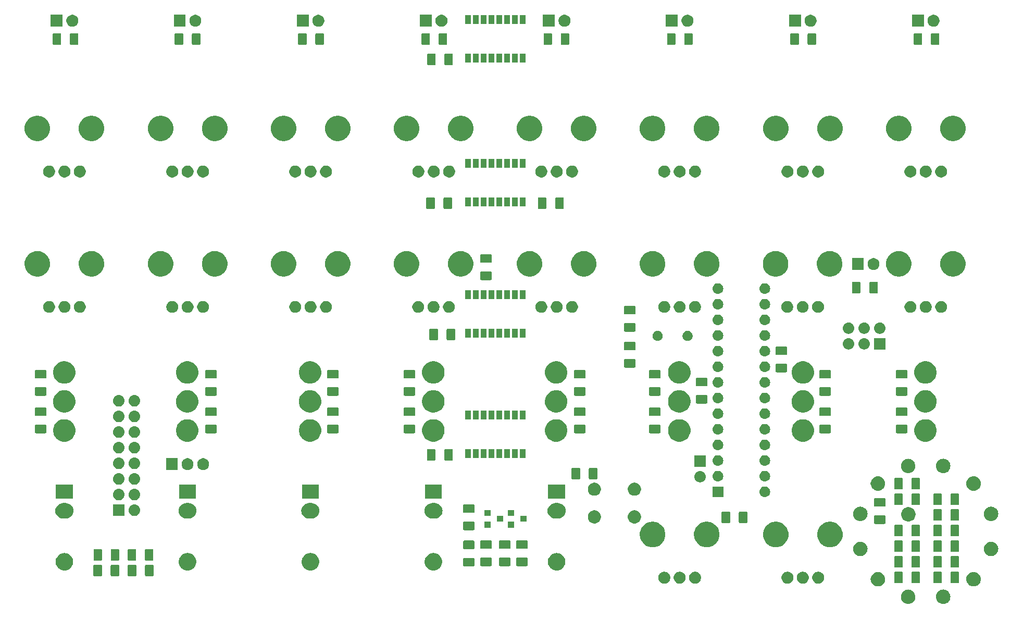
<source format=gbr>
G04 #@! TF.GenerationSoftware,KiCad,Pcbnew,5.0.2+dfsg1-1~bpo9+1*
G04 #@! TF.CreationDate,2019-09-09T21:30:10+02:00*
G04 #@! TF.ProjectId,diymetro,6469796d-6574-4726-9f2e-6b696361645f,rev?*
G04 #@! TF.SameCoordinates,Original*
G04 #@! TF.FileFunction,Soldermask,Bot*
G04 #@! TF.FilePolarity,Negative*
%FSLAX46Y46*%
G04 Gerber Fmt 4.6, Leading zero omitted, Abs format (unit mm)*
G04 Created by KiCad (PCBNEW 5.0.2+dfsg1-1~bpo9+1) date Mon 09 Sep 2019 09:30:10 PM CEST*
%MOMM*%
%LPD*%
G01*
G04 APERTURE LIST*
%ADD10C,0.100000*%
G04 APERTURE END LIST*
D10*
G36*
X223818146Y-134684656D02*
X223904165Y-134693128D01*
X224051321Y-134737767D01*
X224124900Y-134760087D01*
X224233636Y-134818208D01*
X224328329Y-134868823D01*
X224328331Y-134868824D01*
X224328330Y-134868824D01*
X224506637Y-135015156D01*
X224652969Y-135193463D01*
X224761706Y-135396893D01*
X224761706Y-135396894D01*
X224828665Y-135617628D01*
X224851274Y-135847184D01*
X224828665Y-136076740D01*
X224784026Y-136223896D01*
X224761706Y-136297475D01*
X224703585Y-136406211D01*
X224652970Y-136500904D01*
X224506637Y-136679212D01*
X224328329Y-136825545D01*
X224233636Y-136876160D01*
X224124900Y-136934281D01*
X224051321Y-136956601D01*
X223904165Y-137001240D01*
X223818146Y-137009712D01*
X223732129Y-137018184D01*
X223617089Y-137018184D01*
X223531072Y-137009712D01*
X223445053Y-137001240D01*
X223297897Y-136956601D01*
X223224318Y-136934281D01*
X223115582Y-136876160D01*
X223020889Y-136825545D01*
X222842581Y-136679212D01*
X222696248Y-136500904D01*
X222645633Y-136406211D01*
X222587512Y-136297475D01*
X222565192Y-136223896D01*
X222520553Y-136076740D01*
X222497944Y-135847184D01*
X222520553Y-135617628D01*
X222587512Y-135396894D01*
X222587512Y-135396893D01*
X222696249Y-135193463D01*
X222842581Y-135015156D01*
X223020888Y-134868824D01*
X223020887Y-134868824D01*
X223020889Y-134868823D01*
X223115582Y-134818208D01*
X223224318Y-134760087D01*
X223297897Y-134737767D01*
X223445053Y-134693128D01*
X223531072Y-134684656D01*
X223617089Y-134676184D01*
X223732129Y-134676184D01*
X223818146Y-134684656D01*
X223818146Y-134684656D01*
G37*
G36*
X218124128Y-134684656D02*
X218210147Y-134693128D01*
X218357303Y-134737767D01*
X218430882Y-134760087D01*
X218539618Y-134818208D01*
X218634311Y-134868823D01*
X218634313Y-134868824D01*
X218634312Y-134868824D01*
X218812619Y-135015156D01*
X218958951Y-135193463D01*
X219067688Y-135396893D01*
X219067688Y-135396894D01*
X219134647Y-135617628D01*
X219157256Y-135847184D01*
X219134647Y-136076740D01*
X219090008Y-136223896D01*
X219067688Y-136297475D01*
X219009567Y-136406211D01*
X218958952Y-136500904D01*
X218812619Y-136679212D01*
X218634311Y-136825545D01*
X218539618Y-136876160D01*
X218430882Y-136934281D01*
X218357303Y-136956601D01*
X218210147Y-137001240D01*
X218124128Y-137009712D01*
X218038111Y-137018184D01*
X217923071Y-137018184D01*
X217837054Y-137009712D01*
X217751035Y-137001240D01*
X217603879Y-136956601D01*
X217530300Y-136934281D01*
X217421564Y-136876160D01*
X217326871Y-136825545D01*
X217148563Y-136679212D01*
X217002230Y-136500904D01*
X216951615Y-136406211D01*
X216893494Y-136297475D01*
X216871174Y-136223896D01*
X216826535Y-136076740D01*
X216803926Y-135847184D01*
X216826535Y-135617628D01*
X216893494Y-135396894D01*
X216893494Y-135396893D01*
X217002231Y-135193463D01*
X217148563Y-135015156D01*
X217326870Y-134868824D01*
X217326869Y-134868824D01*
X217326871Y-134868823D01*
X217421564Y-134818208D01*
X217530300Y-134760087D01*
X217603879Y-134737767D01*
X217751035Y-134693128D01*
X217837054Y-134684656D01*
X217923071Y-134676184D01*
X218038111Y-134676184D01*
X218124128Y-134684656D01*
X218124128Y-134684656D01*
G37*
G36*
X213192963Y-131837646D02*
X213278982Y-131846118D01*
X213390382Y-131879911D01*
X213499717Y-131913077D01*
X213608453Y-131971198D01*
X213703146Y-132021813D01*
X213881454Y-132168146D01*
X214027787Y-132346454D01*
X214052242Y-132392206D01*
X214136523Y-132549883D01*
X214136523Y-132549884D01*
X214203482Y-132770618D01*
X214226091Y-133000174D01*
X214203482Y-133229730D01*
X214164154Y-133359376D01*
X214136523Y-133450465D01*
X214111561Y-133497165D01*
X214027787Y-133653894D01*
X213881454Y-133832202D01*
X213703146Y-133978535D01*
X213608453Y-134029150D01*
X213499717Y-134087271D01*
X213426138Y-134109591D01*
X213278982Y-134154230D01*
X213192963Y-134162702D01*
X213106946Y-134171174D01*
X212991906Y-134171174D01*
X212905889Y-134162702D01*
X212819870Y-134154230D01*
X212672714Y-134109591D01*
X212599135Y-134087271D01*
X212490399Y-134029150D01*
X212395706Y-133978535D01*
X212217398Y-133832202D01*
X212071065Y-133653894D01*
X211987291Y-133497165D01*
X211962329Y-133450465D01*
X211934698Y-133359376D01*
X211895370Y-133229730D01*
X211872761Y-133000174D01*
X211895370Y-132770618D01*
X211962329Y-132549884D01*
X211962329Y-132549883D01*
X212046610Y-132392206D01*
X212071065Y-132346454D01*
X212217398Y-132168146D01*
X212395706Y-132021813D01*
X212490399Y-131971198D01*
X212599135Y-131913077D01*
X212708470Y-131879911D01*
X212819870Y-131846118D01*
X212905889Y-131837646D01*
X212991906Y-131829174D01*
X213106946Y-131829174D01*
X213192963Y-131837646D01*
X213192963Y-131837646D01*
G37*
G36*
X228749311Y-131837646D02*
X228835330Y-131846118D01*
X228946730Y-131879911D01*
X229056065Y-131913077D01*
X229164801Y-131971198D01*
X229259494Y-132021813D01*
X229437802Y-132168146D01*
X229584135Y-132346454D01*
X229608590Y-132392206D01*
X229692871Y-132549883D01*
X229692871Y-132549884D01*
X229759830Y-132770618D01*
X229782439Y-133000174D01*
X229759830Y-133229730D01*
X229720502Y-133359376D01*
X229692871Y-133450465D01*
X229667909Y-133497165D01*
X229584135Y-133653894D01*
X229437802Y-133832202D01*
X229259494Y-133978535D01*
X229164801Y-134029150D01*
X229056065Y-134087271D01*
X228982486Y-134109591D01*
X228835330Y-134154230D01*
X228749311Y-134162702D01*
X228663294Y-134171174D01*
X228548254Y-134171174D01*
X228462237Y-134162702D01*
X228376218Y-134154230D01*
X228229062Y-134109591D01*
X228155483Y-134087271D01*
X228046747Y-134029150D01*
X227952054Y-133978535D01*
X227773746Y-133832202D01*
X227627413Y-133653894D01*
X227543639Y-133497165D01*
X227518677Y-133450465D01*
X227491046Y-133359376D01*
X227451718Y-133229730D01*
X227429109Y-133000174D01*
X227451718Y-132770618D01*
X227518677Y-132549884D01*
X227518677Y-132549883D01*
X227602958Y-132392206D01*
X227627413Y-132346454D01*
X227773746Y-132168146D01*
X227952054Y-132021813D01*
X228046747Y-131971198D01*
X228155483Y-131913077D01*
X228264818Y-131879911D01*
X228376218Y-131846118D01*
X228462237Y-131837646D01*
X228548254Y-131829174D01*
X228663294Y-131829174D01*
X228749311Y-131837646D01*
X228749311Y-131837646D01*
G37*
G36*
X198635630Y-131806715D02*
X198812338Y-131879909D01*
X198971380Y-131986178D01*
X199106622Y-132121420D01*
X199106624Y-132121423D01*
X199106625Y-132121424D01*
X199185588Y-132239600D01*
X199212891Y-132280462D01*
X199286085Y-132457170D01*
X199323400Y-132644764D01*
X199323400Y-132836036D01*
X199286085Y-133023630D01*
X199212891Y-133200338D01*
X199106622Y-133359380D01*
X198971380Y-133494622D01*
X198971377Y-133494624D01*
X198971376Y-133494625D01*
X198910642Y-133535206D01*
X198812338Y-133600891D01*
X198635630Y-133674085D01*
X198448036Y-133711400D01*
X198256764Y-133711400D01*
X198069170Y-133674085D01*
X197892462Y-133600891D01*
X197794158Y-133535206D01*
X197733424Y-133494625D01*
X197733423Y-133494624D01*
X197733420Y-133494622D01*
X197598178Y-133359380D01*
X197491909Y-133200338D01*
X197418715Y-133023630D01*
X197381400Y-132836036D01*
X197381400Y-132644764D01*
X197418715Y-132457170D01*
X197491909Y-132280462D01*
X197519212Y-132239600D01*
X197598175Y-132121424D01*
X197598176Y-132121423D01*
X197598178Y-132121420D01*
X197733420Y-131986178D01*
X197892462Y-131879909D01*
X198069170Y-131806715D01*
X198256764Y-131769400D01*
X198448036Y-131769400D01*
X198635630Y-131806715D01*
X198635630Y-131806715D01*
G37*
G36*
X201135630Y-131806715D02*
X201312338Y-131879909D01*
X201471380Y-131986178D01*
X201606622Y-132121420D01*
X201606624Y-132121423D01*
X201606625Y-132121424D01*
X201685588Y-132239600D01*
X201712891Y-132280462D01*
X201786085Y-132457170D01*
X201823400Y-132644764D01*
X201823400Y-132836036D01*
X201786085Y-133023630D01*
X201712891Y-133200338D01*
X201606622Y-133359380D01*
X201471380Y-133494622D01*
X201471377Y-133494624D01*
X201471376Y-133494625D01*
X201410642Y-133535206D01*
X201312338Y-133600891D01*
X201135630Y-133674085D01*
X200948036Y-133711400D01*
X200756764Y-133711400D01*
X200569170Y-133674085D01*
X200392462Y-133600891D01*
X200294158Y-133535206D01*
X200233424Y-133494625D01*
X200233423Y-133494624D01*
X200233420Y-133494622D01*
X200098178Y-133359380D01*
X199991909Y-133200338D01*
X199918715Y-133023630D01*
X199881400Y-132836036D01*
X199881400Y-132644764D01*
X199918715Y-132457170D01*
X199991909Y-132280462D01*
X200019212Y-132239600D01*
X200098175Y-132121424D01*
X200098176Y-132121423D01*
X200098178Y-132121420D01*
X200233420Y-131986178D01*
X200392462Y-131879909D01*
X200569170Y-131806715D01*
X200756764Y-131769400D01*
X200948036Y-131769400D01*
X201135630Y-131806715D01*
X201135630Y-131806715D01*
G37*
G36*
X183620430Y-131806715D02*
X183797138Y-131879909D01*
X183956180Y-131986178D01*
X184091422Y-132121420D01*
X184091424Y-132121423D01*
X184091425Y-132121424D01*
X184170388Y-132239600D01*
X184197691Y-132280462D01*
X184270885Y-132457170D01*
X184308200Y-132644764D01*
X184308200Y-132836036D01*
X184270885Y-133023630D01*
X184197691Y-133200338D01*
X184091422Y-133359380D01*
X183956180Y-133494622D01*
X183956177Y-133494624D01*
X183956176Y-133494625D01*
X183895442Y-133535206D01*
X183797138Y-133600891D01*
X183620430Y-133674085D01*
X183432836Y-133711400D01*
X183241564Y-133711400D01*
X183053970Y-133674085D01*
X182877262Y-133600891D01*
X182778958Y-133535206D01*
X182718224Y-133494625D01*
X182718223Y-133494624D01*
X182718220Y-133494622D01*
X182582978Y-133359380D01*
X182476709Y-133200338D01*
X182403515Y-133023630D01*
X182366200Y-132836036D01*
X182366200Y-132644764D01*
X182403515Y-132457170D01*
X182476709Y-132280462D01*
X182504012Y-132239600D01*
X182582975Y-132121424D01*
X182582976Y-132121423D01*
X182582978Y-132121420D01*
X182718220Y-131986178D01*
X182877262Y-131879909D01*
X183053970Y-131806715D01*
X183241564Y-131769400D01*
X183432836Y-131769400D01*
X183620430Y-131806715D01*
X183620430Y-131806715D01*
G37*
G36*
X181120430Y-131806715D02*
X181297138Y-131879909D01*
X181456180Y-131986178D01*
X181591422Y-132121420D01*
X181591424Y-132121423D01*
X181591425Y-132121424D01*
X181670388Y-132239600D01*
X181697691Y-132280462D01*
X181770885Y-132457170D01*
X181808200Y-132644764D01*
X181808200Y-132836036D01*
X181770885Y-133023630D01*
X181697691Y-133200338D01*
X181591422Y-133359380D01*
X181456180Y-133494622D01*
X181456177Y-133494624D01*
X181456176Y-133494625D01*
X181395442Y-133535206D01*
X181297138Y-133600891D01*
X181120430Y-133674085D01*
X180932836Y-133711400D01*
X180741564Y-133711400D01*
X180553970Y-133674085D01*
X180377262Y-133600891D01*
X180278958Y-133535206D01*
X180218224Y-133494625D01*
X180218223Y-133494624D01*
X180218220Y-133494622D01*
X180082978Y-133359380D01*
X179976709Y-133200338D01*
X179903515Y-133023630D01*
X179866200Y-132836036D01*
X179866200Y-132644764D01*
X179903515Y-132457170D01*
X179976709Y-132280462D01*
X180004012Y-132239600D01*
X180082975Y-132121424D01*
X180082976Y-132121423D01*
X180082978Y-132121420D01*
X180218220Y-131986178D01*
X180377262Y-131879909D01*
X180553970Y-131806715D01*
X180741564Y-131769400D01*
X180932836Y-131769400D01*
X181120430Y-131806715D01*
X181120430Y-131806715D01*
G37*
G36*
X203635630Y-131806715D02*
X203812338Y-131879909D01*
X203971380Y-131986178D01*
X204106622Y-132121420D01*
X204106624Y-132121423D01*
X204106625Y-132121424D01*
X204185588Y-132239600D01*
X204212891Y-132280462D01*
X204286085Y-132457170D01*
X204323400Y-132644764D01*
X204323400Y-132836036D01*
X204286085Y-133023630D01*
X204212891Y-133200338D01*
X204106622Y-133359380D01*
X203971380Y-133494622D01*
X203971377Y-133494624D01*
X203971376Y-133494625D01*
X203910642Y-133535206D01*
X203812338Y-133600891D01*
X203635630Y-133674085D01*
X203448036Y-133711400D01*
X203256764Y-133711400D01*
X203069170Y-133674085D01*
X202892462Y-133600891D01*
X202794158Y-133535206D01*
X202733424Y-133494625D01*
X202733423Y-133494624D01*
X202733420Y-133494622D01*
X202598178Y-133359380D01*
X202491909Y-133200338D01*
X202418715Y-133023630D01*
X202381400Y-132836036D01*
X202381400Y-132644764D01*
X202418715Y-132457170D01*
X202491909Y-132280462D01*
X202519212Y-132239600D01*
X202598175Y-132121424D01*
X202598176Y-132121423D01*
X202598178Y-132121420D01*
X202733420Y-131986178D01*
X202892462Y-131879909D01*
X203069170Y-131806715D01*
X203256764Y-131769400D01*
X203448036Y-131769400D01*
X203635630Y-131806715D01*
X203635630Y-131806715D01*
G37*
G36*
X178620430Y-131806715D02*
X178797138Y-131879909D01*
X178956180Y-131986178D01*
X179091422Y-132121420D01*
X179091424Y-132121423D01*
X179091425Y-132121424D01*
X179170388Y-132239600D01*
X179197691Y-132280462D01*
X179270885Y-132457170D01*
X179308200Y-132644764D01*
X179308200Y-132836036D01*
X179270885Y-133023630D01*
X179197691Y-133200338D01*
X179091422Y-133359380D01*
X178956180Y-133494622D01*
X178956177Y-133494624D01*
X178956176Y-133494625D01*
X178895442Y-133535206D01*
X178797138Y-133600891D01*
X178620430Y-133674085D01*
X178432836Y-133711400D01*
X178241564Y-133711400D01*
X178053970Y-133674085D01*
X177877262Y-133600891D01*
X177778958Y-133535206D01*
X177718224Y-133494625D01*
X177718223Y-133494624D01*
X177718220Y-133494622D01*
X177582978Y-133359380D01*
X177476709Y-133200338D01*
X177403515Y-133023630D01*
X177366200Y-132836036D01*
X177366200Y-132644764D01*
X177403515Y-132457170D01*
X177476709Y-132280462D01*
X177504012Y-132239600D01*
X177582975Y-132121424D01*
X177582976Y-132121423D01*
X177582978Y-132121420D01*
X177718220Y-131986178D01*
X177877262Y-131879909D01*
X178053970Y-131806715D01*
X178241564Y-131769400D01*
X178432836Y-131769400D01*
X178620430Y-131806715D01*
X178620430Y-131806715D01*
G37*
G36*
X226087165Y-131773501D02*
X226125206Y-131785041D01*
X226160267Y-131803781D01*
X226190998Y-131829002D01*
X226216219Y-131859733D01*
X226234959Y-131894794D01*
X226246499Y-131932835D01*
X226251000Y-131978540D01*
X226251000Y-133451460D01*
X226246499Y-133497165D01*
X226234959Y-133535206D01*
X226216219Y-133570267D01*
X226190998Y-133600998D01*
X226160267Y-133626219D01*
X226125206Y-133644959D01*
X226087165Y-133656499D01*
X226041460Y-133661000D01*
X225068540Y-133661000D01*
X225022835Y-133656499D01*
X224984794Y-133644959D01*
X224949733Y-133626219D01*
X224919002Y-133600998D01*
X224893781Y-133570267D01*
X224875041Y-133535206D01*
X224863501Y-133497165D01*
X224859000Y-133451460D01*
X224859000Y-131978540D01*
X224863501Y-131932835D01*
X224875041Y-131894794D01*
X224893781Y-131859733D01*
X224919002Y-131829002D01*
X224949733Y-131803781D01*
X224984794Y-131785041D01*
X225022835Y-131773501D01*
X225068540Y-131769000D01*
X226041460Y-131769000D01*
X226087165Y-131773501D01*
X226087165Y-131773501D01*
G37*
G36*
X223287165Y-131773501D02*
X223325206Y-131785041D01*
X223360267Y-131803781D01*
X223390998Y-131829002D01*
X223416219Y-131859733D01*
X223434959Y-131894794D01*
X223446499Y-131932835D01*
X223451000Y-131978540D01*
X223451000Y-133451460D01*
X223446499Y-133497165D01*
X223434959Y-133535206D01*
X223416219Y-133570267D01*
X223390998Y-133600998D01*
X223360267Y-133626219D01*
X223325206Y-133644959D01*
X223287165Y-133656499D01*
X223241460Y-133661000D01*
X222268540Y-133661000D01*
X222222835Y-133656499D01*
X222184794Y-133644959D01*
X222149733Y-133626219D01*
X222119002Y-133600998D01*
X222093781Y-133570267D01*
X222075041Y-133535206D01*
X222063501Y-133497165D01*
X222059000Y-133451460D01*
X222059000Y-131978540D01*
X222063501Y-131932835D01*
X222075041Y-131894794D01*
X222093781Y-131859733D01*
X222119002Y-131829002D01*
X222149733Y-131803781D01*
X222184794Y-131785041D01*
X222222835Y-131773501D01*
X222268540Y-131769000D01*
X223241460Y-131769000D01*
X223287165Y-131773501D01*
X223287165Y-131773501D01*
G37*
G36*
X219737165Y-131773501D02*
X219775206Y-131785041D01*
X219810267Y-131803781D01*
X219840998Y-131829002D01*
X219866219Y-131859733D01*
X219884959Y-131894794D01*
X219896499Y-131932835D01*
X219901000Y-131978540D01*
X219901000Y-133451460D01*
X219896499Y-133497165D01*
X219884959Y-133535206D01*
X219866219Y-133570267D01*
X219840998Y-133600998D01*
X219810267Y-133626219D01*
X219775206Y-133644959D01*
X219737165Y-133656499D01*
X219691460Y-133661000D01*
X218718540Y-133661000D01*
X218672835Y-133656499D01*
X218634794Y-133644959D01*
X218599733Y-133626219D01*
X218569002Y-133600998D01*
X218543781Y-133570267D01*
X218525041Y-133535206D01*
X218513501Y-133497165D01*
X218509000Y-133451460D01*
X218509000Y-131978540D01*
X218513501Y-131932835D01*
X218525041Y-131894794D01*
X218543781Y-131859733D01*
X218569002Y-131829002D01*
X218599733Y-131803781D01*
X218634794Y-131785041D01*
X218672835Y-131773501D01*
X218718540Y-131769000D01*
X219691460Y-131769000D01*
X219737165Y-131773501D01*
X219737165Y-131773501D01*
G37*
G36*
X216937165Y-131773501D02*
X216975206Y-131785041D01*
X217010267Y-131803781D01*
X217040998Y-131829002D01*
X217066219Y-131859733D01*
X217084959Y-131894794D01*
X217096499Y-131932835D01*
X217101000Y-131978540D01*
X217101000Y-133451460D01*
X217096499Y-133497165D01*
X217084959Y-133535206D01*
X217066219Y-133570267D01*
X217040998Y-133600998D01*
X217010267Y-133626219D01*
X216975206Y-133644959D01*
X216937165Y-133656499D01*
X216891460Y-133661000D01*
X215918540Y-133661000D01*
X215872835Y-133656499D01*
X215834794Y-133644959D01*
X215799733Y-133626219D01*
X215769002Y-133600998D01*
X215743781Y-133570267D01*
X215725041Y-133535206D01*
X215713501Y-133497165D01*
X215709000Y-133451460D01*
X215709000Y-131978540D01*
X215713501Y-131932835D01*
X215725041Y-131894794D01*
X215743781Y-131859733D01*
X215769002Y-131829002D01*
X215799733Y-131803781D01*
X215834794Y-131785041D01*
X215872835Y-131773501D01*
X215918540Y-131769000D01*
X216891460Y-131769000D01*
X216937165Y-131773501D01*
X216937165Y-131773501D01*
G37*
G36*
X92350165Y-130630501D02*
X92388206Y-130642041D01*
X92423267Y-130660781D01*
X92453998Y-130686002D01*
X92479219Y-130716733D01*
X92497959Y-130751794D01*
X92509499Y-130789835D01*
X92514000Y-130835540D01*
X92514000Y-132308460D01*
X92509499Y-132354165D01*
X92497959Y-132392206D01*
X92479219Y-132427267D01*
X92453998Y-132457998D01*
X92423267Y-132483219D01*
X92388206Y-132501959D01*
X92350165Y-132513499D01*
X92304460Y-132518000D01*
X91331540Y-132518000D01*
X91285835Y-132513499D01*
X91247794Y-132501959D01*
X91212733Y-132483219D01*
X91182002Y-132457998D01*
X91156781Y-132427267D01*
X91138041Y-132392206D01*
X91126501Y-132354165D01*
X91122000Y-132308460D01*
X91122000Y-130835540D01*
X91126501Y-130789835D01*
X91138041Y-130751794D01*
X91156781Y-130716733D01*
X91182002Y-130686002D01*
X91212733Y-130660781D01*
X91247794Y-130642041D01*
X91285835Y-130630501D01*
X91331540Y-130626000D01*
X92304460Y-130626000D01*
X92350165Y-130630501D01*
X92350165Y-130630501D01*
G37*
G36*
X95150165Y-130630501D02*
X95188206Y-130642041D01*
X95223267Y-130660781D01*
X95253998Y-130686002D01*
X95279219Y-130716733D01*
X95297959Y-130751794D01*
X95309499Y-130789835D01*
X95314000Y-130835540D01*
X95314000Y-132308460D01*
X95309499Y-132354165D01*
X95297959Y-132392206D01*
X95279219Y-132427267D01*
X95253998Y-132457998D01*
X95223267Y-132483219D01*
X95188206Y-132501959D01*
X95150165Y-132513499D01*
X95104460Y-132518000D01*
X94131540Y-132518000D01*
X94085835Y-132513499D01*
X94047794Y-132501959D01*
X94012733Y-132483219D01*
X93982002Y-132457998D01*
X93956781Y-132427267D01*
X93938041Y-132392206D01*
X93926501Y-132354165D01*
X93922000Y-132308460D01*
X93922000Y-130835540D01*
X93926501Y-130789835D01*
X93938041Y-130751794D01*
X93956781Y-130716733D01*
X93982002Y-130686002D01*
X94012733Y-130660781D01*
X94047794Y-130642041D01*
X94085835Y-130630501D01*
X94131540Y-130626000D01*
X95104460Y-130626000D01*
X95150165Y-130630501D01*
X95150165Y-130630501D01*
G37*
G36*
X89562165Y-130630501D02*
X89600206Y-130642041D01*
X89635267Y-130660781D01*
X89665998Y-130686002D01*
X89691219Y-130716733D01*
X89709959Y-130751794D01*
X89721499Y-130789835D01*
X89726000Y-130835540D01*
X89726000Y-132308460D01*
X89721499Y-132354165D01*
X89709959Y-132392206D01*
X89691219Y-132427267D01*
X89665998Y-132457998D01*
X89635267Y-132483219D01*
X89600206Y-132501959D01*
X89562165Y-132513499D01*
X89516460Y-132518000D01*
X88543540Y-132518000D01*
X88497835Y-132513499D01*
X88459794Y-132501959D01*
X88424733Y-132483219D01*
X88394002Y-132457998D01*
X88368781Y-132427267D01*
X88350041Y-132392206D01*
X88338501Y-132354165D01*
X88334000Y-132308460D01*
X88334000Y-130835540D01*
X88338501Y-130789835D01*
X88350041Y-130751794D01*
X88368781Y-130716733D01*
X88394002Y-130686002D01*
X88424733Y-130660781D01*
X88459794Y-130642041D01*
X88497835Y-130630501D01*
X88543540Y-130626000D01*
X89516460Y-130626000D01*
X89562165Y-130630501D01*
X89562165Y-130630501D01*
G37*
G36*
X86762165Y-130630501D02*
X86800206Y-130642041D01*
X86835267Y-130660781D01*
X86865998Y-130686002D01*
X86891219Y-130716733D01*
X86909959Y-130751794D01*
X86921499Y-130789835D01*
X86926000Y-130835540D01*
X86926000Y-132308460D01*
X86921499Y-132354165D01*
X86909959Y-132392206D01*
X86891219Y-132427267D01*
X86865998Y-132457998D01*
X86835267Y-132483219D01*
X86800206Y-132501959D01*
X86762165Y-132513499D01*
X86716460Y-132518000D01*
X85743540Y-132518000D01*
X85697835Y-132513499D01*
X85659794Y-132501959D01*
X85624733Y-132483219D01*
X85594002Y-132457998D01*
X85568781Y-132427267D01*
X85550041Y-132392206D01*
X85538501Y-132354165D01*
X85534000Y-132308460D01*
X85534000Y-130835540D01*
X85538501Y-130789835D01*
X85550041Y-130751794D01*
X85568781Y-130716733D01*
X85594002Y-130686002D01*
X85624733Y-130660781D01*
X85659794Y-130642041D01*
X85697835Y-130630501D01*
X85743540Y-130626000D01*
X86716460Y-130626000D01*
X86762165Y-130630501D01*
X86762165Y-130630501D01*
G37*
G36*
X141049068Y-128767603D02*
X141232091Y-128804008D01*
X141490696Y-128911126D01*
X141723435Y-129066637D01*
X141921363Y-129264565D01*
X142076874Y-129497304D01*
X142183992Y-129755909D01*
X142238600Y-130030444D01*
X142238600Y-130310356D01*
X142183992Y-130584891D01*
X142076874Y-130843496D01*
X141921363Y-131076235D01*
X141723435Y-131274163D01*
X141490696Y-131429674D01*
X141232091Y-131536792D01*
X141049068Y-131573197D01*
X140957558Y-131591400D01*
X140677642Y-131591400D01*
X140586132Y-131573197D01*
X140403109Y-131536792D01*
X140144504Y-131429674D01*
X139911765Y-131274163D01*
X139713837Y-131076235D01*
X139558326Y-130843496D01*
X139451208Y-130584891D01*
X139396600Y-130310356D01*
X139396600Y-130030444D01*
X139451208Y-129755909D01*
X139558326Y-129497304D01*
X139713837Y-129264565D01*
X139911765Y-129066637D01*
X140144504Y-128911126D01*
X140403109Y-128804008D01*
X140586132Y-128767603D01*
X140677642Y-128749400D01*
X140957558Y-128749400D01*
X141049068Y-128767603D01*
X141049068Y-128767603D01*
G37*
G36*
X81054268Y-128767603D02*
X81237291Y-128804008D01*
X81495896Y-128911126D01*
X81728635Y-129066637D01*
X81926563Y-129264565D01*
X82082074Y-129497304D01*
X82189192Y-129755909D01*
X82243800Y-130030444D01*
X82243800Y-130310356D01*
X82189192Y-130584891D01*
X82082074Y-130843496D01*
X81926563Y-131076235D01*
X81728635Y-131274163D01*
X81495896Y-131429674D01*
X81237291Y-131536792D01*
X81054268Y-131573197D01*
X80962758Y-131591400D01*
X80682842Y-131591400D01*
X80591332Y-131573197D01*
X80408309Y-131536792D01*
X80149704Y-131429674D01*
X79916965Y-131274163D01*
X79719037Y-131076235D01*
X79563526Y-130843496D01*
X79456408Y-130584891D01*
X79401800Y-130310356D01*
X79401800Y-130030444D01*
X79456408Y-129755909D01*
X79563526Y-129497304D01*
X79719037Y-129264565D01*
X79916965Y-129066637D01*
X80149704Y-128911126D01*
X80408309Y-128804008D01*
X80591332Y-128767603D01*
X80682842Y-128749400D01*
X80962758Y-128749400D01*
X81054268Y-128767603D01*
X81054268Y-128767603D01*
G37*
G36*
X101069468Y-128767603D02*
X101252491Y-128804008D01*
X101511096Y-128911126D01*
X101743835Y-129066637D01*
X101941763Y-129264565D01*
X102097274Y-129497304D01*
X102204392Y-129755909D01*
X102259000Y-130030444D01*
X102259000Y-130310356D01*
X102204392Y-130584891D01*
X102097274Y-130843496D01*
X101941763Y-131076235D01*
X101743835Y-131274163D01*
X101511096Y-131429674D01*
X101252491Y-131536792D01*
X101069468Y-131573197D01*
X100977958Y-131591400D01*
X100698042Y-131591400D01*
X100606532Y-131573197D01*
X100423509Y-131536792D01*
X100164904Y-131429674D01*
X99932165Y-131274163D01*
X99734237Y-131076235D01*
X99578726Y-130843496D01*
X99471608Y-130584891D01*
X99417000Y-130310356D01*
X99417000Y-130030444D01*
X99471608Y-129755909D01*
X99578726Y-129497304D01*
X99734237Y-129264565D01*
X99932165Y-129066637D01*
X100164904Y-128911126D01*
X100423509Y-128804008D01*
X100606532Y-128767603D01*
X100698042Y-128749400D01*
X100977958Y-128749400D01*
X101069468Y-128767603D01*
X101069468Y-128767603D01*
G37*
G36*
X161064268Y-128767603D02*
X161247291Y-128804008D01*
X161505896Y-128911126D01*
X161738635Y-129066637D01*
X161936563Y-129264565D01*
X162092074Y-129497304D01*
X162199192Y-129755909D01*
X162253800Y-130030444D01*
X162253800Y-130310356D01*
X162199192Y-130584891D01*
X162092074Y-130843496D01*
X161936563Y-131076235D01*
X161738635Y-131274163D01*
X161505896Y-131429674D01*
X161247291Y-131536792D01*
X161064268Y-131573197D01*
X160972758Y-131591400D01*
X160692842Y-131591400D01*
X160601332Y-131573197D01*
X160418309Y-131536792D01*
X160159704Y-131429674D01*
X159926965Y-131274163D01*
X159729037Y-131076235D01*
X159573526Y-130843496D01*
X159466408Y-130584891D01*
X159411800Y-130310356D01*
X159411800Y-130030444D01*
X159466408Y-129755909D01*
X159573526Y-129497304D01*
X159729037Y-129264565D01*
X159926965Y-129066637D01*
X160159704Y-128911126D01*
X160418309Y-128804008D01*
X160601332Y-128767603D01*
X160692842Y-128749400D01*
X160972758Y-128749400D01*
X161064268Y-128767603D01*
X161064268Y-128767603D01*
G37*
G36*
X121033868Y-128767603D02*
X121216891Y-128804008D01*
X121475496Y-128911126D01*
X121708235Y-129066637D01*
X121906163Y-129264565D01*
X122061674Y-129497304D01*
X122168792Y-129755909D01*
X122223400Y-130030444D01*
X122223400Y-130310356D01*
X122168792Y-130584891D01*
X122061674Y-130843496D01*
X121906163Y-131076235D01*
X121708235Y-131274163D01*
X121475496Y-131429674D01*
X121216891Y-131536792D01*
X121033868Y-131573197D01*
X120942358Y-131591400D01*
X120662442Y-131591400D01*
X120570932Y-131573197D01*
X120387909Y-131536792D01*
X120129304Y-131429674D01*
X119896565Y-131274163D01*
X119698637Y-131076235D01*
X119543126Y-130843496D01*
X119436008Y-130584891D01*
X119381400Y-130310356D01*
X119381400Y-130030444D01*
X119436008Y-129755909D01*
X119543126Y-129497304D01*
X119698637Y-129264565D01*
X119896565Y-129066637D01*
X120129304Y-128911126D01*
X120387909Y-128804008D01*
X120570932Y-128767603D01*
X120662442Y-128749400D01*
X120942358Y-128749400D01*
X121033868Y-128767603D01*
X121033868Y-128767603D01*
G37*
G36*
X216937165Y-129233501D02*
X216975206Y-129245041D01*
X217010267Y-129263781D01*
X217040998Y-129289002D01*
X217066219Y-129319733D01*
X217084959Y-129354794D01*
X217096499Y-129392835D01*
X217101000Y-129438540D01*
X217101000Y-130911460D01*
X217096499Y-130957165D01*
X217084959Y-130995206D01*
X217066219Y-131030267D01*
X217040998Y-131060998D01*
X217010267Y-131086219D01*
X216975206Y-131104959D01*
X216937165Y-131116499D01*
X216891460Y-131121000D01*
X215918540Y-131121000D01*
X215872835Y-131116499D01*
X215834794Y-131104959D01*
X215799733Y-131086219D01*
X215769002Y-131060998D01*
X215743781Y-131030267D01*
X215725041Y-130995206D01*
X215713501Y-130957165D01*
X215709000Y-130911460D01*
X215709000Y-129438540D01*
X215713501Y-129392835D01*
X215725041Y-129354794D01*
X215743781Y-129319733D01*
X215769002Y-129289002D01*
X215799733Y-129263781D01*
X215834794Y-129245041D01*
X215872835Y-129233501D01*
X215918540Y-129229000D01*
X216891460Y-129229000D01*
X216937165Y-129233501D01*
X216937165Y-129233501D01*
G37*
G36*
X226087165Y-129233501D02*
X226125206Y-129245041D01*
X226160267Y-129263781D01*
X226190998Y-129289002D01*
X226216219Y-129319733D01*
X226234959Y-129354794D01*
X226246499Y-129392835D01*
X226251000Y-129438540D01*
X226251000Y-130911460D01*
X226246499Y-130957165D01*
X226234959Y-130995206D01*
X226216219Y-131030267D01*
X226190998Y-131060998D01*
X226160267Y-131086219D01*
X226125206Y-131104959D01*
X226087165Y-131116499D01*
X226041460Y-131121000D01*
X225068540Y-131121000D01*
X225022835Y-131116499D01*
X224984794Y-131104959D01*
X224949733Y-131086219D01*
X224919002Y-131060998D01*
X224893781Y-131030267D01*
X224875041Y-130995206D01*
X224863501Y-130957165D01*
X224859000Y-130911460D01*
X224859000Y-129438540D01*
X224863501Y-129392835D01*
X224875041Y-129354794D01*
X224893781Y-129319733D01*
X224919002Y-129289002D01*
X224949733Y-129263781D01*
X224984794Y-129245041D01*
X225022835Y-129233501D01*
X225068540Y-129229000D01*
X226041460Y-129229000D01*
X226087165Y-129233501D01*
X226087165Y-129233501D01*
G37*
G36*
X223287165Y-129233501D02*
X223325206Y-129245041D01*
X223360267Y-129263781D01*
X223390998Y-129289002D01*
X223416219Y-129319733D01*
X223434959Y-129354794D01*
X223446499Y-129392835D01*
X223451000Y-129438540D01*
X223451000Y-130911460D01*
X223446499Y-130957165D01*
X223434959Y-130995206D01*
X223416219Y-131030267D01*
X223390998Y-131060998D01*
X223360267Y-131086219D01*
X223325206Y-131104959D01*
X223287165Y-131116499D01*
X223241460Y-131121000D01*
X222268540Y-131121000D01*
X222222835Y-131116499D01*
X222184794Y-131104959D01*
X222149733Y-131086219D01*
X222119002Y-131060998D01*
X222093781Y-131030267D01*
X222075041Y-130995206D01*
X222063501Y-130957165D01*
X222059000Y-130911460D01*
X222059000Y-129438540D01*
X222063501Y-129392835D01*
X222075041Y-129354794D01*
X222093781Y-129319733D01*
X222119002Y-129289002D01*
X222149733Y-129263781D01*
X222184794Y-129245041D01*
X222222835Y-129233501D01*
X222268540Y-129229000D01*
X223241460Y-129229000D01*
X223287165Y-129233501D01*
X223287165Y-129233501D01*
G37*
G36*
X219737165Y-129233501D02*
X219775206Y-129245041D01*
X219810267Y-129263781D01*
X219840998Y-129289002D01*
X219866219Y-129319733D01*
X219884959Y-129354794D01*
X219896499Y-129392835D01*
X219901000Y-129438540D01*
X219901000Y-130911460D01*
X219896499Y-130957165D01*
X219884959Y-130995206D01*
X219866219Y-131030267D01*
X219840998Y-131060998D01*
X219810267Y-131086219D01*
X219775206Y-131104959D01*
X219737165Y-131116499D01*
X219691460Y-131121000D01*
X218718540Y-131121000D01*
X218672835Y-131116499D01*
X218634794Y-131104959D01*
X218599733Y-131086219D01*
X218569002Y-131060998D01*
X218543781Y-131030267D01*
X218525041Y-130995206D01*
X218513501Y-130957165D01*
X218509000Y-130911460D01*
X218509000Y-129438540D01*
X218513501Y-129392835D01*
X218525041Y-129354794D01*
X218543781Y-129319733D01*
X218569002Y-129289002D01*
X218599733Y-129263781D01*
X218634794Y-129245041D01*
X218672835Y-129233501D01*
X218718540Y-129229000D01*
X219691460Y-129229000D01*
X219737165Y-129233501D01*
X219737165Y-129233501D01*
G37*
G36*
X147340165Y-129523001D02*
X147378206Y-129534541D01*
X147413267Y-129553281D01*
X147443998Y-129578502D01*
X147469219Y-129609233D01*
X147487959Y-129644294D01*
X147499499Y-129682335D01*
X147504000Y-129728040D01*
X147504000Y-130700960D01*
X147499499Y-130746665D01*
X147487959Y-130784706D01*
X147469219Y-130819767D01*
X147443998Y-130850498D01*
X147413267Y-130875719D01*
X147378206Y-130894459D01*
X147340165Y-130905999D01*
X147294460Y-130910500D01*
X145821540Y-130910500D01*
X145775835Y-130905999D01*
X145737794Y-130894459D01*
X145702733Y-130875719D01*
X145672002Y-130850498D01*
X145646781Y-130819767D01*
X145628041Y-130784706D01*
X145616501Y-130746665D01*
X145612000Y-130700960D01*
X145612000Y-129728040D01*
X145616501Y-129682335D01*
X145628041Y-129644294D01*
X145646781Y-129609233D01*
X145672002Y-129578502D01*
X145702733Y-129553281D01*
X145737794Y-129534541D01*
X145775835Y-129523001D01*
X145821540Y-129518500D01*
X147294460Y-129518500D01*
X147340165Y-129523001D01*
X147340165Y-129523001D01*
G37*
G36*
X155976165Y-129486501D02*
X156014206Y-129498041D01*
X156049267Y-129516781D01*
X156079998Y-129542002D01*
X156105219Y-129572733D01*
X156123959Y-129607794D01*
X156135499Y-129645835D01*
X156140000Y-129691540D01*
X156140000Y-130664460D01*
X156135499Y-130710165D01*
X156123959Y-130748206D01*
X156105219Y-130783267D01*
X156079998Y-130813998D01*
X156049267Y-130839219D01*
X156014206Y-130857959D01*
X155976165Y-130869499D01*
X155930460Y-130874000D01*
X154457540Y-130874000D01*
X154411835Y-130869499D01*
X154373794Y-130857959D01*
X154338733Y-130839219D01*
X154308002Y-130813998D01*
X154282781Y-130783267D01*
X154264041Y-130748206D01*
X154252501Y-130710165D01*
X154248000Y-130664460D01*
X154248000Y-129691540D01*
X154252501Y-129645835D01*
X154264041Y-129607794D01*
X154282781Y-129572733D01*
X154308002Y-129542002D01*
X154338733Y-129516781D01*
X154373794Y-129498041D01*
X154411835Y-129486501D01*
X154457540Y-129482000D01*
X155930460Y-129482000D01*
X155976165Y-129486501D01*
X155976165Y-129486501D01*
G37*
G36*
X150134165Y-129486501D02*
X150172206Y-129498041D01*
X150207267Y-129516781D01*
X150237998Y-129542002D01*
X150263219Y-129572733D01*
X150281959Y-129607794D01*
X150293499Y-129645835D01*
X150298000Y-129691540D01*
X150298000Y-130664460D01*
X150293499Y-130710165D01*
X150281959Y-130748206D01*
X150263219Y-130783267D01*
X150237998Y-130813998D01*
X150207267Y-130839219D01*
X150172206Y-130857959D01*
X150134165Y-130869499D01*
X150088460Y-130874000D01*
X148615540Y-130874000D01*
X148569835Y-130869499D01*
X148531794Y-130857959D01*
X148496733Y-130839219D01*
X148466002Y-130813998D01*
X148440781Y-130783267D01*
X148422041Y-130748206D01*
X148410501Y-130710165D01*
X148406000Y-130664460D01*
X148406000Y-129691540D01*
X148410501Y-129645835D01*
X148422041Y-129607794D01*
X148440781Y-129572733D01*
X148466002Y-129542002D01*
X148496733Y-129516781D01*
X148531794Y-129498041D01*
X148569835Y-129486501D01*
X148615540Y-129482000D01*
X150088460Y-129482000D01*
X150134165Y-129486501D01*
X150134165Y-129486501D01*
G37*
G36*
X153182165Y-129486501D02*
X153220206Y-129498041D01*
X153255267Y-129516781D01*
X153285998Y-129542002D01*
X153311219Y-129572733D01*
X153329959Y-129607794D01*
X153341499Y-129645835D01*
X153346000Y-129691540D01*
X153346000Y-130664460D01*
X153341499Y-130710165D01*
X153329959Y-130748206D01*
X153311219Y-130783267D01*
X153285998Y-130813998D01*
X153255267Y-130839219D01*
X153220206Y-130857959D01*
X153182165Y-130869499D01*
X153136460Y-130874000D01*
X151663540Y-130874000D01*
X151617835Y-130869499D01*
X151579794Y-130857959D01*
X151544733Y-130839219D01*
X151514002Y-130813998D01*
X151488781Y-130783267D01*
X151470041Y-130748206D01*
X151458501Y-130710165D01*
X151454000Y-130664460D01*
X151454000Y-129691540D01*
X151458501Y-129645835D01*
X151470041Y-129607794D01*
X151488781Y-129572733D01*
X151514002Y-129542002D01*
X151544733Y-129516781D01*
X151579794Y-129498041D01*
X151617835Y-129486501D01*
X151663540Y-129482000D01*
X153136460Y-129482000D01*
X153182165Y-129486501D01*
X153182165Y-129486501D01*
G37*
G36*
X92313665Y-128090501D02*
X92351706Y-128102041D01*
X92386767Y-128120781D01*
X92417498Y-128146002D01*
X92442719Y-128176733D01*
X92461459Y-128211794D01*
X92472999Y-128249835D01*
X92477500Y-128295540D01*
X92477500Y-129768460D01*
X92472999Y-129814165D01*
X92461459Y-129852206D01*
X92442719Y-129887267D01*
X92417498Y-129917998D01*
X92386767Y-129943219D01*
X92351706Y-129961959D01*
X92313665Y-129973499D01*
X92267960Y-129978000D01*
X91295040Y-129978000D01*
X91249335Y-129973499D01*
X91211294Y-129961959D01*
X91176233Y-129943219D01*
X91145502Y-129917998D01*
X91120281Y-129887267D01*
X91101541Y-129852206D01*
X91090001Y-129814165D01*
X91085500Y-129768460D01*
X91085500Y-128295540D01*
X91090001Y-128249835D01*
X91101541Y-128211794D01*
X91120281Y-128176733D01*
X91145502Y-128146002D01*
X91176233Y-128120781D01*
X91211294Y-128102041D01*
X91249335Y-128090501D01*
X91295040Y-128086000D01*
X92267960Y-128086000D01*
X92313665Y-128090501D01*
X92313665Y-128090501D01*
G37*
G36*
X86798665Y-128090501D02*
X86836706Y-128102041D01*
X86871767Y-128120781D01*
X86902498Y-128146002D01*
X86927719Y-128176733D01*
X86946459Y-128211794D01*
X86957999Y-128249835D01*
X86962500Y-128295540D01*
X86962500Y-129768460D01*
X86957999Y-129814165D01*
X86946459Y-129852206D01*
X86927719Y-129887267D01*
X86902498Y-129917998D01*
X86871767Y-129943219D01*
X86836706Y-129961959D01*
X86798665Y-129973499D01*
X86752960Y-129978000D01*
X85780040Y-129978000D01*
X85734335Y-129973499D01*
X85696294Y-129961959D01*
X85661233Y-129943219D01*
X85630502Y-129917998D01*
X85605281Y-129887267D01*
X85586541Y-129852206D01*
X85575001Y-129814165D01*
X85570500Y-129768460D01*
X85570500Y-128295540D01*
X85575001Y-128249835D01*
X85586541Y-128211794D01*
X85605281Y-128176733D01*
X85630502Y-128146002D01*
X85661233Y-128120781D01*
X85696294Y-128102041D01*
X85734335Y-128090501D01*
X85780040Y-128086000D01*
X86752960Y-128086000D01*
X86798665Y-128090501D01*
X86798665Y-128090501D01*
G37*
G36*
X95113665Y-128090501D02*
X95151706Y-128102041D01*
X95186767Y-128120781D01*
X95217498Y-128146002D01*
X95242719Y-128176733D01*
X95261459Y-128211794D01*
X95272999Y-128249835D01*
X95277500Y-128295540D01*
X95277500Y-129768460D01*
X95272999Y-129814165D01*
X95261459Y-129852206D01*
X95242719Y-129887267D01*
X95217498Y-129917998D01*
X95186767Y-129943219D01*
X95151706Y-129961959D01*
X95113665Y-129973499D01*
X95067960Y-129978000D01*
X94095040Y-129978000D01*
X94049335Y-129973499D01*
X94011294Y-129961959D01*
X93976233Y-129943219D01*
X93945502Y-129917998D01*
X93920281Y-129887267D01*
X93901541Y-129852206D01*
X93890001Y-129814165D01*
X93885500Y-129768460D01*
X93885500Y-128295540D01*
X93890001Y-128249835D01*
X93901541Y-128211794D01*
X93920281Y-128176733D01*
X93945502Y-128146002D01*
X93976233Y-128120781D01*
X94011294Y-128102041D01*
X94049335Y-128090501D01*
X94095040Y-128086000D01*
X95067960Y-128086000D01*
X95113665Y-128090501D01*
X95113665Y-128090501D01*
G37*
G36*
X89598665Y-128090501D02*
X89636706Y-128102041D01*
X89671767Y-128120781D01*
X89702498Y-128146002D01*
X89727719Y-128176733D01*
X89746459Y-128211794D01*
X89757999Y-128249835D01*
X89762500Y-128295540D01*
X89762500Y-129768460D01*
X89757999Y-129814165D01*
X89746459Y-129852206D01*
X89727719Y-129887267D01*
X89702498Y-129917998D01*
X89671767Y-129943219D01*
X89636706Y-129961959D01*
X89598665Y-129973499D01*
X89552960Y-129978000D01*
X88580040Y-129978000D01*
X88534335Y-129973499D01*
X88496294Y-129961959D01*
X88461233Y-129943219D01*
X88430502Y-129917998D01*
X88405281Y-129887267D01*
X88386541Y-129852206D01*
X88375001Y-129814165D01*
X88370500Y-129768460D01*
X88370500Y-128295540D01*
X88375001Y-128249835D01*
X88386541Y-128211794D01*
X88405281Y-128176733D01*
X88430502Y-128146002D01*
X88461233Y-128120781D01*
X88496294Y-128102041D01*
X88534335Y-128090501D01*
X88580040Y-128086000D01*
X89552960Y-128086000D01*
X89598665Y-128090501D01*
X89598665Y-128090501D01*
G37*
G36*
X210341953Y-126906087D02*
X210431972Y-126914953D01*
X210579128Y-126959592D01*
X210652707Y-126981912D01*
X210761443Y-127040033D01*
X210856136Y-127090648D01*
X210856138Y-127090649D01*
X210856137Y-127090649D01*
X211034444Y-127236981D01*
X211180776Y-127415288D01*
X211289513Y-127618718D01*
X211289513Y-127618719D01*
X211356472Y-127839453D01*
X211379081Y-128069009D01*
X211356472Y-128298565D01*
X211322930Y-128409139D01*
X211289513Y-128519300D01*
X211265107Y-128564959D01*
X211180777Y-128722729D01*
X211034444Y-128901037D01*
X210856136Y-129047370D01*
X210820090Y-129066637D01*
X210652707Y-129156106D01*
X210579128Y-129178426D01*
X210431972Y-129223065D01*
X210345953Y-129231537D01*
X210259936Y-129240009D01*
X210144896Y-129240009D01*
X210058879Y-129231537D01*
X209972860Y-129223065D01*
X209825704Y-129178426D01*
X209752125Y-129156106D01*
X209584742Y-129066637D01*
X209548696Y-129047370D01*
X209370388Y-128901037D01*
X209224055Y-128722729D01*
X209139725Y-128564959D01*
X209115319Y-128519300D01*
X209081902Y-128409139D01*
X209048360Y-128298565D01*
X209025751Y-128069009D01*
X209048360Y-127839453D01*
X209115319Y-127618719D01*
X209115319Y-127618718D01*
X209224056Y-127415288D01*
X209370388Y-127236981D01*
X209548695Y-127090649D01*
X209548694Y-127090649D01*
X209548696Y-127090648D01*
X209643389Y-127040033D01*
X209752125Y-126981912D01*
X209825704Y-126959592D01*
X209972860Y-126914953D01*
X210062879Y-126906087D01*
X210144896Y-126898009D01*
X210259936Y-126898009D01*
X210341953Y-126906087D01*
X210341953Y-126906087D01*
G37*
G36*
X231592321Y-126906087D02*
X231682340Y-126914953D01*
X231829496Y-126959592D01*
X231903075Y-126981912D01*
X232011811Y-127040033D01*
X232106504Y-127090648D01*
X232106506Y-127090649D01*
X232106505Y-127090649D01*
X232284812Y-127236981D01*
X232431144Y-127415288D01*
X232539881Y-127618718D01*
X232539881Y-127618719D01*
X232606840Y-127839453D01*
X232629449Y-128069009D01*
X232606840Y-128298565D01*
X232573298Y-128409139D01*
X232539881Y-128519300D01*
X232515475Y-128564959D01*
X232431145Y-128722729D01*
X232284812Y-128901037D01*
X232106504Y-129047370D01*
X232070458Y-129066637D01*
X231903075Y-129156106D01*
X231829496Y-129178426D01*
X231682340Y-129223065D01*
X231596321Y-129231537D01*
X231510304Y-129240009D01*
X231395264Y-129240009D01*
X231309247Y-129231537D01*
X231223228Y-129223065D01*
X231076072Y-129178426D01*
X231002493Y-129156106D01*
X230835110Y-129066637D01*
X230799064Y-129047370D01*
X230620756Y-128901037D01*
X230474423Y-128722729D01*
X230390093Y-128564959D01*
X230365687Y-128519300D01*
X230332270Y-128409139D01*
X230298728Y-128298565D01*
X230276119Y-128069009D01*
X230298728Y-127839453D01*
X230365687Y-127618719D01*
X230365687Y-127618718D01*
X230474424Y-127415288D01*
X230620756Y-127236981D01*
X230799063Y-127090649D01*
X230799062Y-127090649D01*
X230799064Y-127090648D01*
X230893757Y-127040033D01*
X231002493Y-126981912D01*
X231076072Y-126959592D01*
X231223228Y-126914953D01*
X231313247Y-126906087D01*
X231395264Y-126898009D01*
X231510304Y-126898009D01*
X231592321Y-126906087D01*
X231592321Y-126906087D01*
G37*
G36*
X219737165Y-126693501D02*
X219775206Y-126705041D01*
X219810267Y-126723781D01*
X219840998Y-126749002D01*
X219866219Y-126779733D01*
X219884959Y-126814794D01*
X219896499Y-126852835D01*
X219901000Y-126898540D01*
X219901000Y-128371460D01*
X219896499Y-128417165D01*
X219884959Y-128455206D01*
X219866219Y-128490267D01*
X219840998Y-128520998D01*
X219810267Y-128546219D01*
X219775206Y-128564959D01*
X219737165Y-128576499D01*
X219691460Y-128581000D01*
X218718540Y-128581000D01*
X218672835Y-128576499D01*
X218634794Y-128564959D01*
X218599733Y-128546219D01*
X218569002Y-128520998D01*
X218543781Y-128490267D01*
X218525041Y-128455206D01*
X218513501Y-128417165D01*
X218509000Y-128371460D01*
X218509000Y-126898540D01*
X218513501Y-126852835D01*
X218525041Y-126814794D01*
X218543781Y-126779733D01*
X218569002Y-126749002D01*
X218599733Y-126723781D01*
X218634794Y-126705041D01*
X218672835Y-126693501D01*
X218718540Y-126689000D01*
X219691460Y-126689000D01*
X219737165Y-126693501D01*
X219737165Y-126693501D01*
G37*
G36*
X226087165Y-126693501D02*
X226125206Y-126705041D01*
X226160267Y-126723781D01*
X226190998Y-126749002D01*
X226216219Y-126779733D01*
X226234959Y-126814794D01*
X226246499Y-126852835D01*
X226251000Y-126898540D01*
X226251000Y-128371460D01*
X226246499Y-128417165D01*
X226234959Y-128455206D01*
X226216219Y-128490267D01*
X226190998Y-128520998D01*
X226160267Y-128546219D01*
X226125206Y-128564959D01*
X226087165Y-128576499D01*
X226041460Y-128581000D01*
X225068540Y-128581000D01*
X225022835Y-128576499D01*
X224984794Y-128564959D01*
X224949733Y-128546219D01*
X224919002Y-128520998D01*
X224893781Y-128490267D01*
X224875041Y-128455206D01*
X224863501Y-128417165D01*
X224859000Y-128371460D01*
X224859000Y-126898540D01*
X224863501Y-126852835D01*
X224875041Y-126814794D01*
X224893781Y-126779733D01*
X224919002Y-126749002D01*
X224949733Y-126723781D01*
X224984794Y-126705041D01*
X225022835Y-126693501D01*
X225068540Y-126689000D01*
X226041460Y-126689000D01*
X226087165Y-126693501D01*
X226087165Y-126693501D01*
G37*
G36*
X223287165Y-126693501D02*
X223325206Y-126705041D01*
X223360267Y-126723781D01*
X223390998Y-126749002D01*
X223416219Y-126779733D01*
X223434959Y-126814794D01*
X223446499Y-126852835D01*
X223451000Y-126898540D01*
X223451000Y-128371460D01*
X223446499Y-128417165D01*
X223434959Y-128455206D01*
X223416219Y-128490267D01*
X223390998Y-128520998D01*
X223360267Y-128546219D01*
X223325206Y-128564959D01*
X223287165Y-128576499D01*
X223241460Y-128581000D01*
X222268540Y-128581000D01*
X222222835Y-128576499D01*
X222184794Y-128564959D01*
X222149733Y-128546219D01*
X222119002Y-128520998D01*
X222093781Y-128490267D01*
X222075041Y-128455206D01*
X222063501Y-128417165D01*
X222059000Y-128371460D01*
X222059000Y-126898540D01*
X222063501Y-126852835D01*
X222075041Y-126814794D01*
X222093781Y-126779733D01*
X222119002Y-126749002D01*
X222149733Y-126723781D01*
X222184794Y-126705041D01*
X222222835Y-126693501D01*
X222268540Y-126689000D01*
X223241460Y-126689000D01*
X223287165Y-126693501D01*
X223287165Y-126693501D01*
G37*
G36*
X216937165Y-126693501D02*
X216975206Y-126705041D01*
X217010267Y-126723781D01*
X217040998Y-126749002D01*
X217066219Y-126779733D01*
X217084959Y-126814794D01*
X217096499Y-126852835D01*
X217101000Y-126898540D01*
X217101000Y-128371460D01*
X217096499Y-128417165D01*
X217084959Y-128455206D01*
X217066219Y-128490267D01*
X217040998Y-128520998D01*
X217010267Y-128546219D01*
X216975206Y-128564959D01*
X216937165Y-128576499D01*
X216891460Y-128581000D01*
X215918540Y-128581000D01*
X215872835Y-128576499D01*
X215834794Y-128564959D01*
X215799733Y-128546219D01*
X215769002Y-128520998D01*
X215743781Y-128490267D01*
X215725041Y-128455206D01*
X215713501Y-128417165D01*
X215709000Y-128371460D01*
X215709000Y-126898540D01*
X215713501Y-126852835D01*
X215725041Y-126814794D01*
X215743781Y-126779733D01*
X215769002Y-126749002D01*
X215799733Y-126723781D01*
X215834794Y-126705041D01*
X215872835Y-126693501D01*
X215918540Y-126689000D01*
X216891460Y-126689000D01*
X216937165Y-126693501D01*
X216937165Y-126693501D01*
G37*
G36*
X147340165Y-126723001D02*
X147378206Y-126734541D01*
X147413267Y-126753281D01*
X147443998Y-126778502D01*
X147469219Y-126809233D01*
X147487959Y-126844294D01*
X147499499Y-126882335D01*
X147504000Y-126928040D01*
X147504000Y-127900960D01*
X147499499Y-127946665D01*
X147487959Y-127984706D01*
X147469219Y-128019767D01*
X147443998Y-128050498D01*
X147413267Y-128075719D01*
X147378206Y-128094459D01*
X147340165Y-128105999D01*
X147294460Y-128110500D01*
X145821540Y-128110500D01*
X145775835Y-128105999D01*
X145737794Y-128094459D01*
X145702733Y-128075719D01*
X145672002Y-128050498D01*
X145646781Y-128019767D01*
X145628041Y-127984706D01*
X145616501Y-127946665D01*
X145612000Y-127900960D01*
X145612000Y-126928040D01*
X145616501Y-126882335D01*
X145628041Y-126844294D01*
X145646781Y-126809233D01*
X145672002Y-126778502D01*
X145702733Y-126753281D01*
X145737794Y-126734541D01*
X145775835Y-126723001D01*
X145821540Y-126718500D01*
X147294460Y-126718500D01*
X147340165Y-126723001D01*
X147340165Y-126723001D01*
G37*
G36*
X155976165Y-126686501D02*
X156014206Y-126698041D01*
X156049267Y-126716781D01*
X156079998Y-126742002D01*
X156105219Y-126772733D01*
X156123959Y-126807794D01*
X156135499Y-126845835D01*
X156140000Y-126891540D01*
X156140000Y-127864460D01*
X156135499Y-127910165D01*
X156123959Y-127948206D01*
X156105219Y-127983267D01*
X156079998Y-128013998D01*
X156049267Y-128039219D01*
X156014206Y-128057959D01*
X155976165Y-128069499D01*
X155930460Y-128074000D01*
X154457540Y-128074000D01*
X154411835Y-128069499D01*
X154373794Y-128057959D01*
X154338733Y-128039219D01*
X154308002Y-128013998D01*
X154282781Y-127983267D01*
X154264041Y-127948206D01*
X154252501Y-127910165D01*
X154248000Y-127864460D01*
X154248000Y-126891540D01*
X154252501Y-126845835D01*
X154264041Y-126807794D01*
X154282781Y-126772733D01*
X154308002Y-126742002D01*
X154338733Y-126716781D01*
X154373794Y-126698041D01*
X154411835Y-126686501D01*
X154457540Y-126682000D01*
X155930460Y-126682000D01*
X155976165Y-126686501D01*
X155976165Y-126686501D01*
G37*
G36*
X153182165Y-126686501D02*
X153220206Y-126698041D01*
X153255267Y-126716781D01*
X153285998Y-126742002D01*
X153311219Y-126772733D01*
X153329959Y-126807794D01*
X153341499Y-126845835D01*
X153346000Y-126891540D01*
X153346000Y-127864460D01*
X153341499Y-127910165D01*
X153329959Y-127948206D01*
X153311219Y-127983267D01*
X153285998Y-128013998D01*
X153255267Y-128039219D01*
X153220206Y-128057959D01*
X153182165Y-128069499D01*
X153136460Y-128074000D01*
X151663540Y-128074000D01*
X151617835Y-128069499D01*
X151579794Y-128057959D01*
X151544733Y-128039219D01*
X151514002Y-128013998D01*
X151488781Y-127983267D01*
X151470041Y-127948206D01*
X151458501Y-127910165D01*
X151454000Y-127864460D01*
X151454000Y-126891540D01*
X151458501Y-126845835D01*
X151470041Y-126807794D01*
X151488781Y-126772733D01*
X151514002Y-126742002D01*
X151544733Y-126716781D01*
X151579794Y-126698041D01*
X151617835Y-126686501D01*
X151663540Y-126682000D01*
X153136460Y-126682000D01*
X153182165Y-126686501D01*
X153182165Y-126686501D01*
G37*
G36*
X150134165Y-126686501D02*
X150172206Y-126698041D01*
X150207267Y-126716781D01*
X150237998Y-126742002D01*
X150263219Y-126772733D01*
X150281959Y-126807794D01*
X150293499Y-126845835D01*
X150298000Y-126891540D01*
X150298000Y-127864460D01*
X150293499Y-127910165D01*
X150281959Y-127948206D01*
X150263219Y-127983267D01*
X150237998Y-128013998D01*
X150207267Y-128039219D01*
X150172206Y-128057959D01*
X150134165Y-128069499D01*
X150088460Y-128074000D01*
X148615540Y-128074000D01*
X148569835Y-128069499D01*
X148531794Y-128057959D01*
X148496733Y-128039219D01*
X148466002Y-128013998D01*
X148440781Y-127983267D01*
X148422041Y-127948206D01*
X148410501Y-127910165D01*
X148406000Y-127864460D01*
X148406000Y-126891540D01*
X148410501Y-126845835D01*
X148422041Y-126807794D01*
X148440781Y-126772733D01*
X148466002Y-126742002D01*
X148496733Y-126716781D01*
X148531794Y-126698041D01*
X148569835Y-126686501D01*
X148615540Y-126682000D01*
X150088460Y-126682000D01*
X150134165Y-126686501D01*
X150134165Y-126686501D01*
G37*
G36*
X176841232Y-123709193D02*
X177041289Y-123748987D01*
X177418187Y-123905103D01*
X177756241Y-124130984D01*
X177757389Y-124131751D01*
X178045849Y-124420211D01*
X178045851Y-124420214D01*
X178272497Y-124759413D01*
X178385406Y-125032000D01*
X178428613Y-125136312D01*
X178508200Y-125536423D01*
X178508200Y-125944377D01*
X178498313Y-125994081D01*
X178428613Y-126344489D01*
X178272497Y-126721387D01*
X178046616Y-127059440D01*
X178045849Y-127060589D01*
X177757389Y-127349049D01*
X177757386Y-127349051D01*
X177418187Y-127575697D01*
X177041289Y-127731813D01*
X176841232Y-127771607D01*
X176641177Y-127811400D01*
X176233223Y-127811400D01*
X176033168Y-127771607D01*
X175833111Y-127731813D01*
X175456213Y-127575697D01*
X175117014Y-127349051D01*
X175117011Y-127349049D01*
X174828551Y-127060589D01*
X174827784Y-127059441D01*
X174601903Y-126721387D01*
X174445787Y-126344489D01*
X174376087Y-125994081D01*
X174366200Y-125944377D01*
X174366200Y-125536423D01*
X174445787Y-125136312D01*
X174488994Y-125032000D01*
X174601903Y-124759413D01*
X174828549Y-124420214D01*
X174828551Y-124420211D01*
X175117011Y-124131751D01*
X175118159Y-124130984D01*
X175456213Y-123905103D01*
X175833111Y-123748987D01*
X176033168Y-123709193D01*
X176233223Y-123669400D01*
X176641177Y-123669400D01*
X176841232Y-123709193D01*
X176841232Y-123709193D01*
G37*
G36*
X196856432Y-123709193D02*
X197056489Y-123748987D01*
X197433387Y-123905103D01*
X197771441Y-124130984D01*
X197772589Y-124131751D01*
X198061049Y-124420211D01*
X198061051Y-124420214D01*
X198287697Y-124759413D01*
X198400606Y-125032000D01*
X198443813Y-125136312D01*
X198523400Y-125536423D01*
X198523400Y-125944377D01*
X198513513Y-125994081D01*
X198443813Y-126344489D01*
X198287697Y-126721387D01*
X198061816Y-127059440D01*
X198061049Y-127060589D01*
X197772589Y-127349049D01*
X197772586Y-127349051D01*
X197433387Y-127575697D01*
X197056489Y-127731813D01*
X196856432Y-127771607D01*
X196656377Y-127811400D01*
X196248423Y-127811400D01*
X196048368Y-127771607D01*
X195848311Y-127731813D01*
X195471413Y-127575697D01*
X195132214Y-127349051D01*
X195132211Y-127349049D01*
X194843751Y-127060589D01*
X194842984Y-127059441D01*
X194617103Y-126721387D01*
X194460987Y-126344489D01*
X194391287Y-125994081D01*
X194381400Y-125944377D01*
X194381400Y-125536423D01*
X194460987Y-125136312D01*
X194504194Y-125032000D01*
X194617103Y-124759413D01*
X194843749Y-124420214D01*
X194843751Y-124420211D01*
X195132211Y-124131751D01*
X195133359Y-124130984D01*
X195471413Y-123905103D01*
X195848311Y-123748987D01*
X196048368Y-123709193D01*
X196248423Y-123669400D01*
X196656377Y-123669400D01*
X196856432Y-123709193D01*
X196856432Y-123709193D01*
G37*
G36*
X205656432Y-123709193D02*
X205856489Y-123748987D01*
X206233387Y-123905103D01*
X206571441Y-124130984D01*
X206572589Y-124131751D01*
X206861049Y-124420211D01*
X206861051Y-124420214D01*
X207087697Y-124759413D01*
X207200606Y-125032000D01*
X207243813Y-125136312D01*
X207323400Y-125536423D01*
X207323400Y-125944377D01*
X207313513Y-125994081D01*
X207243813Y-126344489D01*
X207087697Y-126721387D01*
X206861816Y-127059440D01*
X206861049Y-127060589D01*
X206572589Y-127349049D01*
X206572586Y-127349051D01*
X206233387Y-127575697D01*
X205856489Y-127731813D01*
X205656432Y-127771607D01*
X205456377Y-127811400D01*
X205048423Y-127811400D01*
X204848368Y-127771607D01*
X204648311Y-127731813D01*
X204271413Y-127575697D01*
X203932214Y-127349051D01*
X203932211Y-127349049D01*
X203643751Y-127060589D01*
X203642984Y-127059441D01*
X203417103Y-126721387D01*
X203260987Y-126344489D01*
X203191287Y-125994081D01*
X203181400Y-125944377D01*
X203181400Y-125536423D01*
X203260987Y-125136312D01*
X203304194Y-125032000D01*
X203417103Y-124759413D01*
X203643749Y-124420214D01*
X203643751Y-124420211D01*
X203932211Y-124131751D01*
X203933359Y-124130984D01*
X204271413Y-123905103D01*
X204648311Y-123748987D01*
X204848368Y-123709193D01*
X205048423Y-123669400D01*
X205456377Y-123669400D01*
X205656432Y-123709193D01*
X205656432Y-123709193D01*
G37*
G36*
X185641232Y-123709193D02*
X185841289Y-123748987D01*
X186218187Y-123905103D01*
X186556241Y-124130984D01*
X186557389Y-124131751D01*
X186845849Y-124420211D01*
X186845851Y-124420214D01*
X187072497Y-124759413D01*
X187185406Y-125032000D01*
X187228613Y-125136312D01*
X187308200Y-125536423D01*
X187308200Y-125944377D01*
X187298313Y-125994081D01*
X187228613Y-126344489D01*
X187072497Y-126721387D01*
X186846616Y-127059440D01*
X186845849Y-127060589D01*
X186557389Y-127349049D01*
X186557386Y-127349051D01*
X186218187Y-127575697D01*
X185841289Y-127731813D01*
X185641232Y-127771607D01*
X185441177Y-127811400D01*
X185033223Y-127811400D01*
X184833168Y-127771607D01*
X184633111Y-127731813D01*
X184256213Y-127575697D01*
X183917014Y-127349051D01*
X183917011Y-127349049D01*
X183628551Y-127060589D01*
X183627784Y-127059441D01*
X183401903Y-126721387D01*
X183245787Y-126344489D01*
X183176087Y-125994081D01*
X183166200Y-125944377D01*
X183166200Y-125536423D01*
X183245787Y-125136312D01*
X183288994Y-125032000D01*
X183401903Y-124759413D01*
X183628549Y-124420214D01*
X183628551Y-124420211D01*
X183917011Y-124131751D01*
X183918159Y-124130984D01*
X184256213Y-123905103D01*
X184633111Y-123748987D01*
X184833168Y-123709193D01*
X185033223Y-123669400D01*
X185441177Y-123669400D01*
X185641232Y-123709193D01*
X185641232Y-123709193D01*
G37*
G36*
X223287165Y-124153501D02*
X223325206Y-124165041D01*
X223360267Y-124183781D01*
X223390998Y-124209002D01*
X223416219Y-124239733D01*
X223434959Y-124274794D01*
X223446499Y-124312835D01*
X223451000Y-124358540D01*
X223451000Y-125831460D01*
X223446499Y-125877165D01*
X223434959Y-125915206D01*
X223416219Y-125950267D01*
X223390998Y-125980998D01*
X223360267Y-126006219D01*
X223325206Y-126024959D01*
X223287165Y-126036499D01*
X223241460Y-126041000D01*
X222268540Y-126041000D01*
X222222835Y-126036499D01*
X222184794Y-126024959D01*
X222149733Y-126006219D01*
X222119002Y-125980998D01*
X222093781Y-125950267D01*
X222075041Y-125915206D01*
X222063501Y-125877165D01*
X222059000Y-125831460D01*
X222059000Y-124358540D01*
X222063501Y-124312835D01*
X222075041Y-124274794D01*
X222093781Y-124239733D01*
X222119002Y-124209002D01*
X222149733Y-124183781D01*
X222184794Y-124165041D01*
X222222835Y-124153501D01*
X222268540Y-124149000D01*
X223241460Y-124149000D01*
X223287165Y-124153501D01*
X223287165Y-124153501D01*
G37*
G36*
X216937165Y-124153501D02*
X216975206Y-124165041D01*
X217010267Y-124183781D01*
X217040998Y-124209002D01*
X217066219Y-124239733D01*
X217084959Y-124274794D01*
X217096499Y-124312835D01*
X217101000Y-124358540D01*
X217101000Y-125831460D01*
X217096499Y-125877165D01*
X217084959Y-125915206D01*
X217066219Y-125950267D01*
X217040998Y-125980998D01*
X217010267Y-126006219D01*
X216975206Y-126024959D01*
X216937165Y-126036499D01*
X216891460Y-126041000D01*
X215918540Y-126041000D01*
X215872835Y-126036499D01*
X215834794Y-126024959D01*
X215799733Y-126006219D01*
X215769002Y-125980998D01*
X215743781Y-125950267D01*
X215725041Y-125915206D01*
X215713501Y-125877165D01*
X215709000Y-125831460D01*
X215709000Y-124358540D01*
X215713501Y-124312835D01*
X215725041Y-124274794D01*
X215743781Y-124239733D01*
X215769002Y-124209002D01*
X215799733Y-124183781D01*
X215834794Y-124165041D01*
X215872835Y-124153501D01*
X215918540Y-124149000D01*
X216891460Y-124149000D01*
X216937165Y-124153501D01*
X216937165Y-124153501D01*
G37*
G36*
X219737165Y-124153501D02*
X219775206Y-124165041D01*
X219810267Y-124183781D01*
X219840998Y-124209002D01*
X219866219Y-124239733D01*
X219884959Y-124274794D01*
X219896499Y-124312835D01*
X219901000Y-124358540D01*
X219901000Y-125831460D01*
X219896499Y-125877165D01*
X219884959Y-125915206D01*
X219866219Y-125950267D01*
X219840998Y-125980998D01*
X219810267Y-126006219D01*
X219775206Y-126024959D01*
X219737165Y-126036499D01*
X219691460Y-126041000D01*
X218718540Y-126041000D01*
X218672835Y-126036499D01*
X218634794Y-126024959D01*
X218599733Y-126006219D01*
X218569002Y-125980998D01*
X218543781Y-125950267D01*
X218525041Y-125915206D01*
X218513501Y-125877165D01*
X218509000Y-125831460D01*
X218509000Y-124358540D01*
X218513501Y-124312835D01*
X218525041Y-124274794D01*
X218543781Y-124239733D01*
X218569002Y-124209002D01*
X218599733Y-124183781D01*
X218634794Y-124165041D01*
X218672835Y-124153501D01*
X218718540Y-124149000D01*
X219691460Y-124149000D01*
X219737165Y-124153501D01*
X219737165Y-124153501D01*
G37*
G36*
X226087165Y-124153501D02*
X226125206Y-124165041D01*
X226160267Y-124183781D01*
X226190998Y-124209002D01*
X226216219Y-124239733D01*
X226234959Y-124274794D01*
X226246499Y-124312835D01*
X226251000Y-124358540D01*
X226251000Y-125831460D01*
X226246499Y-125877165D01*
X226234959Y-125915206D01*
X226216219Y-125950267D01*
X226190998Y-125980998D01*
X226160267Y-126006219D01*
X226125206Y-126024959D01*
X226087165Y-126036499D01*
X226041460Y-126041000D01*
X225068540Y-126041000D01*
X225022835Y-126036499D01*
X224984794Y-126024959D01*
X224949733Y-126006219D01*
X224919002Y-125980998D01*
X224893781Y-125950267D01*
X224875041Y-125915206D01*
X224863501Y-125877165D01*
X224859000Y-125831460D01*
X224859000Y-124358540D01*
X224863501Y-124312835D01*
X224875041Y-124274794D01*
X224893781Y-124239733D01*
X224919002Y-124209002D01*
X224949733Y-124183781D01*
X224984794Y-124165041D01*
X225022835Y-124153501D01*
X225068540Y-124149000D01*
X226041460Y-124149000D01*
X226087165Y-124153501D01*
X226087165Y-124153501D01*
G37*
G36*
X147340165Y-123644501D02*
X147378206Y-123656041D01*
X147413267Y-123674781D01*
X147443998Y-123700002D01*
X147469219Y-123730733D01*
X147487959Y-123765794D01*
X147499499Y-123803835D01*
X147504000Y-123849540D01*
X147504000Y-124822460D01*
X147499499Y-124868165D01*
X147487959Y-124906206D01*
X147469219Y-124941267D01*
X147443998Y-124971998D01*
X147413267Y-124997219D01*
X147378206Y-125015959D01*
X147340165Y-125027499D01*
X147294460Y-125032000D01*
X145821540Y-125032000D01*
X145775835Y-125027499D01*
X145737794Y-125015959D01*
X145702733Y-124997219D01*
X145672002Y-124971998D01*
X145646781Y-124941267D01*
X145628041Y-124906206D01*
X145616501Y-124868165D01*
X145612000Y-124822460D01*
X145612000Y-123849540D01*
X145616501Y-123803835D01*
X145628041Y-123765794D01*
X145646781Y-123730733D01*
X145672002Y-123700002D01*
X145702733Y-123674781D01*
X145737794Y-123656041D01*
X145775835Y-123644501D01*
X145821540Y-123640000D01*
X147294460Y-123640000D01*
X147340165Y-123644501D01*
X147340165Y-123644501D01*
G37*
G36*
X153953000Y-124611000D02*
X152911000Y-124611000D01*
X152911000Y-123669000D01*
X153953000Y-123669000D01*
X153953000Y-124611000D01*
X153953000Y-124611000D01*
G37*
G36*
X150143000Y-124611000D02*
X149101000Y-124611000D01*
X149101000Y-123669000D01*
X150143000Y-123669000D01*
X150143000Y-124611000D01*
X150143000Y-124611000D01*
G37*
G36*
X214142165Y-122628501D02*
X214180206Y-122640041D01*
X214215267Y-122658781D01*
X214245998Y-122684002D01*
X214271219Y-122714733D01*
X214289959Y-122749794D01*
X214301499Y-122787835D01*
X214306000Y-122833540D01*
X214306000Y-123806460D01*
X214301499Y-123852165D01*
X214289959Y-123890206D01*
X214271219Y-123925267D01*
X214245998Y-123955998D01*
X214215267Y-123981219D01*
X214180206Y-123999959D01*
X214142165Y-124011499D01*
X214096460Y-124016000D01*
X212623540Y-124016000D01*
X212577835Y-124011499D01*
X212539794Y-123999959D01*
X212504733Y-123981219D01*
X212474002Y-123955998D01*
X212448781Y-123925267D01*
X212430041Y-123890206D01*
X212418501Y-123852165D01*
X212414000Y-123806460D01*
X212414000Y-122833540D01*
X212418501Y-122787835D01*
X212430041Y-122749794D01*
X212448781Y-122714733D01*
X212474002Y-122684002D01*
X212504733Y-122658781D01*
X212539794Y-122640041D01*
X212577835Y-122628501D01*
X212623540Y-122624000D01*
X214096460Y-122624000D01*
X214142165Y-122628501D01*
X214142165Y-122628501D01*
G37*
G36*
X167294399Y-121834158D02*
X167489308Y-121914891D01*
X167664726Y-122032102D01*
X167813898Y-122181274D01*
X167931109Y-122356692D01*
X168011842Y-122551601D01*
X168053000Y-122758515D01*
X168053000Y-122969485D01*
X168011842Y-123176399D01*
X167931109Y-123371308D01*
X167813898Y-123546726D01*
X167664726Y-123695898D01*
X167489308Y-123813109D01*
X167294399Y-123893842D01*
X167087485Y-123935000D01*
X166876515Y-123935000D01*
X166669601Y-123893842D01*
X166474692Y-123813109D01*
X166299274Y-123695898D01*
X166150102Y-123546726D01*
X166032891Y-123371308D01*
X165952158Y-123176399D01*
X165911000Y-122969485D01*
X165911000Y-122758515D01*
X165952158Y-122551601D01*
X166032891Y-122356692D01*
X166150102Y-122181274D01*
X166299274Y-122032102D01*
X166474692Y-121914891D01*
X166669601Y-121834158D01*
X166876515Y-121793000D01*
X167087485Y-121793000D01*
X167294399Y-121834158D01*
X167294399Y-121834158D01*
G37*
G36*
X173794399Y-121834158D02*
X173989308Y-121914891D01*
X174164726Y-122032102D01*
X174313898Y-122181274D01*
X174431109Y-122356692D01*
X174511842Y-122551601D01*
X174553000Y-122758515D01*
X174553000Y-122969485D01*
X174511842Y-123176399D01*
X174431109Y-123371308D01*
X174313898Y-123546726D01*
X174164726Y-123695898D01*
X173989308Y-123813109D01*
X173794399Y-123893842D01*
X173587485Y-123935000D01*
X173376515Y-123935000D01*
X173169601Y-123893842D01*
X172974692Y-123813109D01*
X172799274Y-123695898D01*
X172650102Y-123546726D01*
X172532891Y-123371308D01*
X172452158Y-123176399D01*
X172411000Y-122969485D01*
X172411000Y-122758515D01*
X172452158Y-122551601D01*
X172532891Y-122356692D01*
X172650102Y-122181274D01*
X172799274Y-122032102D01*
X172974692Y-121914891D01*
X173169601Y-121834158D01*
X173376515Y-121793000D01*
X173587485Y-121793000D01*
X173794399Y-121834158D01*
X173794399Y-121834158D01*
G37*
G36*
X191670165Y-121994501D02*
X191708206Y-122006041D01*
X191743267Y-122024781D01*
X191773998Y-122050002D01*
X191799219Y-122080733D01*
X191817959Y-122115794D01*
X191829499Y-122153835D01*
X191834000Y-122199540D01*
X191834000Y-123672460D01*
X191829499Y-123718165D01*
X191817959Y-123756206D01*
X191799219Y-123791267D01*
X191773998Y-123821998D01*
X191743267Y-123847219D01*
X191708206Y-123865959D01*
X191670165Y-123877499D01*
X191624460Y-123882000D01*
X190651540Y-123882000D01*
X190605835Y-123877499D01*
X190567794Y-123865959D01*
X190532733Y-123847219D01*
X190502002Y-123821998D01*
X190476781Y-123791267D01*
X190458041Y-123756206D01*
X190446501Y-123718165D01*
X190442000Y-123672460D01*
X190442000Y-122199540D01*
X190446501Y-122153835D01*
X190458041Y-122115794D01*
X190476781Y-122080733D01*
X190502002Y-122050002D01*
X190532733Y-122024781D01*
X190567794Y-122006041D01*
X190605835Y-121994501D01*
X190651540Y-121990000D01*
X191624460Y-121990000D01*
X191670165Y-121994501D01*
X191670165Y-121994501D01*
G37*
G36*
X188870165Y-121994501D02*
X188908206Y-122006041D01*
X188943267Y-122024781D01*
X188973998Y-122050002D01*
X188999219Y-122080733D01*
X189017959Y-122115794D01*
X189029499Y-122153835D01*
X189034000Y-122199540D01*
X189034000Y-123672460D01*
X189029499Y-123718165D01*
X189017959Y-123756206D01*
X188999219Y-123791267D01*
X188973998Y-123821998D01*
X188943267Y-123847219D01*
X188908206Y-123865959D01*
X188870165Y-123877499D01*
X188824460Y-123882000D01*
X187851540Y-123882000D01*
X187805835Y-123877499D01*
X187767794Y-123865959D01*
X187732733Y-123847219D01*
X187702002Y-123821998D01*
X187676781Y-123791267D01*
X187658041Y-123756206D01*
X187646501Y-123718165D01*
X187642000Y-123672460D01*
X187642000Y-122199540D01*
X187646501Y-122153835D01*
X187658041Y-122115794D01*
X187676781Y-122080733D01*
X187702002Y-122050002D01*
X187732733Y-122024781D01*
X187767794Y-122006041D01*
X187805835Y-121994501D01*
X187851540Y-121990000D01*
X188824460Y-121990000D01*
X188870165Y-121994501D01*
X188870165Y-121994501D01*
G37*
G36*
X155953000Y-123661000D02*
X154911000Y-123661000D01*
X154911000Y-122719000D01*
X155953000Y-122719000D01*
X155953000Y-123661000D01*
X155953000Y-123661000D01*
G37*
G36*
X152143000Y-123661000D02*
X151101000Y-123661000D01*
X151101000Y-122719000D01*
X152143000Y-122719000D01*
X152143000Y-123661000D01*
X152143000Y-123661000D01*
G37*
G36*
X218340738Y-121331573D02*
X218340740Y-121331574D01*
X218340741Y-121331574D01*
X218553850Y-121419846D01*
X218738107Y-121542963D01*
X218745645Y-121548000D01*
X218908746Y-121711101D01*
X218908748Y-121711104D01*
X219036900Y-121902896D01*
X219125172Y-122116005D01*
X219125173Y-122116008D01*
X219170173Y-122342238D01*
X219170173Y-122572908D01*
X219125825Y-122795861D01*
X219125172Y-122799141D01*
X219036900Y-123012250D01*
X218909326Y-123203177D01*
X218908746Y-123204045D01*
X218745645Y-123367146D01*
X218745642Y-123367148D01*
X218553850Y-123495300D01*
X218340741Y-123583572D01*
X218340740Y-123583572D01*
X218340738Y-123583573D01*
X218114508Y-123628573D01*
X217883838Y-123628573D01*
X217657608Y-123583573D01*
X217657606Y-123583572D01*
X217657605Y-123583572D01*
X217444496Y-123495300D01*
X217252704Y-123367148D01*
X217252701Y-123367146D01*
X217089600Y-123204045D01*
X217089020Y-123203177D01*
X216961446Y-123012250D01*
X216873174Y-122799141D01*
X216872522Y-122795861D01*
X216828173Y-122572908D01*
X216828173Y-122342238D01*
X216873173Y-122116008D01*
X216873174Y-122116005D01*
X216961446Y-121902896D01*
X217089598Y-121711104D01*
X217089600Y-121711101D01*
X217252701Y-121548000D01*
X217260239Y-121542963D01*
X217444496Y-121419846D01*
X217657605Y-121331574D01*
X217657606Y-121331574D01*
X217657608Y-121331573D01*
X217883838Y-121286573D01*
X218114508Y-121286573D01*
X218340738Y-121331573D01*
X218340738Y-121331573D01*
G37*
G36*
X231586533Y-121211499D02*
X231682340Y-121220935D01*
X231829496Y-121265574D01*
X231903075Y-121287894D01*
X231984793Y-121331574D01*
X232106504Y-121396630D01*
X232284812Y-121542963D01*
X232431145Y-121721271D01*
X232469485Y-121793000D01*
X232539881Y-121924700D01*
X232555506Y-121976210D01*
X232606840Y-122145435D01*
X232629449Y-122374991D01*
X232606840Y-122604547D01*
X232576204Y-122705541D01*
X232539881Y-122825282D01*
X232527691Y-122848087D01*
X232431145Y-123028711D01*
X232284812Y-123207019D01*
X232106504Y-123353352D01*
X232011811Y-123403967D01*
X231903075Y-123462088D01*
X231844659Y-123479808D01*
X231682340Y-123529047D01*
X231596321Y-123537519D01*
X231510304Y-123545991D01*
X231395264Y-123545991D01*
X231309247Y-123537519D01*
X231223228Y-123529047D01*
X231060909Y-123479808D01*
X231002493Y-123462088D01*
X230893757Y-123403967D01*
X230799064Y-123353352D01*
X230620756Y-123207019D01*
X230474423Y-123028711D01*
X230377877Y-122848087D01*
X230365687Y-122825282D01*
X230329364Y-122705541D01*
X230298728Y-122604547D01*
X230276119Y-122374991D01*
X230298728Y-122145435D01*
X230350062Y-121976210D01*
X230365687Y-121924700D01*
X230436083Y-121793000D01*
X230474423Y-121721271D01*
X230620756Y-121542963D01*
X230799064Y-121396630D01*
X230920775Y-121331574D01*
X231002493Y-121287894D01*
X231076072Y-121265574D01*
X231223228Y-121220935D01*
X231319035Y-121211499D01*
X231395264Y-121203991D01*
X231510304Y-121203991D01*
X231586533Y-121211499D01*
X231586533Y-121211499D01*
G37*
G36*
X210336165Y-121211499D02*
X210431972Y-121220935D01*
X210579128Y-121265574D01*
X210652707Y-121287894D01*
X210734425Y-121331574D01*
X210856136Y-121396630D01*
X211034444Y-121542963D01*
X211180777Y-121721271D01*
X211219117Y-121793000D01*
X211289513Y-121924700D01*
X211305138Y-121976210D01*
X211356472Y-122145435D01*
X211379081Y-122374991D01*
X211356472Y-122604547D01*
X211325836Y-122705541D01*
X211289513Y-122825282D01*
X211277323Y-122848087D01*
X211180777Y-123028711D01*
X211034444Y-123207019D01*
X210856136Y-123353352D01*
X210761443Y-123403967D01*
X210652707Y-123462088D01*
X210594291Y-123479808D01*
X210431972Y-123529047D01*
X210345953Y-123537519D01*
X210259936Y-123545991D01*
X210144896Y-123545991D01*
X210058879Y-123537519D01*
X209972860Y-123529047D01*
X209810541Y-123479808D01*
X209752125Y-123462088D01*
X209643389Y-123403967D01*
X209548696Y-123353352D01*
X209370388Y-123207019D01*
X209224055Y-123028711D01*
X209127509Y-122848087D01*
X209115319Y-122825282D01*
X209078996Y-122705541D01*
X209048360Y-122604547D01*
X209025751Y-122374991D01*
X209048360Y-122145435D01*
X209099694Y-121976210D01*
X209115319Y-121924700D01*
X209185715Y-121793000D01*
X209224055Y-121721271D01*
X209370388Y-121542963D01*
X209548696Y-121396630D01*
X209670407Y-121331574D01*
X209752125Y-121287894D01*
X209825704Y-121265574D01*
X209972860Y-121220935D01*
X210068667Y-121211499D01*
X210144896Y-121203991D01*
X210259936Y-121203991D01*
X210336165Y-121211499D01*
X210336165Y-121211499D01*
G37*
G36*
X226087165Y-121613501D02*
X226125206Y-121625041D01*
X226160267Y-121643781D01*
X226190998Y-121669002D01*
X226216219Y-121699733D01*
X226234959Y-121734794D01*
X226246499Y-121772835D01*
X226251000Y-121818540D01*
X226251000Y-123291460D01*
X226246499Y-123337165D01*
X226234959Y-123375206D01*
X226216219Y-123410267D01*
X226190998Y-123440998D01*
X226160267Y-123466219D01*
X226125206Y-123484959D01*
X226087165Y-123496499D01*
X226041460Y-123501000D01*
X225068540Y-123501000D01*
X225022835Y-123496499D01*
X224984794Y-123484959D01*
X224949733Y-123466219D01*
X224919002Y-123440998D01*
X224893781Y-123410267D01*
X224875041Y-123375206D01*
X224863501Y-123337165D01*
X224859000Y-123291460D01*
X224859000Y-121818540D01*
X224863501Y-121772835D01*
X224875041Y-121734794D01*
X224893781Y-121699733D01*
X224919002Y-121669002D01*
X224949733Y-121643781D01*
X224984794Y-121625041D01*
X225022835Y-121613501D01*
X225068540Y-121609000D01*
X226041460Y-121609000D01*
X226087165Y-121613501D01*
X226087165Y-121613501D01*
G37*
G36*
X223287165Y-121613501D02*
X223325206Y-121625041D01*
X223360267Y-121643781D01*
X223390998Y-121669002D01*
X223416219Y-121699733D01*
X223434959Y-121734794D01*
X223446499Y-121772835D01*
X223451000Y-121818540D01*
X223451000Y-123291460D01*
X223446499Y-123337165D01*
X223434959Y-123375206D01*
X223416219Y-123410267D01*
X223390998Y-123440998D01*
X223360267Y-123466219D01*
X223325206Y-123484959D01*
X223287165Y-123496499D01*
X223241460Y-123501000D01*
X222268540Y-123501000D01*
X222222835Y-123496499D01*
X222184794Y-123484959D01*
X222149733Y-123466219D01*
X222119002Y-123440998D01*
X222093781Y-123410267D01*
X222075041Y-123375206D01*
X222063501Y-123337165D01*
X222059000Y-123291460D01*
X222059000Y-121818540D01*
X222063501Y-121772835D01*
X222075041Y-121734794D01*
X222093781Y-121699733D01*
X222119002Y-121669002D01*
X222149733Y-121643781D01*
X222184794Y-121625041D01*
X222222835Y-121613501D01*
X222268540Y-121609000D01*
X223241460Y-121609000D01*
X223287165Y-121613501D01*
X223287165Y-121613501D01*
G37*
G36*
X101185222Y-120630410D02*
X101307259Y-120642429D01*
X101542130Y-120713677D01*
X101542132Y-120713678D01*
X101758592Y-120829378D01*
X101948318Y-120985082D01*
X102104022Y-121174808D01*
X102187814Y-121331573D01*
X102219723Y-121391270D01*
X102290971Y-121626141D01*
X102315028Y-121870400D01*
X102290971Y-122114659D01*
X102221935Y-122342238D01*
X102219722Y-122349532D01*
X102104022Y-122565992D01*
X101948318Y-122755718D01*
X101758592Y-122911422D01*
X101542132Y-123027122D01*
X101542130Y-123027123D01*
X101307259Y-123098371D01*
X101185222Y-123110390D01*
X101124206Y-123116400D01*
X100551794Y-123116400D01*
X100490778Y-123110390D01*
X100368741Y-123098371D01*
X100133870Y-123027123D01*
X100133868Y-123027122D01*
X99917408Y-122911422D01*
X99727682Y-122755718D01*
X99571978Y-122565992D01*
X99456278Y-122349532D01*
X99454065Y-122342238D01*
X99385029Y-122114659D01*
X99360972Y-121870400D01*
X99385029Y-121626141D01*
X99456277Y-121391270D01*
X99488186Y-121331573D01*
X99571978Y-121174808D01*
X99727682Y-120985082D01*
X99917408Y-120829378D01*
X100133868Y-120713678D01*
X100133870Y-120713677D01*
X100368741Y-120642429D01*
X100490778Y-120630410D01*
X100551794Y-120624400D01*
X101124206Y-120624400D01*
X101185222Y-120630410D01*
X101185222Y-120630410D01*
G37*
G36*
X161180022Y-120630410D02*
X161302059Y-120642429D01*
X161536930Y-120713677D01*
X161536932Y-120713678D01*
X161753392Y-120829378D01*
X161943118Y-120985082D01*
X162098822Y-121174808D01*
X162182614Y-121331573D01*
X162214523Y-121391270D01*
X162285771Y-121626141D01*
X162309828Y-121870400D01*
X162285771Y-122114659D01*
X162216735Y-122342238D01*
X162214522Y-122349532D01*
X162098822Y-122565992D01*
X161943118Y-122755718D01*
X161753392Y-122911422D01*
X161536932Y-123027122D01*
X161536930Y-123027123D01*
X161302059Y-123098371D01*
X161180022Y-123110390D01*
X161119006Y-123116400D01*
X160546594Y-123116400D01*
X160485578Y-123110390D01*
X160363541Y-123098371D01*
X160128670Y-123027123D01*
X160128668Y-123027122D01*
X159912208Y-122911422D01*
X159722482Y-122755718D01*
X159566778Y-122565992D01*
X159451078Y-122349532D01*
X159448865Y-122342238D01*
X159379829Y-122114659D01*
X159355772Y-121870400D01*
X159379829Y-121626141D01*
X159451077Y-121391270D01*
X159482986Y-121331573D01*
X159566778Y-121174808D01*
X159722482Y-120985082D01*
X159912208Y-120829378D01*
X160128668Y-120713678D01*
X160128670Y-120713677D01*
X160363541Y-120642429D01*
X160485578Y-120630410D01*
X160546594Y-120624400D01*
X161119006Y-120624400D01*
X161180022Y-120630410D01*
X161180022Y-120630410D01*
G37*
G36*
X141164822Y-120630410D02*
X141286859Y-120642429D01*
X141521730Y-120713677D01*
X141521732Y-120713678D01*
X141738192Y-120829378D01*
X141927918Y-120985082D01*
X142083622Y-121174808D01*
X142167414Y-121331573D01*
X142199323Y-121391270D01*
X142270571Y-121626141D01*
X142294628Y-121870400D01*
X142270571Y-122114659D01*
X142201535Y-122342238D01*
X142199322Y-122349532D01*
X142083622Y-122565992D01*
X141927918Y-122755718D01*
X141738192Y-122911422D01*
X141521732Y-123027122D01*
X141521730Y-123027123D01*
X141286859Y-123098371D01*
X141164822Y-123110390D01*
X141103806Y-123116400D01*
X140531394Y-123116400D01*
X140470378Y-123110390D01*
X140348341Y-123098371D01*
X140113470Y-123027123D01*
X140113468Y-123027122D01*
X139897008Y-122911422D01*
X139707282Y-122755718D01*
X139551578Y-122565992D01*
X139435878Y-122349532D01*
X139433665Y-122342238D01*
X139364629Y-122114659D01*
X139340572Y-121870400D01*
X139364629Y-121626141D01*
X139435877Y-121391270D01*
X139467786Y-121331573D01*
X139551578Y-121174808D01*
X139707282Y-120985082D01*
X139897008Y-120829378D01*
X140113468Y-120713678D01*
X140113470Y-120713677D01*
X140348341Y-120642429D01*
X140470378Y-120630410D01*
X140531394Y-120624400D01*
X141103806Y-120624400D01*
X141164822Y-120630410D01*
X141164822Y-120630410D01*
G37*
G36*
X121149622Y-120630410D02*
X121271659Y-120642429D01*
X121506530Y-120713677D01*
X121506532Y-120713678D01*
X121722992Y-120829378D01*
X121912718Y-120985082D01*
X122068422Y-121174808D01*
X122152214Y-121331573D01*
X122184123Y-121391270D01*
X122255371Y-121626141D01*
X122279428Y-121870400D01*
X122255371Y-122114659D01*
X122186335Y-122342238D01*
X122184122Y-122349532D01*
X122068422Y-122565992D01*
X121912718Y-122755718D01*
X121722992Y-122911422D01*
X121506532Y-123027122D01*
X121506530Y-123027123D01*
X121271659Y-123098371D01*
X121149622Y-123110390D01*
X121088606Y-123116400D01*
X120516194Y-123116400D01*
X120455178Y-123110390D01*
X120333141Y-123098371D01*
X120098270Y-123027123D01*
X120098268Y-123027122D01*
X119881808Y-122911422D01*
X119692082Y-122755718D01*
X119536378Y-122565992D01*
X119420678Y-122349532D01*
X119418465Y-122342238D01*
X119349429Y-122114659D01*
X119325372Y-121870400D01*
X119349429Y-121626141D01*
X119420677Y-121391270D01*
X119452586Y-121331573D01*
X119536378Y-121174808D01*
X119692082Y-120985082D01*
X119881808Y-120829378D01*
X120098268Y-120713678D01*
X120098270Y-120713677D01*
X120333141Y-120642429D01*
X120455178Y-120630410D01*
X120516194Y-120624400D01*
X121088606Y-120624400D01*
X121149622Y-120630410D01*
X121149622Y-120630410D01*
G37*
G36*
X81170022Y-120630410D02*
X81292059Y-120642429D01*
X81526930Y-120713677D01*
X81526932Y-120713678D01*
X81743392Y-120829378D01*
X81933118Y-120985082D01*
X82088822Y-121174808D01*
X82172614Y-121331573D01*
X82204523Y-121391270D01*
X82275771Y-121626141D01*
X82299828Y-121870400D01*
X82275771Y-122114659D01*
X82206735Y-122342238D01*
X82204522Y-122349532D01*
X82088822Y-122565992D01*
X81933118Y-122755718D01*
X81743392Y-122911422D01*
X81526932Y-123027122D01*
X81526930Y-123027123D01*
X81292059Y-123098371D01*
X81170022Y-123110390D01*
X81109006Y-123116400D01*
X80536594Y-123116400D01*
X80475578Y-123110390D01*
X80353541Y-123098371D01*
X80118670Y-123027123D01*
X80118668Y-123027122D01*
X79902208Y-122911422D01*
X79712482Y-122755718D01*
X79556778Y-122565992D01*
X79441078Y-122349532D01*
X79438865Y-122342238D01*
X79369829Y-122114659D01*
X79345772Y-121870400D01*
X79369829Y-121626141D01*
X79441077Y-121391270D01*
X79472986Y-121331573D01*
X79556778Y-121174808D01*
X79712482Y-120985082D01*
X79902208Y-120829378D01*
X80118668Y-120713678D01*
X80118670Y-120713677D01*
X80353541Y-120642429D01*
X80475578Y-120630410D01*
X80536594Y-120624400D01*
X81109006Y-120624400D01*
X81170022Y-120630410D01*
X81170022Y-120630410D01*
G37*
G36*
X92385214Y-120871923D02*
X92561386Y-120925364D01*
X92723748Y-121012149D01*
X92866060Y-121128940D01*
X92982851Y-121271252D01*
X93069636Y-121433614D01*
X93123077Y-121609786D01*
X93141122Y-121793000D01*
X93123077Y-121976214D01*
X93069636Y-122152386D01*
X92982851Y-122314748D01*
X92866060Y-122457060D01*
X92723748Y-122573851D01*
X92561386Y-122660636D01*
X92385214Y-122714077D01*
X92247913Y-122727600D01*
X92156087Y-122727600D01*
X92018786Y-122714077D01*
X91842614Y-122660636D01*
X91680252Y-122573851D01*
X91537940Y-122457060D01*
X91421149Y-122314748D01*
X91334364Y-122152386D01*
X91280923Y-121976214D01*
X91262878Y-121793000D01*
X91280923Y-121609786D01*
X91334364Y-121433614D01*
X91421149Y-121271252D01*
X91537940Y-121128940D01*
X91680252Y-121012149D01*
X91842614Y-120925364D01*
X92018786Y-120871923D01*
X92156087Y-120858400D01*
X92247913Y-120858400D01*
X92385214Y-120871923D01*
X92385214Y-120871923D01*
G37*
G36*
X90596600Y-122727600D02*
X88727400Y-122727600D01*
X88727400Y-120858400D01*
X90596600Y-120858400D01*
X90596600Y-122727600D01*
X90596600Y-122727600D01*
G37*
G36*
X150143000Y-122711000D02*
X149101000Y-122711000D01*
X149101000Y-121769000D01*
X150143000Y-121769000D01*
X150143000Y-122711000D01*
X150143000Y-122711000D01*
G37*
G36*
X153953000Y-122711000D02*
X152911000Y-122711000D01*
X152911000Y-121769000D01*
X153953000Y-121769000D01*
X153953000Y-122711000D01*
X153953000Y-122711000D01*
G37*
G36*
X147340165Y-120844501D02*
X147378206Y-120856041D01*
X147413267Y-120874781D01*
X147443998Y-120900002D01*
X147469219Y-120930733D01*
X147487959Y-120965794D01*
X147499499Y-121003835D01*
X147504000Y-121049540D01*
X147504000Y-122022460D01*
X147499499Y-122068165D01*
X147487959Y-122106206D01*
X147469219Y-122141267D01*
X147443998Y-122171998D01*
X147413267Y-122197219D01*
X147378206Y-122215959D01*
X147340165Y-122227499D01*
X147294460Y-122232000D01*
X145821540Y-122232000D01*
X145775835Y-122227499D01*
X145737794Y-122215959D01*
X145702733Y-122197219D01*
X145672002Y-122171998D01*
X145646781Y-122141267D01*
X145628041Y-122106206D01*
X145616501Y-122068165D01*
X145612000Y-122022460D01*
X145612000Y-121049540D01*
X145616501Y-121003835D01*
X145628041Y-120965794D01*
X145646781Y-120930733D01*
X145672002Y-120900002D01*
X145702733Y-120874781D01*
X145737794Y-120856041D01*
X145775835Y-120844501D01*
X145821540Y-120840000D01*
X147294460Y-120840000D01*
X147340165Y-120844501D01*
X147340165Y-120844501D01*
G37*
G36*
X214142165Y-119828501D02*
X214180206Y-119840041D01*
X214215267Y-119858781D01*
X214245998Y-119884002D01*
X214271219Y-119914733D01*
X214289959Y-119949794D01*
X214301499Y-119987835D01*
X214306000Y-120033540D01*
X214306000Y-121006460D01*
X214301499Y-121052165D01*
X214289959Y-121090206D01*
X214271219Y-121125267D01*
X214245998Y-121155998D01*
X214215267Y-121181219D01*
X214180206Y-121199959D01*
X214142165Y-121211499D01*
X214096460Y-121216000D01*
X212623540Y-121216000D01*
X212577835Y-121211499D01*
X212539794Y-121199959D01*
X212504733Y-121181219D01*
X212474002Y-121155998D01*
X212448781Y-121125267D01*
X212430041Y-121090206D01*
X212418501Y-121052165D01*
X212414000Y-121006460D01*
X212414000Y-120033540D01*
X212418501Y-119987835D01*
X212430041Y-119949794D01*
X212448781Y-119914733D01*
X212474002Y-119884002D01*
X212504733Y-119858781D01*
X212539794Y-119840041D01*
X212577835Y-119828501D01*
X212623540Y-119824000D01*
X214096460Y-119824000D01*
X214142165Y-119828501D01*
X214142165Y-119828501D01*
G37*
G36*
X223287165Y-119073501D02*
X223325206Y-119085041D01*
X223360267Y-119103781D01*
X223390998Y-119129002D01*
X223416219Y-119159733D01*
X223434959Y-119194794D01*
X223446499Y-119232835D01*
X223451000Y-119278540D01*
X223451000Y-120751460D01*
X223446499Y-120797165D01*
X223434959Y-120835206D01*
X223416219Y-120870267D01*
X223390998Y-120900998D01*
X223360267Y-120926219D01*
X223325206Y-120944959D01*
X223287165Y-120956499D01*
X223241460Y-120961000D01*
X222268540Y-120961000D01*
X222222835Y-120956499D01*
X222184794Y-120944959D01*
X222149733Y-120926219D01*
X222119002Y-120900998D01*
X222093781Y-120870267D01*
X222075041Y-120835206D01*
X222063501Y-120797165D01*
X222059000Y-120751460D01*
X222059000Y-119278540D01*
X222063501Y-119232835D01*
X222075041Y-119194794D01*
X222093781Y-119159733D01*
X222119002Y-119129002D01*
X222149733Y-119103781D01*
X222184794Y-119085041D01*
X222222835Y-119073501D01*
X222268540Y-119069000D01*
X223241460Y-119069000D01*
X223287165Y-119073501D01*
X223287165Y-119073501D01*
G37*
G36*
X226087165Y-119073501D02*
X226125206Y-119085041D01*
X226160267Y-119103781D01*
X226190998Y-119129002D01*
X226216219Y-119159733D01*
X226234959Y-119194794D01*
X226246499Y-119232835D01*
X226251000Y-119278540D01*
X226251000Y-120751460D01*
X226246499Y-120797165D01*
X226234959Y-120835206D01*
X226216219Y-120870267D01*
X226190998Y-120900998D01*
X226160267Y-120926219D01*
X226125206Y-120944959D01*
X226087165Y-120956499D01*
X226041460Y-120961000D01*
X225068540Y-120961000D01*
X225022835Y-120956499D01*
X224984794Y-120944959D01*
X224949733Y-120926219D01*
X224919002Y-120900998D01*
X224893781Y-120870267D01*
X224875041Y-120835206D01*
X224863501Y-120797165D01*
X224859000Y-120751460D01*
X224859000Y-119278540D01*
X224863501Y-119232835D01*
X224875041Y-119194794D01*
X224893781Y-119159733D01*
X224919002Y-119129002D01*
X224949733Y-119103781D01*
X224984794Y-119085041D01*
X225022835Y-119073501D01*
X225068540Y-119069000D01*
X226041460Y-119069000D01*
X226087165Y-119073501D01*
X226087165Y-119073501D01*
G37*
G36*
X219737165Y-119073501D02*
X219775206Y-119085041D01*
X219810267Y-119103781D01*
X219840998Y-119129002D01*
X219866219Y-119159733D01*
X219884959Y-119194794D01*
X219896499Y-119232835D01*
X219901000Y-119278540D01*
X219901000Y-120751460D01*
X219896499Y-120797165D01*
X219884959Y-120835206D01*
X219866219Y-120870267D01*
X219840998Y-120900998D01*
X219810267Y-120926219D01*
X219775206Y-120944959D01*
X219737165Y-120956499D01*
X219691460Y-120961000D01*
X218718540Y-120961000D01*
X218672835Y-120956499D01*
X218634794Y-120944959D01*
X218599733Y-120926219D01*
X218569002Y-120900998D01*
X218543781Y-120870267D01*
X218525041Y-120835206D01*
X218513501Y-120797165D01*
X218509000Y-120751460D01*
X218509000Y-119278540D01*
X218513501Y-119232835D01*
X218525041Y-119194794D01*
X218543781Y-119159733D01*
X218569002Y-119129002D01*
X218599733Y-119103781D01*
X218634794Y-119085041D01*
X218672835Y-119073501D01*
X218718540Y-119069000D01*
X219691460Y-119069000D01*
X219737165Y-119073501D01*
X219737165Y-119073501D01*
G37*
G36*
X216937165Y-119073501D02*
X216975206Y-119085041D01*
X217010267Y-119103781D01*
X217040998Y-119129002D01*
X217066219Y-119159733D01*
X217084959Y-119194794D01*
X217096499Y-119232835D01*
X217101000Y-119278540D01*
X217101000Y-120751460D01*
X217096499Y-120797165D01*
X217084959Y-120835206D01*
X217066219Y-120870267D01*
X217040998Y-120900998D01*
X217010267Y-120926219D01*
X216975206Y-120944959D01*
X216937165Y-120956499D01*
X216891460Y-120961000D01*
X215918540Y-120961000D01*
X215872835Y-120956499D01*
X215834794Y-120944959D01*
X215799733Y-120926219D01*
X215769002Y-120900998D01*
X215743781Y-120870267D01*
X215725041Y-120835206D01*
X215713501Y-120797165D01*
X215709000Y-120751460D01*
X215709000Y-119278540D01*
X215713501Y-119232835D01*
X215725041Y-119194794D01*
X215743781Y-119159733D01*
X215769002Y-119129002D01*
X215799733Y-119103781D01*
X215834794Y-119085041D01*
X215872835Y-119073501D01*
X215918540Y-119069000D01*
X216891460Y-119069000D01*
X216937165Y-119073501D01*
X216937165Y-119073501D01*
G37*
G36*
X92385214Y-118331923D02*
X92561386Y-118385364D01*
X92723748Y-118472149D01*
X92866060Y-118588940D01*
X92982851Y-118731252D01*
X93069636Y-118893614D01*
X93123077Y-119069786D01*
X93141122Y-119253000D01*
X93123077Y-119436214D01*
X93069636Y-119612386D01*
X92982851Y-119774748D01*
X92866060Y-119917060D01*
X92723748Y-120033851D01*
X92561386Y-120120636D01*
X92385214Y-120174077D01*
X92247913Y-120187600D01*
X92156087Y-120187600D01*
X92018786Y-120174077D01*
X91842614Y-120120636D01*
X91680252Y-120033851D01*
X91537940Y-119917060D01*
X91421149Y-119774748D01*
X91334364Y-119612386D01*
X91280923Y-119436214D01*
X91262878Y-119253000D01*
X91280923Y-119069786D01*
X91334364Y-118893614D01*
X91421149Y-118731252D01*
X91537940Y-118588940D01*
X91680252Y-118472149D01*
X91842614Y-118385364D01*
X92018786Y-118331923D01*
X92156087Y-118318400D01*
X92247913Y-118318400D01*
X92385214Y-118331923D01*
X92385214Y-118331923D01*
G37*
G36*
X89845214Y-118331923D02*
X90021386Y-118385364D01*
X90183748Y-118472149D01*
X90326060Y-118588940D01*
X90442851Y-118731252D01*
X90529636Y-118893614D01*
X90583077Y-119069786D01*
X90601122Y-119253000D01*
X90583077Y-119436214D01*
X90529636Y-119612386D01*
X90442851Y-119774748D01*
X90326060Y-119917060D01*
X90183748Y-120033851D01*
X90021386Y-120120636D01*
X89845214Y-120174077D01*
X89707913Y-120187600D01*
X89616087Y-120187600D01*
X89478786Y-120174077D01*
X89302614Y-120120636D01*
X89140252Y-120033851D01*
X88997940Y-119917060D01*
X88881149Y-119774748D01*
X88794364Y-119612386D01*
X88740923Y-119436214D01*
X88722878Y-119253000D01*
X88740923Y-119069786D01*
X88794364Y-118893614D01*
X88881149Y-118731252D01*
X88997940Y-118588940D01*
X89140252Y-118472149D01*
X89302614Y-118385364D01*
X89478786Y-118331923D01*
X89616087Y-118318400D01*
X89707913Y-118318400D01*
X89845214Y-118331923D01*
X89845214Y-118331923D01*
G37*
G36*
X102209000Y-119916400D02*
X99467000Y-119916400D01*
X99467000Y-117624400D01*
X102209000Y-117624400D01*
X102209000Y-119916400D01*
X102209000Y-119916400D01*
G37*
G36*
X122173400Y-119916400D02*
X119431400Y-119916400D01*
X119431400Y-117624400D01*
X122173400Y-117624400D01*
X122173400Y-119916400D01*
X122173400Y-119916400D01*
G37*
G36*
X142188600Y-119916400D02*
X139446600Y-119916400D01*
X139446600Y-117624400D01*
X142188600Y-117624400D01*
X142188600Y-119916400D01*
X142188600Y-119916400D01*
G37*
G36*
X162203800Y-119916400D02*
X159461800Y-119916400D01*
X159461800Y-117624400D01*
X162203800Y-117624400D01*
X162203800Y-119916400D01*
X162203800Y-119916400D01*
G37*
G36*
X82193800Y-119916400D02*
X79451800Y-119916400D01*
X79451800Y-117624400D01*
X82193800Y-117624400D01*
X82193800Y-119916400D01*
X82193800Y-119916400D01*
G37*
G36*
X187916600Y-119666800D02*
X186174600Y-119666800D01*
X186174600Y-117924800D01*
X187916600Y-117924800D01*
X187916600Y-119666800D01*
X187916600Y-119666800D01*
G37*
G36*
X194836347Y-117937402D02*
X195000530Y-117987207D01*
X195151843Y-118068085D01*
X195284470Y-118176930D01*
X195393315Y-118309557D01*
X195474193Y-118460870D01*
X195523998Y-118625053D01*
X195540814Y-118795800D01*
X195523998Y-118966547D01*
X195474193Y-119130730D01*
X195393315Y-119282043D01*
X195284470Y-119414670D01*
X195151843Y-119523515D01*
X195000530Y-119604393D01*
X194836347Y-119654198D01*
X194708389Y-119666800D01*
X194622811Y-119666800D01*
X194494853Y-119654198D01*
X194330670Y-119604393D01*
X194179357Y-119523515D01*
X194046730Y-119414670D01*
X193937885Y-119282043D01*
X193857007Y-119130730D01*
X193807202Y-118966547D01*
X193790386Y-118795800D01*
X193807202Y-118625053D01*
X193857007Y-118460870D01*
X193937885Y-118309557D01*
X194046730Y-118176930D01*
X194179357Y-118068085D01*
X194330670Y-117987207D01*
X194494853Y-117937402D01*
X194622811Y-117924800D01*
X194708389Y-117924800D01*
X194836347Y-117937402D01*
X194836347Y-117937402D01*
G37*
G36*
X173794399Y-117334158D02*
X173989308Y-117414891D01*
X174164726Y-117532102D01*
X174313898Y-117681274D01*
X174431109Y-117856692D01*
X174511842Y-118051601D01*
X174553000Y-118258515D01*
X174553000Y-118469485D01*
X174511842Y-118676399D01*
X174431109Y-118871308D01*
X174313898Y-119046726D01*
X174164726Y-119195898D01*
X173989308Y-119313109D01*
X173794399Y-119393842D01*
X173587485Y-119435000D01*
X173376515Y-119435000D01*
X173169601Y-119393842D01*
X172974692Y-119313109D01*
X172799274Y-119195898D01*
X172650102Y-119046726D01*
X172532891Y-118871308D01*
X172452158Y-118676399D01*
X172411000Y-118469485D01*
X172411000Y-118258515D01*
X172452158Y-118051601D01*
X172532891Y-117856692D01*
X172650102Y-117681274D01*
X172799274Y-117532102D01*
X172974692Y-117414891D01*
X173169601Y-117334158D01*
X173376515Y-117293000D01*
X173587485Y-117293000D01*
X173794399Y-117334158D01*
X173794399Y-117334158D01*
G37*
G36*
X167294399Y-117334158D02*
X167489308Y-117414891D01*
X167664726Y-117532102D01*
X167813898Y-117681274D01*
X167931109Y-117856692D01*
X168011842Y-118051601D01*
X168053000Y-118258515D01*
X168053000Y-118469485D01*
X168011842Y-118676399D01*
X167931109Y-118871308D01*
X167813898Y-119046726D01*
X167664726Y-119195898D01*
X167489308Y-119313109D01*
X167294399Y-119393842D01*
X167087485Y-119435000D01*
X166876515Y-119435000D01*
X166669601Y-119393842D01*
X166474692Y-119313109D01*
X166299274Y-119195898D01*
X166150102Y-119046726D01*
X166032891Y-118871308D01*
X165952158Y-118676399D01*
X165911000Y-118469485D01*
X165911000Y-118258515D01*
X165952158Y-118051601D01*
X166032891Y-117856692D01*
X166150102Y-117681274D01*
X166299274Y-117532102D01*
X166474692Y-117414891D01*
X166669601Y-117334158D01*
X166876515Y-117293000D01*
X167087485Y-117293000D01*
X167294399Y-117334158D01*
X167294399Y-117334158D01*
G37*
G36*
X228749311Y-116281298D02*
X228835330Y-116289770D01*
X228982486Y-116334409D01*
X229056065Y-116356729D01*
X229164801Y-116414850D01*
X229259494Y-116465465D01*
X229437802Y-116611798D01*
X229584135Y-116790106D01*
X229614094Y-116846156D01*
X229692871Y-116993535D01*
X229692871Y-116993536D01*
X229759830Y-117214270D01*
X229782439Y-117443826D01*
X229759830Y-117673382D01*
X229757435Y-117681277D01*
X229692871Y-117894117D01*
X229676470Y-117924800D01*
X229584135Y-118097546D01*
X229437802Y-118275854D01*
X229259494Y-118422187D01*
X229187123Y-118460870D01*
X229056065Y-118530923D01*
X228982486Y-118553243D01*
X228835330Y-118597882D01*
X228749311Y-118606354D01*
X228663294Y-118614826D01*
X228548254Y-118614826D01*
X228462237Y-118606354D01*
X228376218Y-118597882D01*
X228229062Y-118553243D01*
X228155483Y-118530923D01*
X228024425Y-118460870D01*
X227952054Y-118422187D01*
X227773746Y-118275854D01*
X227627413Y-118097546D01*
X227535078Y-117924800D01*
X227518677Y-117894117D01*
X227454113Y-117681277D01*
X227451718Y-117673382D01*
X227429109Y-117443826D01*
X227451718Y-117214270D01*
X227518677Y-116993536D01*
X227518677Y-116993535D01*
X227597454Y-116846156D01*
X227627413Y-116790106D01*
X227773746Y-116611798D01*
X227952054Y-116465465D01*
X228046747Y-116414850D01*
X228155483Y-116356729D01*
X228229062Y-116334409D01*
X228376218Y-116289770D01*
X228462237Y-116281298D01*
X228548254Y-116272826D01*
X228663294Y-116272826D01*
X228749311Y-116281298D01*
X228749311Y-116281298D01*
G37*
G36*
X213192963Y-116281298D02*
X213278982Y-116289770D01*
X213426138Y-116334409D01*
X213499717Y-116356729D01*
X213608453Y-116414850D01*
X213703146Y-116465465D01*
X213881454Y-116611798D01*
X214027787Y-116790106D01*
X214057746Y-116846156D01*
X214136523Y-116993535D01*
X214136523Y-116993536D01*
X214203482Y-117214270D01*
X214226091Y-117443826D01*
X214203482Y-117673382D01*
X214201087Y-117681277D01*
X214136523Y-117894117D01*
X214120122Y-117924800D01*
X214027787Y-118097546D01*
X213881454Y-118275854D01*
X213703146Y-118422187D01*
X213630775Y-118460870D01*
X213499717Y-118530923D01*
X213426138Y-118553243D01*
X213278982Y-118597882D01*
X213192963Y-118606354D01*
X213106946Y-118614826D01*
X212991906Y-118614826D01*
X212905889Y-118606354D01*
X212819870Y-118597882D01*
X212672714Y-118553243D01*
X212599135Y-118530923D01*
X212468077Y-118460870D01*
X212395706Y-118422187D01*
X212217398Y-118275854D01*
X212071065Y-118097546D01*
X211978730Y-117924800D01*
X211962329Y-117894117D01*
X211897765Y-117681277D01*
X211895370Y-117673382D01*
X211872761Y-117443826D01*
X211895370Y-117214270D01*
X211962329Y-116993536D01*
X211962329Y-116993535D01*
X212041106Y-116846156D01*
X212071065Y-116790106D01*
X212217398Y-116611798D01*
X212395706Y-116465465D01*
X212490399Y-116414850D01*
X212599135Y-116356729D01*
X212672714Y-116334409D01*
X212819870Y-116289770D01*
X212905889Y-116281298D01*
X212991906Y-116272826D01*
X213106946Y-116272826D01*
X213192963Y-116281298D01*
X213192963Y-116281298D01*
G37*
G36*
X216937165Y-116533501D02*
X216975206Y-116545041D01*
X217010267Y-116563781D01*
X217040998Y-116589002D01*
X217066219Y-116619733D01*
X217084959Y-116654794D01*
X217096499Y-116692835D01*
X217101000Y-116738540D01*
X217101000Y-118211460D01*
X217096499Y-118257165D01*
X217084959Y-118295206D01*
X217066219Y-118330267D01*
X217040998Y-118360998D01*
X217010267Y-118386219D01*
X216975206Y-118404959D01*
X216937165Y-118416499D01*
X216891460Y-118421000D01*
X215918540Y-118421000D01*
X215872835Y-118416499D01*
X215834794Y-118404959D01*
X215799733Y-118386219D01*
X215769002Y-118360998D01*
X215743781Y-118330267D01*
X215725041Y-118295206D01*
X215713501Y-118257165D01*
X215709000Y-118211460D01*
X215709000Y-116738540D01*
X215713501Y-116692835D01*
X215725041Y-116654794D01*
X215743781Y-116619733D01*
X215769002Y-116589002D01*
X215799733Y-116563781D01*
X215834794Y-116545041D01*
X215872835Y-116533501D01*
X215918540Y-116529000D01*
X216891460Y-116529000D01*
X216937165Y-116533501D01*
X216937165Y-116533501D01*
G37*
G36*
X219737165Y-116533501D02*
X219775206Y-116545041D01*
X219810267Y-116563781D01*
X219840998Y-116589002D01*
X219866219Y-116619733D01*
X219884959Y-116654794D01*
X219896499Y-116692835D01*
X219901000Y-116738540D01*
X219901000Y-118211460D01*
X219896499Y-118257165D01*
X219884959Y-118295206D01*
X219866219Y-118330267D01*
X219840998Y-118360998D01*
X219810267Y-118386219D01*
X219775206Y-118404959D01*
X219737165Y-118416499D01*
X219691460Y-118421000D01*
X218718540Y-118421000D01*
X218672835Y-118416499D01*
X218634794Y-118404959D01*
X218599733Y-118386219D01*
X218569002Y-118360998D01*
X218543781Y-118330267D01*
X218525041Y-118295206D01*
X218513501Y-118257165D01*
X218509000Y-118211460D01*
X218509000Y-116738540D01*
X218513501Y-116692835D01*
X218525041Y-116654794D01*
X218543781Y-116619733D01*
X218569002Y-116589002D01*
X218599733Y-116563781D01*
X218634794Y-116545041D01*
X218672835Y-116533501D01*
X218718540Y-116529000D01*
X219691460Y-116529000D01*
X219737165Y-116533501D01*
X219737165Y-116533501D01*
G37*
G36*
X92385214Y-115791923D02*
X92561386Y-115845364D01*
X92723748Y-115932149D01*
X92866060Y-116048940D01*
X92982851Y-116191252D01*
X93069636Y-116353614D01*
X93123077Y-116529786D01*
X93141122Y-116713000D01*
X93123077Y-116896214D01*
X93069636Y-117072386D01*
X92982851Y-117234748D01*
X92866060Y-117377060D01*
X92723748Y-117493851D01*
X92561386Y-117580636D01*
X92385214Y-117634077D01*
X92247913Y-117647600D01*
X92156087Y-117647600D01*
X92018786Y-117634077D01*
X91842614Y-117580636D01*
X91680252Y-117493851D01*
X91537940Y-117377060D01*
X91421149Y-117234748D01*
X91334364Y-117072386D01*
X91280923Y-116896214D01*
X91262878Y-116713000D01*
X91280923Y-116529786D01*
X91334364Y-116353614D01*
X91421149Y-116191252D01*
X91537940Y-116048940D01*
X91680252Y-115932149D01*
X91842614Y-115845364D01*
X92018786Y-115791923D01*
X92156087Y-115778400D01*
X92247913Y-115778400D01*
X92385214Y-115791923D01*
X92385214Y-115791923D01*
G37*
G36*
X89845214Y-115791923D02*
X90021386Y-115845364D01*
X90183748Y-115932149D01*
X90326060Y-116048940D01*
X90442851Y-116191252D01*
X90529636Y-116353614D01*
X90583077Y-116529786D01*
X90601122Y-116713000D01*
X90583077Y-116896214D01*
X90529636Y-117072386D01*
X90442851Y-117234748D01*
X90326060Y-117377060D01*
X90183748Y-117493851D01*
X90021386Y-117580636D01*
X89845214Y-117634077D01*
X89707913Y-117647600D01*
X89616087Y-117647600D01*
X89478786Y-117634077D01*
X89302614Y-117580636D01*
X89140252Y-117493851D01*
X88997940Y-117377060D01*
X88881149Y-117234748D01*
X88794364Y-117072386D01*
X88740923Y-116896214D01*
X88722878Y-116713000D01*
X88740923Y-116529786D01*
X88794364Y-116353614D01*
X88881149Y-116191252D01*
X88997940Y-116048940D01*
X89140252Y-115932149D01*
X89302614Y-115845364D01*
X89478786Y-115791923D01*
X89616087Y-115778400D01*
X89707913Y-115778400D01*
X89845214Y-115791923D01*
X89845214Y-115791923D01*
G37*
G36*
X184240345Y-115415442D02*
X184330548Y-115424326D01*
X184405979Y-115447208D01*
X184504158Y-115476990D01*
X184589679Y-115522702D01*
X184664156Y-115562511D01*
X184804396Y-115677604D01*
X184919489Y-115817844D01*
X184959298Y-115892321D01*
X185005010Y-115977842D01*
X185005010Y-115977843D01*
X185057674Y-116151452D01*
X185075456Y-116332000D01*
X185057674Y-116512548D01*
X185031710Y-116598139D01*
X185005010Y-116686158D01*
X184969235Y-116753087D01*
X184919489Y-116846156D01*
X184804396Y-116986396D01*
X184664156Y-117101489D01*
X184616802Y-117126800D01*
X184504158Y-117187010D01*
X184446287Y-117204565D01*
X184330548Y-117239674D01*
X184240345Y-117248558D01*
X184195245Y-117253000D01*
X184104755Y-117253000D01*
X184059655Y-117248558D01*
X183969452Y-117239674D01*
X183853713Y-117204565D01*
X183795842Y-117187010D01*
X183683198Y-117126800D01*
X183635844Y-117101489D01*
X183495604Y-116986396D01*
X183380511Y-116846156D01*
X183330765Y-116753087D01*
X183294990Y-116686158D01*
X183268290Y-116598139D01*
X183242326Y-116512548D01*
X183224544Y-116332000D01*
X183242326Y-116151452D01*
X183294990Y-115977843D01*
X183294990Y-115977842D01*
X183340702Y-115892321D01*
X183380511Y-115817844D01*
X183495604Y-115677604D01*
X183635844Y-115562511D01*
X183710321Y-115522702D01*
X183795842Y-115476990D01*
X183894021Y-115447208D01*
X183969452Y-115424326D01*
X184059655Y-115415442D01*
X184104755Y-115411000D01*
X184195245Y-115411000D01*
X184240345Y-115415442D01*
X184240345Y-115415442D01*
G37*
G36*
X187216347Y-115397402D02*
X187380530Y-115447207D01*
X187531843Y-115528085D01*
X187664470Y-115636930D01*
X187773315Y-115769557D01*
X187854193Y-115920870D01*
X187903998Y-116085053D01*
X187920814Y-116255800D01*
X187903998Y-116426547D01*
X187854193Y-116590730D01*
X187773315Y-116742043D01*
X187664470Y-116874670D01*
X187531843Y-116983515D01*
X187380530Y-117064393D01*
X187216347Y-117114198D01*
X187088389Y-117126800D01*
X187002811Y-117126800D01*
X186874853Y-117114198D01*
X186710670Y-117064393D01*
X186559357Y-116983515D01*
X186426730Y-116874670D01*
X186317885Y-116742043D01*
X186237007Y-116590730D01*
X186187202Y-116426547D01*
X186170386Y-116255800D01*
X186187202Y-116085053D01*
X186237007Y-115920870D01*
X186317885Y-115769557D01*
X186426730Y-115636930D01*
X186559357Y-115528085D01*
X186710670Y-115447207D01*
X186874853Y-115397402D01*
X187002811Y-115384800D01*
X187088389Y-115384800D01*
X187216347Y-115397402D01*
X187216347Y-115397402D01*
G37*
G36*
X194836347Y-115397402D02*
X195000530Y-115447207D01*
X195151843Y-115528085D01*
X195284470Y-115636930D01*
X195393315Y-115769557D01*
X195474193Y-115920870D01*
X195523998Y-116085053D01*
X195540814Y-116255800D01*
X195523998Y-116426547D01*
X195474193Y-116590730D01*
X195393315Y-116742043D01*
X195284470Y-116874670D01*
X195151843Y-116983515D01*
X195000530Y-117064393D01*
X194836347Y-117114198D01*
X194708389Y-117126800D01*
X194622811Y-117126800D01*
X194494853Y-117114198D01*
X194330670Y-117064393D01*
X194179357Y-116983515D01*
X194046730Y-116874670D01*
X193937885Y-116742043D01*
X193857007Y-116590730D01*
X193807202Y-116426547D01*
X193790386Y-116255800D01*
X193807202Y-116085053D01*
X193857007Y-115920870D01*
X193937885Y-115769557D01*
X194046730Y-115636930D01*
X194179357Y-115528085D01*
X194330670Y-115447207D01*
X194494853Y-115397402D01*
X194622811Y-115384800D01*
X194708389Y-115384800D01*
X194836347Y-115397402D01*
X194836347Y-115397402D01*
G37*
G36*
X164486165Y-114882501D02*
X164524206Y-114894041D01*
X164559267Y-114912781D01*
X164589998Y-114938002D01*
X164615219Y-114968733D01*
X164633959Y-115003794D01*
X164645499Y-115041835D01*
X164650000Y-115087540D01*
X164650000Y-116560460D01*
X164645499Y-116606165D01*
X164633959Y-116644206D01*
X164615219Y-116679267D01*
X164589998Y-116709998D01*
X164559267Y-116735219D01*
X164524206Y-116753959D01*
X164486165Y-116765499D01*
X164440460Y-116770000D01*
X163467540Y-116770000D01*
X163421835Y-116765499D01*
X163383794Y-116753959D01*
X163348733Y-116735219D01*
X163318002Y-116709998D01*
X163292781Y-116679267D01*
X163274041Y-116644206D01*
X163262501Y-116606165D01*
X163258000Y-116560460D01*
X163258000Y-115087540D01*
X163262501Y-115041835D01*
X163274041Y-115003794D01*
X163292781Y-114968733D01*
X163318002Y-114938002D01*
X163348733Y-114912781D01*
X163383794Y-114894041D01*
X163421835Y-114882501D01*
X163467540Y-114878000D01*
X164440460Y-114878000D01*
X164486165Y-114882501D01*
X164486165Y-114882501D01*
G37*
G36*
X167286165Y-114882501D02*
X167324206Y-114894041D01*
X167359267Y-114912781D01*
X167389998Y-114938002D01*
X167415219Y-114968733D01*
X167433959Y-115003794D01*
X167445499Y-115041835D01*
X167450000Y-115087540D01*
X167450000Y-116560460D01*
X167445499Y-116606165D01*
X167433959Y-116644206D01*
X167415219Y-116679267D01*
X167389998Y-116709998D01*
X167359267Y-116735219D01*
X167324206Y-116753959D01*
X167286165Y-116765499D01*
X167240460Y-116770000D01*
X166267540Y-116770000D01*
X166221835Y-116765499D01*
X166183794Y-116753959D01*
X166148733Y-116735219D01*
X166118002Y-116709998D01*
X166092781Y-116679267D01*
X166074041Y-116644206D01*
X166062501Y-116606165D01*
X166058000Y-116560460D01*
X166058000Y-115087540D01*
X166062501Y-115041835D01*
X166074041Y-115003794D01*
X166092781Y-114968733D01*
X166118002Y-114938002D01*
X166148733Y-114912781D01*
X166183794Y-114894041D01*
X166221835Y-114882501D01*
X166267540Y-114878000D01*
X167240460Y-114878000D01*
X167286165Y-114882501D01*
X167286165Y-114882501D01*
G37*
G36*
X218124128Y-113434288D02*
X218210147Y-113442760D01*
X218357303Y-113487399D01*
X218430882Y-113509719D01*
X218521517Y-113558165D01*
X218634311Y-113618455D01*
X218812619Y-113764788D01*
X218958952Y-113943096D01*
X218998332Y-114016770D01*
X219067688Y-114146525D01*
X219067688Y-114146526D01*
X219134647Y-114367260D01*
X219157256Y-114596816D01*
X219134647Y-114826372D01*
X219104753Y-114924919D01*
X219067688Y-115047107D01*
X219038300Y-115102087D01*
X218958952Y-115250536D01*
X218812619Y-115428844D01*
X218634311Y-115575177D01*
X218539618Y-115625792D01*
X218430882Y-115683913D01*
X218357303Y-115706233D01*
X218210147Y-115750872D01*
X218124128Y-115759344D01*
X218038111Y-115767816D01*
X217923071Y-115767816D01*
X217837054Y-115759344D01*
X217751035Y-115750872D01*
X217603879Y-115706233D01*
X217530300Y-115683913D01*
X217421564Y-115625792D01*
X217326871Y-115575177D01*
X217148563Y-115428844D01*
X217002230Y-115250536D01*
X216922882Y-115102087D01*
X216893494Y-115047107D01*
X216856429Y-114924919D01*
X216826535Y-114826372D01*
X216803926Y-114596816D01*
X216826535Y-114367260D01*
X216893494Y-114146526D01*
X216893494Y-114146525D01*
X216962850Y-114016770D01*
X217002230Y-113943096D01*
X217148563Y-113764788D01*
X217326871Y-113618455D01*
X217439665Y-113558165D01*
X217530300Y-113509719D01*
X217603879Y-113487399D01*
X217751035Y-113442760D01*
X217837054Y-113434288D01*
X217923071Y-113425816D01*
X218038111Y-113425816D01*
X218124128Y-113434288D01*
X218124128Y-113434288D01*
G37*
G36*
X223818146Y-113434288D02*
X223904165Y-113442760D01*
X224051321Y-113487399D01*
X224124900Y-113509719D01*
X224215535Y-113558165D01*
X224328329Y-113618455D01*
X224506637Y-113764788D01*
X224652970Y-113943096D01*
X224692350Y-114016770D01*
X224761706Y-114146525D01*
X224761706Y-114146526D01*
X224828665Y-114367260D01*
X224851274Y-114596816D01*
X224828665Y-114826372D01*
X224798771Y-114924919D01*
X224761706Y-115047107D01*
X224732318Y-115102087D01*
X224652970Y-115250536D01*
X224506637Y-115428844D01*
X224328329Y-115575177D01*
X224233636Y-115625792D01*
X224124900Y-115683913D01*
X224051321Y-115706233D01*
X223904165Y-115750872D01*
X223818146Y-115759344D01*
X223732129Y-115767816D01*
X223617089Y-115767816D01*
X223531072Y-115759344D01*
X223445053Y-115750872D01*
X223297897Y-115706233D01*
X223224318Y-115683913D01*
X223115582Y-115625792D01*
X223020889Y-115575177D01*
X222842581Y-115428844D01*
X222696248Y-115250536D01*
X222616900Y-115102087D01*
X222587512Y-115047107D01*
X222550447Y-114924919D01*
X222520553Y-114826372D01*
X222497944Y-114596816D01*
X222520553Y-114367260D01*
X222587512Y-114146526D01*
X222587512Y-114146525D01*
X222656868Y-114016770D01*
X222696248Y-113943096D01*
X222842581Y-113764788D01*
X223020889Y-113618455D01*
X223133683Y-113558165D01*
X223224318Y-113509719D01*
X223297897Y-113487399D01*
X223445053Y-113442760D01*
X223531072Y-113434288D01*
X223617089Y-113425816D01*
X223732129Y-113425816D01*
X223818146Y-113434288D01*
X223818146Y-113434288D01*
G37*
G36*
X101121230Y-113366315D02*
X101297938Y-113439509D01*
X101297941Y-113439511D01*
X101455897Y-113545054D01*
X101456980Y-113545778D01*
X101592222Y-113681020D01*
X101592224Y-113681023D01*
X101592225Y-113681024D01*
X101616030Y-113716651D01*
X101698491Y-113840062D01*
X101771685Y-114016770D01*
X101809000Y-114204364D01*
X101809000Y-114395636D01*
X101771685Y-114583230D01*
X101698491Y-114759938D01*
X101698489Y-114759941D01*
X101646960Y-114837060D01*
X101592222Y-114918980D01*
X101456980Y-115054222D01*
X101456977Y-115054224D01*
X101456976Y-115054225D01*
X101377095Y-115107600D01*
X101297938Y-115160491D01*
X101121230Y-115233685D01*
X100933636Y-115271000D01*
X100742364Y-115271000D01*
X100554770Y-115233685D01*
X100378062Y-115160491D01*
X100298905Y-115107600D01*
X100219024Y-115054225D01*
X100219023Y-115054224D01*
X100219020Y-115054222D01*
X100083778Y-114918980D01*
X100029041Y-114837060D01*
X99977511Y-114759941D01*
X99977509Y-114759938D01*
X99904315Y-114583230D01*
X99867000Y-114395636D01*
X99867000Y-114204364D01*
X99904315Y-114016770D01*
X99977509Y-113840062D01*
X100059970Y-113716651D01*
X100083775Y-113681024D01*
X100083776Y-113681023D01*
X100083778Y-113681020D01*
X100219020Y-113545778D01*
X100220104Y-113545054D01*
X100378059Y-113439511D01*
X100378062Y-113439509D01*
X100554770Y-113366315D01*
X100742364Y-113329000D01*
X100933636Y-113329000D01*
X101121230Y-113366315D01*
X101121230Y-113366315D01*
G37*
G36*
X99269000Y-115271000D02*
X97327000Y-115271000D01*
X97327000Y-113329000D01*
X99269000Y-113329000D01*
X99269000Y-115271000D01*
X99269000Y-115271000D01*
G37*
G36*
X103661230Y-113366315D02*
X103837938Y-113439509D01*
X103837941Y-113439511D01*
X103995897Y-113545054D01*
X103996980Y-113545778D01*
X104132222Y-113681020D01*
X104132224Y-113681023D01*
X104132225Y-113681024D01*
X104156030Y-113716651D01*
X104238491Y-113840062D01*
X104311685Y-114016770D01*
X104349000Y-114204364D01*
X104349000Y-114395636D01*
X104311685Y-114583230D01*
X104238491Y-114759938D01*
X104238489Y-114759941D01*
X104186960Y-114837060D01*
X104132222Y-114918980D01*
X103996980Y-115054222D01*
X103996977Y-115054224D01*
X103996976Y-115054225D01*
X103917095Y-115107600D01*
X103837938Y-115160491D01*
X103661230Y-115233685D01*
X103473636Y-115271000D01*
X103282364Y-115271000D01*
X103094770Y-115233685D01*
X102918062Y-115160491D01*
X102838905Y-115107600D01*
X102759024Y-115054225D01*
X102759023Y-115054224D01*
X102759020Y-115054222D01*
X102623778Y-114918980D01*
X102569041Y-114837060D01*
X102517511Y-114759941D01*
X102517509Y-114759938D01*
X102444315Y-114583230D01*
X102407000Y-114395636D01*
X102407000Y-114204364D01*
X102444315Y-114016770D01*
X102517509Y-113840062D01*
X102599970Y-113716651D01*
X102623775Y-113681024D01*
X102623776Y-113681023D01*
X102623778Y-113681020D01*
X102759020Y-113545778D01*
X102760104Y-113545054D01*
X102918059Y-113439511D01*
X102918062Y-113439509D01*
X103094770Y-113366315D01*
X103282364Y-113329000D01*
X103473636Y-113329000D01*
X103661230Y-113366315D01*
X103661230Y-113366315D01*
G37*
G36*
X89845214Y-113251923D02*
X90021386Y-113305364D01*
X90183748Y-113392149D01*
X90326060Y-113508940D01*
X90442851Y-113651252D01*
X90529636Y-113813614D01*
X90583077Y-113989786D01*
X90601122Y-114173000D01*
X90583077Y-114356214D01*
X90529636Y-114532386D01*
X90442851Y-114694748D01*
X90326060Y-114837060D01*
X90183748Y-114953851D01*
X90021386Y-115040636D01*
X89845214Y-115094077D01*
X89707913Y-115107600D01*
X89616087Y-115107600D01*
X89478786Y-115094077D01*
X89302614Y-115040636D01*
X89140252Y-114953851D01*
X88997940Y-114837060D01*
X88881149Y-114694748D01*
X88794364Y-114532386D01*
X88740923Y-114356214D01*
X88722878Y-114173000D01*
X88740923Y-113989786D01*
X88794364Y-113813614D01*
X88881149Y-113651252D01*
X88997940Y-113508940D01*
X89140252Y-113392149D01*
X89302614Y-113305364D01*
X89478786Y-113251923D01*
X89616087Y-113238400D01*
X89707913Y-113238400D01*
X89845214Y-113251923D01*
X89845214Y-113251923D01*
G37*
G36*
X92385214Y-113251923D02*
X92561386Y-113305364D01*
X92723748Y-113392149D01*
X92866060Y-113508940D01*
X92982851Y-113651252D01*
X93069636Y-113813614D01*
X93123077Y-113989786D01*
X93141122Y-114173000D01*
X93123077Y-114356214D01*
X93069636Y-114532386D01*
X92982851Y-114694748D01*
X92866060Y-114837060D01*
X92723748Y-114953851D01*
X92561386Y-115040636D01*
X92385214Y-115094077D01*
X92247913Y-115107600D01*
X92156087Y-115107600D01*
X92018786Y-115094077D01*
X91842614Y-115040636D01*
X91680252Y-114953851D01*
X91537940Y-114837060D01*
X91421149Y-114694748D01*
X91334364Y-114532386D01*
X91280923Y-114356214D01*
X91262878Y-114173000D01*
X91280923Y-113989786D01*
X91334364Y-113813614D01*
X91421149Y-113651252D01*
X91537940Y-113508940D01*
X91680252Y-113392149D01*
X91842614Y-113305364D01*
X92018786Y-113251923D01*
X92156087Y-113238400D01*
X92247913Y-113238400D01*
X92385214Y-113251923D01*
X92385214Y-113251923D01*
G37*
G36*
X185071000Y-114713000D02*
X183229000Y-114713000D01*
X183229000Y-112871000D01*
X185071000Y-112871000D01*
X185071000Y-114713000D01*
X185071000Y-114713000D01*
G37*
G36*
X194836347Y-112857402D02*
X195000530Y-112907207D01*
X195151843Y-112988085D01*
X195284470Y-113096930D01*
X195393315Y-113229557D01*
X195474193Y-113380870D01*
X195523998Y-113545053D01*
X195540814Y-113715800D01*
X195523998Y-113886547D01*
X195474193Y-114050730D01*
X195393315Y-114202043D01*
X195284470Y-114334670D01*
X195151843Y-114443515D01*
X195000530Y-114524393D01*
X194836347Y-114574198D01*
X194708389Y-114586800D01*
X194622811Y-114586800D01*
X194494853Y-114574198D01*
X194330670Y-114524393D01*
X194179357Y-114443515D01*
X194046730Y-114334670D01*
X193937885Y-114202043D01*
X193857007Y-114050730D01*
X193807202Y-113886547D01*
X193790386Y-113715800D01*
X193807202Y-113545053D01*
X193857007Y-113380870D01*
X193937885Y-113229557D01*
X194046730Y-113096930D01*
X194179357Y-112988085D01*
X194330670Y-112907207D01*
X194494853Y-112857402D01*
X194622811Y-112844800D01*
X194708389Y-112844800D01*
X194836347Y-112857402D01*
X194836347Y-112857402D01*
G37*
G36*
X187216347Y-112857402D02*
X187380530Y-112907207D01*
X187531843Y-112988085D01*
X187664470Y-113096930D01*
X187773315Y-113229557D01*
X187854193Y-113380870D01*
X187903998Y-113545053D01*
X187920814Y-113715800D01*
X187903998Y-113886547D01*
X187854193Y-114050730D01*
X187773315Y-114202043D01*
X187664470Y-114334670D01*
X187531843Y-114443515D01*
X187380530Y-114524393D01*
X187216347Y-114574198D01*
X187088389Y-114586800D01*
X187002811Y-114586800D01*
X186874853Y-114574198D01*
X186710670Y-114524393D01*
X186559357Y-114443515D01*
X186426730Y-114334670D01*
X186317885Y-114202043D01*
X186237007Y-114050730D01*
X186187202Y-113886547D01*
X186170386Y-113715800D01*
X186187202Y-113545053D01*
X186237007Y-113380870D01*
X186317885Y-113229557D01*
X186426730Y-113096930D01*
X186559357Y-112988085D01*
X186710670Y-112907207D01*
X186874853Y-112857402D01*
X187002811Y-112844800D01*
X187088389Y-112844800D01*
X187216347Y-112857402D01*
X187216347Y-112857402D01*
G37*
G36*
X143788165Y-111834501D02*
X143826206Y-111846041D01*
X143861267Y-111864781D01*
X143891998Y-111890002D01*
X143917219Y-111920733D01*
X143935959Y-111955794D01*
X143947499Y-111993835D01*
X143952000Y-112039540D01*
X143952000Y-113512460D01*
X143947499Y-113558165D01*
X143935959Y-113596206D01*
X143917219Y-113631267D01*
X143891998Y-113661998D01*
X143861267Y-113687219D01*
X143826206Y-113705959D01*
X143788165Y-113717499D01*
X143742460Y-113722000D01*
X142769540Y-113722000D01*
X142723835Y-113717499D01*
X142685794Y-113705959D01*
X142650733Y-113687219D01*
X142620002Y-113661998D01*
X142594781Y-113631267D01*
X142576041Y-113596206D01*
X142564501Y-113558165D01*
X142560000Y-113512460D01*
X142560000Y-112039540D01*
X142564501Y-111993835D01*
X142576041Y-111955794D01*
X142594781Y-111920733D01*
X142620002Y-111890002D01*
X142650733Y-111864781D01*
X142685794Y-111846041D01*
X142723835Y-111834501D01*
X142769540Y-111830000D01*
X143742460Y-111830000D01*
X143788165Y-111834501D01*
X143788165Y-111834501D01*
G37*
G36*
X140988165Y-111834501D02*
X141026206Y-111846041D01*
X141061267Y-111864781D01*
X141091998Y-111890002D01*
X141117219Y-111920733D01*
X141135959Y-111955794D01*
X141147499Y-111993835D01*
X141152000Y-112039540D01*
X141152000Y-113512460D01*
X141147499Y-113558165D01*
X141135959Y-113596206D01*
X141117219Y-113631267D01*
X141091998Y-113661998D01*
X141061267Y-113687219D01*
X141026206Y-113705959D01*
X140988165Y-113717499D01*
X140942460Y-113722000D01*
X139969540Y-113722000D01*
X139923835Y-113717499D01*
X139885794Y-113705959D01*
X139850733Y-113687219D01*
X139820002Y-113661998D01*
X139794781Y-113631267D01*
X139776041Y-113596206D01*
X139764501Y-113558165D01*
X139760000Y-113512460D01*
X139760000Y-112039540D01*
X139764501Y-111993835D01*
X139776041Y-111955794D01*
X139794781Y-111920733D01*
X139820002Y-111890002D01*
X139850733Y-111864781D01*
X139885794Y-111846041D01*
X139923835Y-111834501D01*
X139969540Y-111830000D01*
X140942460Y-111830000D01*
X140988165Y-111834501D01*
X140988165Y-111834501D01*
G37*
G36*
X149437000Y-113345000D02*
X148495000Y-113345000D01*
X148495000Y-111903000D01*
X149437000Y-111903000D01*
X149437000Y-113345000D01*
X149437000Y-113345000D01*
G37*
G36*
X155797000Y-113345000D02*
X154855000Y-113345000D01*
X154855000Y-111903000D01*
X155797000Y-111903000D01*
X155797000Y-113345000D01*
X155797000Y-113345000D01*
G37*
G36*
X154517000Y-113345000D02*
X153575000Y-113345000D01*
X153575000Y-111903000D01*
X154517000Y-111903000D01*
X154517000Y-113345000D01*
X154517000Y-113345000D01*
G37*
G36*
X153257000Y-113345000D02*
X152315000Y-113345000D01*
X152315000Y-111903000D01*
X153257000Y-111903000D01*
X153257000Y-113345000D01*
X153257000Y-113345000D01*
G37*
G36*
X151987000Y-113345000D02*
X151045000Y-113345000D01*
X151045000Y-111903000D01*
X151987000Y-111903000D01*
X151987000Y-113345000D01*
X151987000Y-113345000D01*
G37*
G36*
X150707000Y-113345000D02*
X149765000Y-113345000D01*
X149765000Y-111903000D01*
X150707000Y-111903000D01*
X150707000Y-113345000D01*
X150707000Y-113345000D01*
G37*
G36*
X148177000Y-113345000D02*
X147235000Y-113345000D01*
X147235000Y-111903000D01*
X148177000Y-111903000D01*
X148177000Y-113345000D01*
X148177000Y-113345000D01*
G37*
G36*
X146897000Y-113345000D02*
X145955000Y-113345000D01*
X145955000Y-111903000D01*
X146897000Y-111903000D01*
X146897000Y-113345000D01*
X146897000Y-113345000D01*
G37*
G36*
X92385214Y-110711923D02*
X92561386Y-110765364D01*
X92723748Y-110852149D01*
X92866060Y-110968940D01*
X92982851Y-111111252D01*
X93069636Y-111273614D01*
X93123077Y-111449786D01*
X93141122Y-111633000D01*
X93123077Y-111816214D01*
X93069636Y-111992386D01*
X92982851Y-112154748D01*
X92866060Y-112297060D01*
X92723748Y-112413851D01*
X92561386Y-112500636D01*
X92385214Y-112554077D01*
X92247913Y-112567600D01*
X92156087Y-112567600D01*
X92018786Y-112554077D01*
X91842614Y-112500636D01*
X91680252Y-112413851D01*
X91537940Y-112297060D01*
X91421149Y-112154748D01*
X91334364Y-111992386D01*
X91280923Y-111816214D01*
X91262878Y-111633000D01*
X91280923Y-111449786D01*
X91334364Y-111273614D01*
X91421149Y-111111252D01*
X91537940Y-110968940D01*
X91680252Y-110852149D01*
X91842614Y-110765364D01*
X92018786Y-110711923D01*
X92156087Y-110698400D01*
X92247913Y-110698400D01*
X92385214Y-110711923D01*
X92385214Y-110711923D01*
G37*
G36*
X89845214Y-110711923D02*
X90021386Y-110765364D01*
X90183748Y-110852149D01*
X90326060Y-110968940D01*
X90442851Y-111111252D01*
X90529636Y-111273614D01*
X90583077Y-111449786D01*
X90601122Y-111633000D01*
X90583077Y-111816214D01*
X90529636Y-111992386D01*
X90442851Y-112154748D01*
X90326060Y-112297060D01*
X90183748Y-112413851D01*
X90021386Y-112500636D01*
X89845214Y-112554077D01*
X89707913Y-112567600D01*
X89616087Y-112567600D01*
X89478786Y-112554077D01*
X89302614Y-112500636D01*
X89140252Y-112413851D01*
X88997940Y-112297060D01*
X88881149Y-112154748D01*
X88794364Y-111992386D01*
X88740923Y-111816214D01*
X88722878Y-111633000D01*
X88740923Y-111449786D01*
X88794364Y-111273614D01*
X88881149Y-111111252D01*
X88997940Y-110968940D01*
X89140252Y-110852149D01*
X89302614Y-110765364D01*
X89478786Y-110711923D01*
X89616087Y-110698400D01*
X89707913Y-110698400D01*
X89845214Y-110711923D01*
X89845214Y-110711923D01*
G37*
G36*
X187216347Y-110317402D02*
X187380530Y-110367207D01*
X187531843Y-110448085D01*
X187664470Y-110556930D01*
X187773315Y-110689557D01*
X187854193Y-110840870D01*
X187903998Y-111005053D01*
X187920814Y-111175800D01*
X187903998Y-111346547D01*
X187854193Y-111510730D01*
X187773315Y-111662043D01*
X187664470Y-111794670D01*
X187531843Y-111903515D01*
X187380530Y-111984393D01*
X187216347Y-112034198D01*
X187088389Y-112046800D01*
X187002811Y-112046800D01*
X186874853Y-112034198D01*
X186710670Y-111984393D01*
X186559357Y-111903515D01*
X186426730Y-111794670D01*
X186317885Y-111662043D01*
X186237007Y-111510730D01*
X186187202Y-111346547D01*
X186170386Y-111175800D01*
X186187202Y-111005053D01*
X186237007Y-110840870D01*
X186317885Y-110689557D01*
X186426730Y-110556930D01*
X186559357Y-110448085D01*
X186710670Y-110367207D01*
X186874853Y-110317402D01*
X187002811Y-110304800D01*
X187088389Y-110304800D01*
X187216347Y-110317402D01*
X187216347Y-110317402D01*
G37*
G36*
X194836347Y-110317402D02*
X195000530Y-110367207D01*
X195151843Y-110448085D01*
X195284470Y-110556930D01*
X195393315Y-110689557D01*
X195474193Y-110840870D01*
X195523998Y-111005053D01*
X195540814Y-111175800D01*
X195523998Y-111346547D01*
X195474193Y-111510730D01*
X195393315Y-111662043D01*
X195284470Y-111794670D01*
X195151843Y-111903515D01*
X195000530Y-111984393D01*
X194836347Y-112034198D01*
X194708389Y-112046800D01*
X194622811Y-112046800D01*
X194494853Y-112034198D01*
X194330670Y-111984393D01*
X194179357Y-111903515D01*
X194046730Y-111794670D01*
X193937885Y-111662043D01*
X193857007Y-111510730D01*
X193807202Y-111346547D01*
X193790386Y-111175800D01*
X193807202Y-111005053D01*
X193857007Y-110840870D01*
X193937885Y-110689557D01*
X194046730Y-110556930D01*
X194179357Y-110448085D01*
X194330670Y-110367207D01*
X194494853Y-110317402D01*
X194622811Y-110304800D01*
X194708389Y-110304800D01*
X194836347Y-110317402D01*
X194836347Y-110317402D01*
G37*
G36*
X141323366Y-107076980D02*
X141460636Y-107133839D01*
X141654766Y-107214250D01*
X141953023Y-107413539D01*
X142206661Y-107667177D01*
X142405950Y-107965434D01*
X142468352Y-108116087D01*
X142543220Y-108296834D01*
X142613200Y-108648647D01*
X142613200Y-109007353D01*
X142543220Y-109359166D01*
X142507918Y-109444392D01*
X142405950Y-109690566D01*
X142206661Y-109988823D01*
X141953023Y-110242461D01*
X141654766Y-110441750D01*
X141460636Y-110522161D01*
X141323366Y-110579020D01*
X140971554Y-110649000D01*
X140612846Y-110649000D01*
X140261034Y-110579020D01*
X140123764Y-110522161D01*
X139929634Y-110441750D01*
X139631377Y-110242461D01*
X139377739Y-109988823D01*
X139178450Y-109690566D01*
X139076482Y-109444392D01*
X139041180Y-109359166D01*
X138971200Y-109007353D01*
X138971200Y-108648647D01*
X139041180Y-108296834D01*
X139116048Y-108116087D01*
X139178450Y-107965434D01*
X139377739Y-107667177D01*
X139631377Y-107413539D01*
X139929634Y-107214250D01*
X140123764Y-107133839D01*
X140261034Y-107076980D01*
X140612846Y-107007000D01*
X140971554Y-107007000D01*
X141323366Y-107076980D01*
X141323366Y-107076980D01*
G37*
G36*
X161287766Y-107076980D02*
X161425036Y-107133839D01*
X161619166Y-107214250D01*
X161917423Y-107413539D01*
X162171061Y-107667177D01*
X162370350Y-107965434D01*
X162432752Y-108116087D01*
X162507620Y-108296834D01*
X162577600Y-108648647D01*
X162577600Y-109007353D01*
X162507620Y-109359166D01*
X162472318Y-109444392D01*
X162370350Y-109690566D01*
X162171061Y-109988823D01*
X161917423Y-110242461D01*
X161619166Y-110441750D01*
X161425036Y-110522161D01*
X161287766Y-110579020D01*
X160935954Y-110649000D01*
X160577246Y-110649000D01*
X160225434Y-110579020D01*
X160088164Y-110522161D01*
X159894034Y-110441750D01*
X159595777Y-110242461D01*
X159342139Y-109988823D01*
X159142850Y-109690566D01*
X159040882Y-109444392D01*
X159005580Y-109359166D01*
X158935600Y-109007353D01*
X158935600Y-108648647D01*
X159005580Y-108296834D01*
X159080448Y-108116087D01*
X159142850Y-107965434D01*
X159342139Y-107667177D01*
X159595777Y-107413539D01*
X159894034Y-107214250D01*
X160088164Y-107133839D01*
X160225434Y-107076980D01*
X160577246Y-107007000D01*
X160935954Y-107007000D01*
X161287766Y-107076980D01*
X161287766Y-107076980D01*
G37*
G36*
X121282766Y-107076980D02*
X121420036Y-107133839D01*
X121614166Y-107214250D01*
X121912423Y-107413539D01*
X122166061Y-107667177D01*
X122365350Y-107965434D01*
X122427752Y-108116087D01*
X122502620Y-108296834D01*
X122572600Y-108648647D01*
X122572600Y-109007353D01*
X122502620Y-109359166D01*
X122467318Y-109444392D01*
X122365350Y-109690566D01*
X122166061Y-109988823D01*
X121912423Y-110242461D01*
X121614166Y-110441750D01*
X121420036Y-110522161D01*
X121282766Y-110579020D01*
X120930954Y-110649000D01*
X120572246Y-110649000D01*
X120220434Y-110579020D01*
X120083164Y-110522161D01*
X119889034Y-110441750D01*
X119590777Y-110242461D01*
X119337139Y-109988823D01*
X119137850Y-109690566D01*
X119035882Y-109444392D01*
X119000580Y-109359166D01*
X118930600Y-109007353D01*
X118930600Y-108648647D01*
X119000580Y-108296834D01*
X119075448Y-108116087D01*
X119137850Y-107965434D01*
X119337139Y-107667177D01*
X119590777Y-107413539D01*
X119889034Y-107214250D01*
X120083164Y-107133839D01*
X120220434Y-107076980D01*
X120572246Y-107007000D01*
X120930954Y-107007000D01*
X121282766Y-107076980D01*
X121282766Y-107076980D01*
G37*
G36*
X221307966Y-107076980D02*
X221445236Y-107133839D01*
X221639366Y-107214250D01*
X221937623Y-107413539D01*
X222191261Y-107667177D01*
X222390550Y-107965434D01*
X222452952Y-108116087D01*
X222527820Y-108296834D01*
X222597800Y-108648647D01*
X222597800Y-109007353D01*
X222527820Y-109359166D01*
X222492518Y-109444392D01*
X222390550Y-109690566D01*
X222191261Y-109988823D01*
X221937623Y-110242461D01*
X221639366Y-110441750D01*
X221445236Y-110522161D01*
X221307966Y-110579020D01*
X220956154Y-110649000D01*
X220597446Y-110649000D01*
X220245634Y-110579020D01*
X220108364Y-110522161D01*
X219914234Y-110441750D01*
X219615977Y-110242461D01*
X219362339Y-109988823D01*
X219163050Y-109690566D01*
X219061082Y-109444392D01*
X219025780Y-109359166D01*
X218955800Y-109007353D01*
X218955800Y-108648647D01*
X219025780Y-108296834D01*
X219100648Y-108116087D01*
X219163050Y-107965434D01*
X219362339Y-107667177D01*
X219615977Y-107413539D01*
X219914234Y-107214250D01*
X220108364Y-107133839D01*
X220245634Y-107076980D01*
X220597446Y-107007000D01*
X220956154Y-107007000D01*
X221307966Y-107076980D01*
X221307966Y-107076980D01*
G37*
G36*
X181302966Y-107076980D02*
X181440236Y-107133839D01*
X181634366Y-107214250D01*
X181932623Y-107413539D01*
X182186261Y-107667177D01*
X182385550Y-107965434D01*
X182447952Y-108116087D01*
X182522820Y-108296834D01*
X182592800Y-108648647D01*
X182592800Y-109007353D01*
X182522820Y-109359166D01*
X182487518Y-109444392D01*
X182385550Y-109690566D01*
X182186261Y-109988823D01*
X181932623Y-110242461D01*
X181634366Y-110441750D01*
X181440236Y-110522161D01*
X181302966Y-110579020D01*
X180951154Y-110649000D01*
X180592446Y-110649000D01*
X180240634Y-110579020D01*
X180103364Y-110522161D01*
X179909234Y-110441750D01*
X179610977Y-110242461D01*
X179357339Y-109988823D01*
X179158050Y-109690566D01*
X179056082Y-109444392D01*
X179020780Y-109359166D01*
X178950800Y-109007353D01*
X178950800Y-108648647D01*
X179020780Y-108296834D01*
X179095648Y-108116087D01*
X179158050Y-107965434D01*
X179357339Y-107667177D01*
X179610977Y-107413539D01*
X179909234Y-107214250D01*
X180103364Y-107133839D01*
X180240634Y-107076980D01*
X180592446Y-107007000D01*
X180951154Y-107007000D01*
X181302966Y-107076980D01*
X181302966Y-107076980D01*
G37*
G36*
X201394366Y-107076980D02*
X201531636Y-107133839D01*
X201725766Y-107214250D01*
X202024023Y-107413539D01*
X202277661Y-107667177D01*
X202476950Y-107965434D01*
X202539352Y-108116087D01*
X202614220Y-108296834D01*
X202684200Y-108648647D01*
X202684200Y-109007353D01*
X202614220Y-109359166D01*
X202578918Y-109444392D01*
X202476950Y-109690566D01*
X202277661Y-109988823D01*
X202024023Y-110242461D01*
X201725766Y-110441750D01*
X201531636Y-110522161D01*
X201394366Y-110579020D01*
X201042554Y-110649000D01*
X200683846Y-110649000D01*
X200332034Y-110579020D01*
X200194764Y-110522161D01*
X200000634Y-110441750D01*
X199702377Y-110242461D01*
X199448739Y-109988823D01*
X199249450Y-109690566D01*
X199147482Y-109444392D01*
X199112180Y-109359166D01*
X199042200Y-109007353D01*
X199042200Y-108648647D01*
X199112180Y-108296834D01*
X199187048Y-108116087D01*
X199249450Y-107965434D01*
X199448739Y-107667177D01*
X199702377Y-107413539D01*
X200000634Y-107214250D01*
X200194764Y-107133839D01*
X200332034Y-107076980D01*
X200683846Y-107007000D01*
X201042554Y-107007000D01*
X201394366Y-107076980D01*
X201394366Y-107076980D01*
G37*
G36*
X81328566Y-107076980D02*
X81465836Y-107133839D01*
X81659966Y-107214250D01*
X81958223Y-107413539D01*
X82211861Y-107667177D01*
X82411150Y-107965434D01*
X82473552Y-108116087D01*
X82548420Y-108296834D01*
X82618400Y-108648647D01*
X82618400Y-109007353D01*
X82548420Y-109359166D01*
X82513118Y-109444392D01*
X82411150Y-109690566D01*
X82211861Y-109988823D01*
X81958223Y-110242461D01*
X81659966Y-110441750D01*
X81465836Y-110522161D01*
X81328566Y-110579020D01*
X80976754Y-110649000D01*
X80618046Y-110649000D01*
X80266234Y-110579020D01*
X80128964Y-110522161D01*
X79934834Y-110441750D01*
X79636577Y-110242461D01*
X79382939Y-109988823D01*
X79183650Y-109690566D01*
X79081682Y-109444392D01*
X79046380Y-109359166D01*
X78976400Y-109007353D01*
X78976400Y-108648647D01*
X79046380Y-108296834D01*
X79121248Y-108116087D01*
X79183650Y-107965434D01*
X79382939Y-107667177D01*
X79636577Y-107413539D01*
X79934834Y-107214250D01*
X80128964Y-107133839D01*
X80266234Y-107076980D01*
X80618046Y-107007000D01*
X80976754Y-107007000D01*
X81328566Y-107076980D01*
X81328566Y-107076980D01*
G37*
G36*
X101318366Y-107076980D02*
X101455636Y-107133839D01*
X101649766Y-107214250D01*
X101948023Y-107413539D01*
X102201661Y-107667177D01*
X102400950Y-107965434D01*
X102463352Y-108116087D01*
X102538220Y-108296834D01*
X102608200Y-108648647D01*
X102608200Y-109007353D01*
X102538220Y-109359166D01*
X102502918Y-109444392D01*
X102400950Y-109690566D01*
X102201661Y-109988823D01*
X101948023Y-110242461D01*
X101649766Y-110441750D01*
X101455636Y-110522161D01*
X101318366Y-110579020D01*
X100966554Y-110649000D01*
X100607846Y-110649000D01*
X100256034Y-110579020D01*
X100118764Y-110522161D01*
X99924634Y-110441750D01*
X99626377Y-110242461D01*
X99372739Y-109988823D01*
X99173450Y-109690566D01*
X99071482Y-109444392D01*
X99036180Y-109359166D01*
X98966200Y-109007353D01*
X98966200Y-108648647D01*
X99036180Y-108296834D01*
X99111048Y-108116087D01*
X99173450Y-107965434D01*
X99372739Y-107667177D01*
X99626377Y-107413539D01*
X99924634Y-107214250D01*
X100118764Y-107133839D01*
X100256034Y-107076980D01*
X100607846Y-107007000D01*
X100966554Y-107007000D01*
X101318366Y-107076980D01*
X101318366Y-107076980D01*
G37*
G36*
X92385214Y-108171923D02*
X92561386Y-108225364D01*
X92723748Y-108312149D01*
X92866060Y-108428940D01*
X92982851Y-108571252D01*
X93069636Y-108733614D01*
X93123077Y-108909786D01*
X93141122Y-109093000D01*
X93123077Y-109276214D01*
X93069636Y-109452386D01*
X92982851Y-109614748D01*
X92866060Y-109757060D01*
X92723748Y-109873851D01*
X92561386Y-109960636D01*
X92385214Y-110014077D01*
X92247913Y-110027600D01*
X92156087Y-110027600D01*
X92018786Y-110014077D01*
X91842614Y-109960636D01*
X91680252Y-109873851D01*
X91537940Y-109757060D01*
X91421149Y-109614748D01*
X91334364Y-109452386D01*
X91280923Y-109276214D01*
X91262878Y-109093000D01*
X91280923Y-108909786D01*
X91334364Y-108733614D01*
X91421149Y-108571252D01*
X91537940Y-108428940D01*
X91680252Y-108312149D01*
X91842614Y-108225364D01*
X92018786Y-108171923D01*
X92156087Y-108158400D01*
X92247913Y-108158400D01*
X92385214Y-108171923D01*
X92385214Y-108171923D01*
G37*
G36*
X89845214Y-108171923D02*
X90021386Y-108225364D01*
X90183748Y-108312149D01*
X90326060Y-108428940D01*
X90442851Y-108571252D01*
X90529636Y-108733614D01*
X90583077Y-108909786D01*
X90601122Y-109093000D01*
X90583077Y-109276214D01*
X90529636Y-109452386D01*
X90442851Y-109614748D01*
X90326060Y-109757060D01*
X90183748Y-109873851D01*
X90021386Y-109960636D01*
X89845214Y-110014077D01*
X89707913Y-110027600D01*
X89616087Y-110027600D01*
X89478786Y-110014077D01*
X89302614Y-109960636D01*
X89140252Y-109873851D01*
X88997940Y-109757060D01*
X88881149Y-109614748D01*
X88794364Y-109452386D01*
X88740923Y-109276214D01*
X88722878Y-109093000D01*
X88740923Y-108909786D01*
X88794364Y-108733614D01*
X88881149Y-108571252D01*
X88997940Y-108428940D01*
X89140252Y-108312149D01*
X89302614Y-108225364D01*
X89478786Y-108171923D01*
X89616087Y-108158400D01*
X89707913Y-108158400D01*
X89845214Y-108171923D01*
X89845214Y-108171923D01*
G37*
G36*
X194836347Y-107777402D02*
X195000530Y-107827207D01*
X195151843Y-107908085D01*
X195284470Y-108016930D01*
X195393315Y-108149557D01*
X195474193Y-108300870D01*
X195523998Y-108465053D01*
X195540814Y-108635800D01*
X195523998Y-108806547D01*
X195474193Y-108970730D01*
X195393315Y-109122043D01*
X195284470Y-109254670D01*
X195151843Y-109363515D01*
X195000530Y-109444393D01*
X194836347Y-109494198D01*
X194708389Y-109506800D01*
X194622811Y-109506800D01*
X194494853Y-109494198D01*
X194330670Y-109444393D01*
X194179357Y-109363515D01*
X194046730Y-109254670D01*
X193937885Y-109122043D01*
X193857007Y-108970730D01*
X193807202Y-108806547D01*
X193790386Y-108635800D01*
X193807202Y-108465053D01*
X193857007Y-108300870D01*
X193937885Y-108149557D01*
X194046730Y-108016930D01*
X194179357Y-107908085D01*
X194330670Y-107827207D01*
X194494853Y-107777402D01*
X194622811Y-107764800D01*
X194708389Y-107764800D01*
X194836347Y-107777402D01*
X194836347Y-107777402D01*
G37*
G36*
X187216347Y-107777402D02*
X187380530Y-107827207D01*
X187531843Y-107908085D01*
X187664470Y-108016930D01*
X187773315Y-108149557D01*
X187854193Y-108300870D01*
X187903998Y-108465053D01*
X187920814Y-108635800D01*
X187903998Y-108806547D01*
X187854193Y-108970730D01*
X187773315Y-109122043D01*
X187664470Y-109254670D01*
X187531843Y-109363515D01*
X187380530Y-109444393D01*
X187216347Y-109494198D01*
X187088389Y-109506800D01*
X187002811Y-109506800D01*
X186874853Y-109494198D01*
X186710670Y-109444393D01*
X186559357Y-109363515D01*
X186426730Y-109254670D01*
X186317885Y-109122043D01*
X186237007Y-108970730D01*
X186187202Y-108806547D01*
X186170386Y-108635800D01*
X186187202Y-108465053D01*
X186237007Y-108300870D01*
X186317885Y-108149557D01*
X186426730Y-108016930D01*
X186559357Y-107908085D01*
X186710670Y-107827207D01*
X186874853Y-107777402D01*
X187002811Y-107764800D01*
X187088389Y-107764800D01*
X187216347Y-107777402D01*
X187216347Y-107777402D01*
G37*
G36*
X125242165Y-107896501D02*
X125280206Y-107908041D01*
X125315267Y-107926781D01*
X125345998Y-107952002D01*
X125371219Y-107982733D01*
X125389959Y-108017794D01*
X125401499Y-108055835D01*
X125406000Y-108101540D01*
X125406000Y-109074460D01*
X125401499Y-109120165D01*
X125389959Y-109158206D01*
X125371219Y-109193267D01*
X125345998Y-109223998D01*
X125315267Y-109249219D01*
X125280206Y-109267959D01*
X125242165Y-109279499D01*
X125196460Y-109284000D01*
X123723540Y-109284000D01*
X123677835Y-109279499D01*
X123639794Y-109267959D01*
X123604733Y-109249219D01*
X123574002Y-109223998D01*
X123548781Y-109193267D01*
X123530041Y-109158206D01*
X123518501Y-109120165D01*
X123514000Y-109074460D01*
X123514000Y-108101540D01*
X123518501Y-108055835D01*
X123530041Y-108017794D01*
X123548781Y-107982733D01*
X123574002Y-107952002D01*
X123604733Y-107926781D01*
X123639794Y-107908041D01*
X123677835Y-107896501D01*
X123723540Y-107892000D01*
X125196460Y-107892000D01*
X125242165Y-107896501D01*
X125242165Y-107896501D01*
G37*
G36*
X217698165Y-107896501D02*
X217736206Y-107908041D01*
X217771267Y-107926781D01*
X217801998Y-107952002D01*
X217827219Y-107982733D01*
X217845959Y-108017794D01*
X217857499Y-108055835D01*
X217862000Y-108101540D01*
X217862000Y-109074460D01*
X217857499Y-109120165D01*
X217845959Y-109158206D01*
X217827219Y-109193267D01*
X217801998Y-109223998D01*
X217771267Y-109249219D01*
X217736206Y-109267959D01*
X217698165Y-109279499D01*
X217652460Y-109284000D01*
X216179540Y-109284000D01*
X216133835Y-109279499D01*
X216095794Y-109267959D01*
X216060733Y-109249219D01*
X216030002Y-109223998D01*
X216004781Y-109193267D01*
X215986041Y-109158206D01*
X215974501Y-109120165D01*
X215970000Y-109074460D01*
X215970000Y-108101540D01*
X215974501Y-108055835D01*
X215986041Y-108017794D01*
X216004781Y-107982733D01*
X216030002Y-107952002D01*
X216060733Y-107926781D01*
X216095794Y-107908041D01*
X216133835Y-107896501D01*
X216179540Y-107892000D01*
X217652460Y-107892000D01*
X217698165Y-107896501D01*
X217698165Y-107896501D01*
G37*
G36*
X77744165Y-107896501D02*
X77782206Y-107908041D01*
X77817267Y-107926781D01*
X77847998Y-107952002D01*
X77873219Y-107982733D01*
X77891959Y-108017794D01*
X77903499Y-108055835D01*
X77908000Y-108101540D01*
X77908000Y-109074460D01*
X77903499Y-109120165D01*
X77891959Y-109158206D01*
X77873219Y-109193267D01*
X77847998Y-109223998D01*
X77817267Y-109249219D01*
X77782206Y-109267959D01*
X77744165Y-109279499D01*
X77698460Y-109284000D01*
X76225540Y-109284000D01*
X76179835Y-109279499D01*
X76141794Y-109267959D01*
X76106733Y-109249219D01*
X76076002Y-109223998D01*
X76050781Y-109193267D01*
X76032041Y-109158206D01*
X76020501Y-109120165D01*
X76016000Y-109074460D01*
X76016000Y-108101540D01*
X76020501Y-108055835D01*
X76032041Y-108017794D01*
X76050781Y-107982733D01*
X76076002Y-107952002D01*
X76106733Y-107926781D01*
X76141794Y-107908041D01*
X76179835Y-107896501D01*
X76225540Y-107892000D01*
X77698460Y-107892000D01*
X77744165Y-107896501D01*
X77744165Y-107896501D01*
G37*
G36*
X205252165Y-107896501D02*
X205290206Y-107908041D01*
X205325267Y-107926781D01*
X205355998Y-107952002D01*
X205381219Y-107982733D01*
X205399959Y-108017794D01*
X205411499Y-108055835D01*
X205416000Y-108101540D01*
X205416000Y-109074460D01*
X205411499Y-109120165D01*
X205399959Y-109158206D01*
X205381219Y-109193267D01*
X205355998Y-109223998D01*
X205325267Y-109249219D01*
X205290206Y-109267959D01*
X205252165Y-109279499D01*
X205206460Y-109284000D01*
X203733540Y-109284000D01*
X203687835Y-109279499D01*
X203649794Y-109267959D01*
X203614733Y-109249219D01*
X203584002Y-109223998D01*
X203558781Y-109193267D01*
X203540041Y-109158206D01*
X203528501Y-109120165D01*
X203524000Y-109074460D01*
X203524000Y-108101540D01*
X203528501Y-108055835D01*
X203540041Y-108017794D01*
X203558781Y-107982733D01*
X203584002Y-107952002D01*
X203614733Y-107926781D01*
X203649794Y-107908041D01*
X203687835Y-107896501D01*
X203733540Y-107892000D01*
X205206460Y-107892000D01*
X205252165Y-107896501D01*
X205252165Y-107896501D01*
G37*
G36*
X105430165Y-107896501D02*
X105468206Y-107908041D01*
X105503267Y-107926781D01*
X105533998Y-107952002D01*
X105559219Y-107982733D01*
X105577959Y-108017794D01*
X105589499Y-108055835D01*
X105594000Y-108101540D01*
X105594000Y-109074460D01*
X105589499Y-109120165D01*
X105577959Y-109158206D01*
X105559219Y-109193267D01*
X105533998Y-109223998D01*
X105503267Y-109249219D01*
X105468206Y-109267959D01*
X105430165Y-109279499D01*
X105384460Y-109284000D01*
X103911540Y-109284000D01*
X103865835Y-109279499D01*
X103827794Y-109267959D01*
X103792733Y-109249219D01*
X103762002Y-109223998D01*
X103736781Y-109193267D01*
X103718041Y-109158206D01*
X103706501Y-109120165D01*
X103702000Y-109074460D01*
X103702000Y-108101540D01*
X103706501Y-108055835D01*
X103718041Y-108017794D01*
X103736781Y-107982733D01*
X103762002Y-107952002D01*
X103792733Y-107926781D01*
X103827794Y-107908041D01*
X103865835Y-107896501D01*
X103911540Y-107892000D01*
X105384460Y-107892000D01*
X105430165Y-107896501D01*
X105430165Y-107896501D01*
G37*
G36*
X137688165Y-107896501D02*
X137726206Y-107908041D01*
X137761267Y-107926781D01*
X137791998Y-107952002D01*
X137817219Y-107982733D01*
X137835959Y-108017794D01*
X137847499Y-108055835D01*
X137852000Y-108101540D01*
X137852000Y-109074460D01*
X137847499Y-109120165D01*
X137835959Y-109158206D01*
X137817219Y-109193267D01*
X137791998Y-109223998D01*
X137761267Y-109249219D01*
X137726206Y-109267959D01*
X137688165Y-109279499D01*
X137642460Y-109284000D01*
X136169540Y-109284000D01*
X136123835Y-109279499D01*
X136085794Y-109267959D01*
X136050733Y-109249219D01*
X136020002Y-109223998D01*
X135994781Y-109193267D01*
X135976041Y-109158206D01*
X135964501Y-109120165D01*
X135960000Y-109074460D01*
X135960000Y-108101540D01*
X135964501Y-108055835D01*
X135976041Y-108017794D01*
X135994781Y-107982733D01*
X136020002Y-107952002D01*
X136050733Y-107926781D01*
X136085794Y-107908041D01*
X136123835Y-107896501D01*
X136169540Y-107892000D01*
X137642460Y-107892000D01*
X137688165Y-107896501D01*
X137688165Y-107896501D01*
G37*
G36*
X165374165Y-107896501D02*
X165412206Y-107908041D01*
X165447267Y-107926781D01*
X165477998Y-107952002D01*
X165503219Y-107982733D01*
X165521959Y-108017794D01*
X165533499Y-108055835D01*
X165538000Y-108101540D01*
X165538000Y-109074460D01*
X165533499Y-109120165D01*
X165521959Y-109158206D01*
X165503219Y-109193267D01*
X165477998Y-109223998D01*
X165447267Y-109249219D01*
X165412206Y-109267959D01*
X165374165Y-109279499D01*
X165328460Y-109284000D01*
X163855540Y-109284000D01*
X163809835Y-109279499D01*
X163771794Y-109267959D01*
X163736733Y-109249219D01*
X163706002Y-109223998D01*
X163680781Y-109193267D01*
X163662041Y-109158206D01*
X163650501Y-109120165D01*
X163646000Y-109074460D01*
X163646000Y-108101540D01*
X163650501Y-108055835D01*
X163662041Y-108017794D01*
X163680781Y-107982733D01*
X163706002Y-107952002D01*
X163736733Y-107926781D01*
X163771794Y-107908041D01*
X163809835Y-107896501D01*
X163855540Y-107892000D01*
X165328460Y-107892000D01*
X165374165Y-107896501D01*
X165374165Y-107896501D01*
G37*
G36*
X177566165Y-107896501D02*
X177604206Y-107908041D01*
X177639267Y-107926781D01*
X177669998Y-107952002D01*
X177695219Y-107982733D01*
X177713959Y-108017794D01*
X177725499Y-108055835D01*
X177730000Y-108101540D01*
X177730000Y-109074460D01*
X177725499Y-109120165D01*
X177713959Y-109158206D01*
X177695219Y-109193267D01*
X177669998Y-109223998D01*
X177639267Y-109249219D01*
X177604206Y-109267959D01*
X177566165Y-109279499D01*
X177520460Y-109284000D01*
X176047540Y-109284000D01*
X176001835Y-109279499D01*
X175963794Y-109267959D01*
X175928733Y-109249219D01*
X175898002Y-109223998D01*
X175872781Y-109193267D01*
X175854041Y-109158206D01*
X175842501Y-109120165D01*
X175838000Y-109074460D01*
X175838000Y-108101540D01*
X175842501Y-108055835D01*
X175854041Y-108017794D01*
X175872781Y-107982733D01*
X175898002Y-107952002D01*
X175928733Y-107926781D01*
X175963794Y-107908041D01*
X176001835Y-107896501D01*
X176047540Y-107892000D01*
X177520460Y-107892000D01*
X177566165Y-107896501D01*
X177566165Y-107896501D01*
G37*
G36*
X89845214Y-105631923D02*
X90021386Y-105685364D01*
X90183748Y-105772149D01*
X90326060Y-105888940D01*
X90442851Y-106031252D01*
X90529636Y-106193614D01*
X90583077Y-106369786D01*
X90601122Y-106553000D01*
X90583077Y-106736214D01*
X90529636Y-106912386D01*
X90442851Y-107074748D01*
X90326060Y-107217060D01*
X90183748Y-107333851D01*
X90021386Y-107420636D01*
X89845214Y-107474077D01*
X89707913Y-107487600D01*
X89616087Y-107487600D01*
X89478786Y-107474077D01*
X89302614Y-107420636D01*
X89140252Y-107333851D01*
X88997940Y-107217060D01*
X88881149Y-107074748D01*
X88794364Y-106912386D01*
X88740923Y-106736214D01*
X88722878Y-106553000D01*
X88740923Y-106369786D01*
X88794364Y-106193614D01*
X88881149Y-106031252D01*
X88997940Y-105888940D01*
X89140252Y-105772149D01*
X89302614Y-105685364D01*
X89478786Y-105631923D01*
X89616087Y-105618400D01*
X89707913Y-105618400D01*
X89845214Y-105631923D01*
X89845214Y-105631923D01*
G37*
G36*
X92385214Y-105631923D02*
X92561386Y-105685364D01*
X92723748Y-105772149D01*
X92866060Y-105888940D01*
X92982851Y-106031252D01*
X93069636Y-106193614D01*
X93123077Y-106369786D01*
X93141122Y-106553000D01*
X93123077Y-106736214D01*
X93069636Y-106912386D01*
X92982851Y-107074748D01*
X92866060Y-107217060D01*
X92723748Y-107333851D01*
X92561386Y-107420636D01*
X92385214Y-107474077D01*
X92247913Y-107487600D01*
X92156087Y-107487600D01*
X92018786Y-107474077D01*
X91842614Y-107420636D01*
X91680252Y-107333851D01*
X91537940Y-107217060D01*
X91421149Y-107074748D01*
X91334364Y-106912386D01*
X91280923Y-106736214D01*
X91262878Y-106553000D01*
X91280923Y-106369786D01*
X91334364Y-106193614D01*
X91421149Y-106031252D01*
X91537940Y-105888940D01*
X91680252Y-105772149D01*
X91842614Y-105685364D01*
X92018786Y-105631923D01*
X92156087Y-105618400D01*
X92247913Y-105618400D01*
X92385214Y-105631923D01*
X92385214Y-105631923D01*
G37*
G36*
X146897000Y-107045000D02*
X145955000Y-107045000D01*
X145955000Y-105603000D01*
X146897000Y-105603000D01*
X146897000Y-107045000D01*
X146897000Y-107045000D01*
G37*
G36*
X148177000Y-107045000D02*
X147235000Y-107045000D01*
X147235000Y-105603000D01*
X148177000Y-105603000D01*
X148177000Y-107045000D01*
X148177000Y-107045000D01*
G37*
G36*
X149437000Y-107045000D02*
X148495000Y-107045000D01*
X148495000Y-105603000D01*
X149437000Y-105603000D01*
X149437000Y-107045000D01*
X149437000Y-107045000D01*
G37*
G36*
X151987000Y-107045000D02*
X151045000Y-107045000D01*
X151045000Y-105603000D01*
X151987000Y-105603000D01*
X151987000Y-107045000D01*
X151987000Y-107045000D01*
G37*
G36*
X153257000Y-107045000D02*
X152315000Y-107045000D01*
X152315000Y-105603000D01*
X153257000Y-105603000D01*
X153257000Y-107045000D01*
X153257000Y-107045000D01*
G37*
G36*
X150707000Y-107045000D02*
X149765000Y-107045000D01*
X149765000Y-105603000D01*
X150707000Y-105603000D01*
X150707000Y-107045000D01*
X150707000Y-107045000D01*
G37*
G36*
X155797000Y-107045000D02*
X154855000Y-107045000D01*
X154855000Y-105603000D01*
X155797000Y-105603000D01*
X155797000Y-107045000D01*
X155797000Y-107045000D01*
G37*
G36*
X154517000Y-107045000D02*
X153575000Y-107045000D01*
X153575000Y-105603000D01*
X154517000Y-105603000D01*
X154517000Y-107045000D01*
X154517000Y-107045000D01*
G37*
G36*
X194836347Y-105237402D02*
X195000530Y-105287207D01*
X195151843Y-105368085D01*
X195284470Y-105476930D01*
X195393315Y-105609557D01*
X195474193Y-105760870D01*
X195523998Y-105925053D01*
X195540814Y-106095800D01*
X195523998Y-106266547D01*
X195474193Y-106430730D01*
X195393315Y-106582043D01*
X195284470Y-106714670D01*
X195151843Y-106823515D01*
X195000530Y-106904393D01*
X194836347Y-106954198D01*
X194708389Y-106966800D01*
X194622811Y-106966800D01*
X194494853Y-106954198D01*
X194330670Y-106904393D01*
X194179357Y-106823515D01*
X194046730Y-106714670D01*
X193937885Y-106582043D01*
X193857007Y-106430730D01*
X193807202Y-106266547D01*
X193790386Y-106095800D01*
X193807202Y-105925053D01*
X193857007Y-105760870D01*
X193937885Y-105609557D01*
X194046730Y-105476930D01*
X194179357Y-105368085D01*
X194330670Y-105287207D01*
X194494853Y-105237402D01*
X194622811Y-105224800D01*
X194708389Y-105224800D01*
X194836347Y-105237402D01*
X194836347Y-105237402D01*
G37*
G36*
X187216347Y-105237402D02*
X187380530Y-105287207D01*
X187531843Y-105368085D01*
X187664470Y-105476930D01*
X187773315Y-105609557D01*
X187854193Y-105760870D01*
X187903998Y-105925053D01*
X187920814Y-106095800D01*
X187903998Y-106266547D01*
X187854193Y-106430730D01*
X187773315Y-106582043D01*
X187664470Y-106714670D01*
X187531843Y-106823515D01*
X187380530Y-106904393D01*
X187216347Y-106954198D01*
X187088389Y-106966800D01*
X187002811Y-106966800D01*
X186874853Y-106954198D01*
X186710670Y-106904393D01*
X186559357Y-106823515D01*
X186426730Y-106714670D01*
X186317885Y-106582043D01*
X186237007Y-106430730D01*
X186187202Y-106266547D01*
X186170386Y-106095800D01*
X186187202Y-105925053D01*
X186237007Y-105760870D01*
X186317885Y-105609557D01*
X186426730Y-105476930D01*
X186559357Y-105368085D01*
X186710670Y-105287207D01*
X186874853Y-105237402D01*
X187002811Y-105224800D01*
X187088389Y-105224800D01*
X187216347Y-105237402D01*
X187216347Y-105237402D01*
G37*
G36*
X105430165Y-105096501D02*
X105468206Y-105108041D01*
X105503267Y-105126781D01*
X105533998Y-105152002D01*
X105559219Y-105182733D01*
X105577959Y-105217794D01*
X105589499Y-105255835D01*
X105594000Y-105301540D01*
X105594000Y-106274460D01*
X105589499Y-106320165D01*
X105577959Y-106358206D01*
X105559219Y-106393267D01*
X105533998Y-106423998D01*
X105503267Y-106449219D01*
X105468206Y-106467959D01*
X105430165Y-106479499D01*
X105384460Y-106484000D01*
X103911540Y-106484000D01*
X103865835Y-106479499D01*
X103827794Y-106467959D01*
X103792733Y-106449219D01*
X103762002Y-106423998D01*
X103736781Y-106393267D01*
X103718041Y-106358206D01*
X103706501Y-106320165D01*
X103702000Y-106274460D01*
X103702000Y-105301540D01*
X103706501Y-105255835D01*
X103718041Y-105217794D01*
X103736781Y-105182733D01*
X103762002Y-105152002D01*
X103792733Y-105126781D01*
X103827794Y-105108041D01*
X103865835Y-105096501D01*
X103911540Y-105092000D01*
X105384460Y-105092000D01*
X105430165Y-105096501D01*
X105430165Y-105096501D01*
G37*
G36*
X125242165Y-105096501D02*
X125280206Y-105108041D01*
X125315267Y-105126781D01*
X125345998Y-105152002D01*
X125371219Y-105182733D01*
X125389959Y-105217794D01*
X125401499Y-105255835D01*
X125406000Y-105301540D01*
X125406000Y-106274460D01*
X125401499Y-106320165D01*
X125389959Y-106358206D01*
X125371219Y-106393267D01*
X125345998Y-106423998D01*
X125315267Y-106449219D01*
X125280206Y-106467959D01*
X125242165Y-106479499D01*
X125196460Y-106484000D01*
X123723540Y-106484000D01*
X123677835Y-106479499D01*
X123639794Y-106467959D01*
X123604733Y-106449219D01*
X123574002Y-106423998D01*
X123548781Y-106393267D01*
X123530041Y-106358206D01*
X123518501Y-106320165D01*
X123514000Y-106274460D01*
X123514000Y-105301540D01*
X123518501Y-105255835D01*
X123530041Y-105217794D01*
X123548781Y-105182733D01*
X123574002Y-105152002D01*
X123604733Y-105126781D01*
X123639794Y-105108041D01*
X123677835Y-105096501D01*
X123723540Y-105092000D01*
X125196460Y-105092000D01*
X125242165Y-105096501D01*
X125242165Y-105096501D01*
G37*
G36*
X137688165Y-105096501D02*
X137726206Y-105108041D01*
X137761267Y-105126781D01*
X137791998Y-105152002D01*
X137817219Y-105182733D01*
X137835959Y-105217794D01*
X137847499Y-105255835D01*
X137852000Y-105301540D01*
X137852000Y-106274460D01*
X137847499Y-106320165D01*
X137835959Y-106358206D01*
X137817219Y-106393267D01*
X137791998Y-106423998D01*
X137761267Y-106449219D01*
X137726206Y-106467959D01*
X137688165Y-106479499D01*
X137642460Y-106484000D01*
X136169540Y-106484000D01*
X136123835Y-106479499D01*
X136085794Y-106467959D01*
X136050733Y-106449219D01*
X136020002Y-106423998D01*
X135994781Y-106393267D01*
X135976041Y-106358206D01*
X135964501Y-106320165D01*
X135960000Y-106274460D01*
X135960000Y-105301540D01*
X135964501Y-105255835D01*
X135976041Y-105217794D01*
X135994781Y-105182733D01*
X136020002Y-105152002D01*
X136050733Y-105126781D01*
X136085794Y-105108041D01*
X136123835Y-105096501D01*
X136169540Y-105092000D01*
X137642460Y-105092000D01*
X137688165Y-105096501D01*
X137688165Y-105096501D01*
G37*
G36*
X205252165Y-105096501D02*
X205290206Y-105108041D01*
X205325267Y-105126781D01*
X205355998Y-105152002D01*
X205381219Y-105182733D01*
X205399959Y-105217794D01*
X205411499Y-105255835D01*
X205416000Y-105301540D01*
X205416000Y-106274460D01*
X205411499Y-106320165D01*
X205399959Y-106358206D01*
X205381219Y-106393267D01*
X205355998Y-106423998D01*
X205325267Y-106449219D01*
X205290206Y-106467959D01*
X205252165Y-106479499D01*
X205206460Y-106484000D01*
X203733540Y-106484000D01*
X203687835Y-106479499D01*
X203649794Y-106467959D01*
X203614733Y-106449219D01*
X203584002Y-106423998D01*
X203558781Y-106393267D01*
X203540041Y-106358206D01*
X203528501Y-106320165D01*
X203524000Y-106274460D01*
X203524000Y-105301540D01*
X203528501Y-105255835D01*
X203540041Y-105217794D01*
X203558781Y-105182733D01*
X203584002Y-105152002D01*
X203614733Y-105126781D01*
X203649794Y-105108041D01*
X203687835Y-105096501D01*
X203733540Y-105092000D01*
X205206460Y-105092000D01*
X205252165Y-105096501D01*
X205252165Y-105096501D01*
G37*
G36*
X165374165Y-105096501D02*
X165412206Y-105108041D01*
X165447267Y-105126781D01*
X165477998Y-105152002D01*
X165503219Y-105182733D01*
X165521959Y-105217794D01*
X165533499Y-105255835D01*
X165538000Y-105301540D01*
X165538000Y-106274460D01*
X165533499Y-106320165D01*
X165521959Y-106358206D01*
X165503219Y-106393267D01*
X165477998Y-106423998D01*
X165447267Y-106449219D01*
X165412206Y-106467959D01*
X165374165Y-106479499D01*
X165328460Y-106484000D01*
X163855540Y-106484000D01*
X163809835Y-106479499D01*
X163771794Y-106467959D01*
X163736733Y-106449219D01*
X163706002Y-106423998D01*
X163680781Y-106393267D01*
X163662041Y-106358206D01*
X163650501Y-106320165D01*
X163646000Y-106274460D01*
X163646000Y-105301540D01*
X163650501Y-105255835D01*
X163662041Y-105217794D01*
X163680781Y-105182733D01*
X163706002Y-105152002D01*
X163736733Y-105126781D01*
X163771794Y-105108041D01*
X163809835Y-105096501D01*
X163855540Y-105092000D01*
X165328460Y-105092000D01*
X165374165Y-105096501D01*
X165374165Y-105096501D01*
G37*
G36*
X77744165Y-105096501D02*
X77782206Y-105108041D01*
X77817267Y-105126781D01*
X77847998Y-105152002D01*
X77873219Y-105182733D01*
X77891959Y-105217794D01*
X77903499Y-105255835D01*
X77908000Y-105301540D01*
X77908000Y-106274460D01*
X77903499Y-106320165D01*
X77891959Y-106358206D01*
X77873219Y-106393267D01*
X77847998Y-106423998D01*
X77817267Y-106449219D01*
X77782206Y-106467959D01*
X77744165Y-106479499D01*
X77698460Y-106484000D01*
X76225540Y-106484000D01*
X76179835Y-106479499D01*
X76141794Y-106467959D01*
X76106733Y-106449219D01*
X76076002Y-106423998D01*
X76050781Y-106393267D01*
X76032041Y-106358206D01*
X76020501Y-106320165D01*
X76016000Y-106274460D01*
X76016000Y-105301540D01*
X76020501Y-105255835D01*
X76032041Y-105217794D01*
X76050781Y-105182733D01*
X76076002Y-105152002D01*
X76106733Y-105126781D01*
X76141794Y-105108041D01*
X76179835Y-105096501D01*
X76225540Y-105092000D01*
X77698460Y-105092000D01*
X77744165Y-105096501D01*
X77744165Y-105096501D01*
G37*
G36*
X177566165Y-105096501D02*
X177604206Y-105108041D01*
X177639267Y-105126781D01*
X177669998Y-105152002D01*
X177695219Y-105182733D01*
X177713959Y-105217794D01*
X177725499Y-105255835D01*
X177730000Y-105301540D01*
X177730000Y-106274460D01*
X177725499Y-106320165D01*
X177713959Y-106358206D01*
X177695219Y-106393267D01*
X177669998Y-106423998D01*
X177639267Y-106449219D01*
X177604206Y-106467959D01*
X177566165Y-106479499D01*
X177520460Y-106484000D01*
X176047540Y-106484000D01*
X176001835Y-106479499D01*
X175963794Y-106467959D01*
X175928733Y-106449219D01*
X175898002Y-106423998D01*
X175872781Y-106393267D01*
X175854041Y-106358206D01*
X175842501Y-106320165D01*
X175838000Y-106274460D01*
X175838000Y-105301540D01*
X175842501Y-105255835D01*
X175854041Y-105217794D01*
X175872781Y-105182733D01*
X175898002Y-105152002D01*
X175928733Y-105126781D01*
X175963794Y-105108041D01*
X176001835Y-105096501D01*
X176047540Y-105092000D01*
X177520460Y-105092000D01*
X177566165Y-105096501D01*
X177566165Y-105096501D01*
G37*
G36*
X217698165Y-105096501D02*
X217736206Y-105108041D01*
X217771267Y-105126781D01*
X217801998Y-105152002D01*
X217827219Y-105182733D01*
X217845959Y-105217794D01*
X217857499Y-105255835D01*
X217862000Y-105301540D01*
X217862000Y-106274460D01*
X217857499Y-106320165D01*
X217845959Y-106358206D01*
X217827219Y-106393267D01*
X217801998Y-106423998D01*
X217771267Y-106449219D01*
X217736206Y-106467959D01*
X217698165Y-106479499D01*
X217652460Y-106484000D01*
X216179540Y-106484000D01*
X216133835Y-106479499D01*
X216095794Y-106467959D01*
X216060733Y-106449219D01*
X216030002Y-106423998D01*
X216004781Y-106393267D01*
X215986041Y-106358206D01*
X215974501Y-106320165D01*
X215970000Y-106274460D01*
X215970000Y-105301540D01*
X215974501Y-105255835D01*
X215986041Y-105217794D01*
X216004781Y-105182733D01*
X216030002Y-105152002D01*
X216060733Y-105126781D01*
X216095794Y-105108041D01*
X216133835Y-105096501D01*
X216179540Y-105092000D01*
X217652460Y-105092000D01*
X217698165Y-105096501D01*
X217698165Y-105096501D01*
G37*
G36*
X81152659Y-102321990D02*
X81328566Y-102356980D01*
X81465836Y-102413839D01*
X81659966Y-102494250D01*
X81958223Y-102693539D01*
X82211861Y-102947177D01*
X82411150Y-103245434D01*
X82468982Y-103385053D01*
X82548420Y-103576834D01*
X82578200Y-103726546D01*
X82618400Y-103928646D01*
X82618400Y-104287354D01*
X82600676Y-104376459D01*
X82548420Y-104639166D01*
X82491561Y-104776436D01*
X82411150Y-104970566D01*
X82211861Y-105268823D01*
X81958223Y-105522461D01*
X81659966Y-105721750D01*
X81465836Y-105802161D01*
X81328566Y-105859020D01*
X81178148Y-105888940D01*
X80976754Y-105929000D01*
X80618046Y-105929000D01*
X80416652Y-105888940D01*
X80266234Y-105859020D01*
X80128964Y-105802161D01*
X79934834Y-105721750D01*
X79636577Y-105522461D01*
X79382939Y-105268823D01*
X79183650Y-104970566D01*
X79103239Y-104776436D01*
X79046380Y-104639166D01*
X78994124Y-104376459D01*
X78976400Y-104287354D01*
X78976400Y-103928646D01*
X79016600Y-103726546D01*
X79046380Y-103576834D01*
X79125818Y-103385053D01*
X79183650Y-103245434D01*
X79382939Y-102947177D01*
X79636577Y-102693539D01*
X79934834Y-102494250D01*
X80128964Y-102413839D01*
X80266234Y-102356980D01*
X80442141Y-102321990D01*
X80618046Y-102287000D01*
X80976754Y-102287000D01*
X81152659Y-102321990D01*
X81152659Y-102321990D01*
G37*
G36*
X121106859Y-102321990D02*
X121282766Y-102356980D01*
X121420036Y-102413839D01*
X121614166Y-102494250D01*
X121912423Y-102693539D01*
X122166061Y-102947177D01*
X122365350Y-103245434D01*
X122423182Y-103385053D01*
X122502620Y-103576834D01*
X122532400Y-103726546D01*
X122572600Y-103928646D01*
X122572600Y-104287354D01*
X122554876Y-104376459D01*
X122502620Y-104639166D01*
X122445761Y-104776436D01*
X122365350Y-104970566D01*
X122166061Y-105268823D01*
X121912423Y-105522461D01*
X121614166Y-105721750D01*
X121420036Y-105802161D01*
X121282766Y-105859020D01*
X121132348Y-105888940D01*
X120930954Y-105929000D01*
X120572246Y-105929000D01*
X120370852Y-105888940D01*
X120220434Y-105859020D01*
X120083164Y-105802161D01*
X119889034Y-105721750D01*
X119590777Y-105522461D01*
X119337139Y-105268823D01*
X119137850Y-104970566D01*
X119057439Y-104776436D01*
X119000580Y-104639166D01*
X118948324Y-104376459D01*
X118930600Y-104287354D01*
X118930600Y-103928646D01*
X118970800Y-103726546D01*
X119000580Y-103576834D01*
X119080018Y-103385053D01*
X119137850Y-103245434D01*
X119337139Y-102947177D01*
X119590777Y-102693539D01*
X119889034Y-102494250D01*
X120083164Y-102413839D01*
X120220434Y-102356980D01*
X120396341Y-102321990D01*
X120572246Y-102287000D01*
X120930954Y-102287000D01*
X121106859Y-102321990D01*
X121106859Y-102321990D01*
G37*
G36*
X161111859Y-102321990D02*
X161287766Y-102356980D01*
X161425036Y-102413839D01*
X161619166Y-102494250D01*
X161917423Y-102693539D01*
X162171061Y-102947177D01*
X162370350Y-103245434D01*
X162428182Y-103385053D01*
X162507620Y-103576834D01*
X162537400Y-103726546D01*
X162577600Y-103928646D01*
X162577600Y-104287354D01*
X162559876Y-104376459D01*
X162507620Y-104639166D01*
X162450761Y-104776436D01*
X162370350Y-104970566D01*
X162171061Y-105268823D01*
X161917423Y-105522461D01*
X161619166Y-105721750D01*
X161425036Y-105802161D01*
X161287766Y-105859020D01*
X161137348Y-105888940D01*
X160935954Y-105929000D01*
X160577246Y-105929000D01*
X160375852Y-105888940D01*
X160225434Y-105859020D01*
X160088164Y-105802161D01*
X159894034Y-105721750D01*
X159595777Y-105522461D01*
X159342139Y-105268823D01*
X159142850Y-104970566D01*
X159062439Y-104776436D01*
X159005580Y-104639166D01*
X158953324Y-104376459D01*
X158935600Y-104287354D01*
X158935600Y-103928646D01*
X158975800Y-103726546D01*
X159005580Y-103576834D01*
X159085018Y-103385053D01*
X159142850Y-103245434D01*
X159342139Y-102947177D01*
X159595777Y-102693539D01*
X159894034Y-102494250D01*
X160088164Y-102413839D01*
X160225434Y-102356980D01*
X160401341Y-102321990D01*
X160577246Y-102287000D01*
X160935954Y-102287000D01*
X161111859Y-102321990D01*
X161111859Y-102321990D01*
G37*
G36*
X101142459Y-102321990D02*
X101318366Y-102356980D01*
X101455636Y-102413839D01*
X101649766Y-102494250D01*
X101948023Y-102693539D01*
X102201661Y-102947177D01*
X102400950Y-103245434D01*
X102458782Y-103385053D01*
X102538220Y-103576834D01*
X102568000Y-103726546D01*
X102608200Y-103928646D01*
X102608200Y-104287354D01*
X102590476Y-104376459D01*
X102538220Y-104639166D01*
X102481361Y-104776436D01*
X102400950Y-104970566D01*
X102201661Y-105268823D01*
X101948023Y-105522461D01*
X101649766Y-105721750D01*
X101455636Y-105802161D01*
X101318366Y-105859020D01*
X101167948Y-105888940D01*
X100966554Y-105929000D01*
X100607846Y-105929000D01*
X100406452Y-105888940D01*
X100256034Y-105859020D01*
X100118764Y-105802161D01*
X99924634Y-105721750D01*
X99626377Y-105522461D01*
X99372739Y-105268823D01*
X99173450Y-104970566D01*
X99093039Y-104776436D01*
X99036180Y-104639166D01*
X98983924Y-104376459D01*
X98966200Y-104287354D01*
X98966200Y-103928646D01*
X99006400Y-103726546D01*
X99036180Y-103576834D01*
X99115618Y-103385053D01*
X99173450Y-103245434D01*
X99372739Y-102947177D01*
X99626377Y-102693539D01*
X99924634Y-102494250D01*
X100118764Y-102413839D01*
X100256034Y-102356980D01*
X100431941Y-102321990D01*
X100607846Y-102287000D01*
X100966554Y-102287000D01*
X101142459Y-102321990D01*
X101142459Y-102321990D01*
G37*
G36*
X181127059Y-102321990D02*
X181302966Y-102356980D01*
X181440236Y-102413839D01*
X181634366Y-102494250D01*
X181932623Y-102693539D01*
X182186261Y-102947177D01*
X182385550Y-103245434D01*
X182443382Y-103385053D01*
X182522820Y-103576834D01*
X182552600Y-103726546D01*
X182592800Y-103928646D01*
X182592800Y-104287354D01*
X182575076Y-104376459D01*
X182522820Y-104639166D01*
X182465961Y-104776436D01*
X182385550Y-104970566D01*
X182186261Y-105268823D01*
X181932623Y-105522461D01*
X181634366Y-105721750D01*
X181440236Y-105802161D01*
X181302966Y-105859020D01*
X181152548Y-105888940D01*
X180951154Y-105929000D01*
X180592446Y-105929000D01*
X180391052Y-105888940D01*
X180240634Y-105859020D01*
X180103364Y-105802161D01*
X179909234Y-105721750D01*
X179610977Y-105522461D01*
X179357339Y-105268823D01*
X179158050Y-104970566D01*
X179077639Y-104776436D01*
X179020780Y-104639166D01*
X178968524Y-104376459D01*
X178950800Y-104287354D01*
X178950800Y-103928646D01*
X178991000Y-103726546D01*
X179020780Y-103576834D01*
X179100218Y-103385053D01*
X179158050Y-103245434D01*
X179357339Y-102947177D01*
X179610977Y-102693539D01*
X179909234Y-102494250D01*
X180103364Y-102413839D01*
X180240634Y-102356980D01*
X180416541Y-102321990D01*
X180592446Y-102287000D01*
X180951154Y-102287000D01*
X181127059Y-102321990D01*
X181127059Y-102321990D01*
G37*
G36*
X201218459Y-102321990D02*
X201394366Y-102356980D01*
X201531636Y-102413839D01*
X201725766Y-102494250D01*
X202024023Y-102693539D01*
X202277661Y-102947177D01*
X202476950Y-103245434D01*
X202534782Y-103385053D01*
X202614220Y-103576834D01*
X202644000Y-103726546D01*
X202684200Y-103928646D01*
X202684200Y-104287354D01*
X202666476Y-104376459D01*
X202614220Y-104639166D01*
X202557361Y-104776436D01*
X202476950Y-104970566D01*
X202277661Y-105268823D01*
X202024023Y-105522461D01*
X201725766Y-105721750D01*
X201531636Y-105802161D01*
X201394366Y-105859020D01*
X201243948Y-105888940D01*
X201042554Y-105929000D01*
X200683846Y-105929000D01*
X200482452Y-105888940D01*
X200332034Y-105859020D01*
X200194764Y-105802161D01*
X200000634Y-105721750D01*
X199702377Y-105522461D01*
X199448739Y-105268823D01*
X199249450Y-104970566D01*
X199169039Y-104776436D01*
X199112180Y-104639166D01*
X199059924Y-104376459D01*
X199042200Y-104287354D01*
X199042200Y-103928646D01*
X199082400Y-103726546D01*
X199112180Y-103576834D01*
X199191618Y-103385053D01*
X199249450Y-103245434D01*
X199448739Y-102947177D01*
X199702377Y-102693539D01*
X200000634Y-102494250D01*
X200194764Y-102413839D01*
X200332034Y-102356980D01*
X200507941Y-102321990D01*
X200683846Y-102287000D01*
X201042554Y-102287000D01*
X201218459Y-102321990D01*
X201218459Y-102321990D01*
G37*
G36*
X221132059Y-102321990D02*
X221307966Y-102356980D01*
X221445236Y-102413839D01*
X221639366Y-102494250D01*
X221937623Y-102693539D01*
X222191261Y-102947177D01*
X222390550Y-103245434D01*
X222448382Y-103385053D01*
X222527820Y-103576834D01*
X222557600Y-103726546D01*
X222597800Y-103928646D01*
X222597800Y-104287354D01*
X222580076Y-104376459D01*
X222527820Y-104639166D01*
X222470961Y-104776436D01*
X222390550Y-104970566D01*
X222191261Y-105268823D01*
X221937623Y-105522461D01*
X221639366Y-105721750D01*
X221445236Y-105802161D01*
X221307966Y-105859020D01*
X221157548Y-105888940D01*
X220956154Y-105929000D01*
X220597446Y-105929000D01*
X220396052Y-105888940D01*
X220245634Y-105859020D01*
X220108364Y-105802161D01*
X219914234Y-105721750D01*
X219615977Y-105522461D01*
X219362339Y-105268823D01*
X219163050Y-104970566D01*
X219082639Y-104776436D01*
X219025780Y-104639166D01*
X218973524Y-104376459D01*
X218955800Y-104287354D01*
X218955800Y-103928646D01*
X218996000Y-103726546D01*
X219025780Y-103576834D01*
X219105218Y-103385053D01*
X219163050Y-103245434D01*
X219362339Y-102947177D01*
X219615977Y-102693539D01*
X219914234Y-102494250D01*
X220108364Y-102413839D01*
X220245634Y-102356980D01*
X220421541Y-102321990D01*
X220597446Y-102287000D01*
X220956154Y-102287000D01*
X221132059Y-102321990D01*
X221132059Y-102321990D01*
G37*
G36*
X141147459Y-102321990D02*
X141323366Y-102356980D01*
X141460636Y-102413839D01*
X141654766Y-102494250D01*
X141953023Y-102693539D01*
X142206661Y-102947177D01*
X142405950Y-103245434D01*
X142463782Y-103385053D01*
X142543220Y-103576834D01*
X142573000Y-103726546D01*
X142613200Y-103928646D01*
X142613200Y-104287354D01*
X142595476Y-104376459D01*
X142543220Y-104639166D01*
X142486361Y-104776436D01*
X142405950Y-104970566D01*
X142206661Y-105268823D01*
X141953023Y-105522461D01*
X141654766Y-105721750D01*
X141460636Y-105802161D01*
X141323366Y-105859020D01*
X141172948Y-105888940D01*
X140971554Y-105929000D01*
X140612846Y-105929000D01*
X140411452Y-105888940D01*
X140261034Y-105859020D01*
X140123764Y-105802161D01*
X139929634Y-105721750D01*
X139631377Y-105522461D01*
X139377739Y-105268823D01*
X139178450Y-104970566D01*
X139098039Y-104776436D01*
X139041180Y-104639166D01*
X138988924Y-104376459D01*
X138971200Y-104287354D01*
X138971200Y-103928646D01*
X139011400Y-103726546D01*
X139041180Y-103576834D01*
X139120618Y-103385053D01*
X139178450Y-103245434D01*
X139377739Y-102947177D01*
X139631377Y-102693539D01*
X139929634Y-102494250D01*
X140123764Y-102413839D01*
X140261034Y-102356980D01*
X140436941Y-102321990D01*
X140612846Y-102287000D01*
X140971554Y-102287000D01*
X141147459Y-102321990D01*
X141147459Y-102321990D01*
G37*
G36*
X89845214Y-103091923D02*
X90021386Y-103145364D01*
X90183748Y-103232149D01*
X90326060Y-103348940D01*
X90442851Y-103491252D01*
X90529636Y-103653614D01*
X90583077Y-103829786D01*
X90601122Y-104013000D01*
X90583077Y-104196214D01*
X90529636Y-104372386D01*
X90442851Y-104534748D01*
X90326060Y-104677060D01*
X90183748Y-104793851D01*
X90021386Y-104880636D01*
X89845214Y-104934077D01*
X89707913Y-104947600D01*
X89616087Y-104947600D01*
X89478786Y-104934077D01*
X89302614Y-104880636D01*
X89140252Y-104793851D01*
X88997940Y-104677060D01*
X88881149Y-104534748D01*
X88794364Y-104372386D01*
X88740923Y-104196214D01*
X88722878Y-104013000D01*
X88740923Y-103829786D01*
X88794364Y-103653614D01*
X88881149Y-103491252D01*
X88997940Y-103348940D01*
X89140252Y-103232149D01*
X89302614Y-103145364D01*
X89478786Y-103091923D01*
X89616087Y-103078400D01*
X89707913Y-103078400D01*
X89845214Y-103091923D01*
X89845214Y-103091923D01*
G37*
G36*
X92385214Y-103091923D02*
X92561386Y-103145364D01*
X92723748Y-103232149D01*
X92866060Y-103348940D01*
X92982851Y-103491252D01*
X93069636Y-103653614D01*
X93123077Y-103829786D01*
X93141122Y-104013000D01*
X93123077Y-104196214D01*
X93069636Y-104372386D01*
X92982851Y-104534748D01*
X92866060Y-104677060D01*
X92723748Y-104793851D01*
X92561386Y-104880636D01*
X92385214Y-104934077D01*
X92247913Y-104947600D01*
X92156087Y-104947600D01*
X92018786Y-104934077D01*
X91842614Y-104880636D01*
X91680252Y-104793851D01*
X91537940Y-104677060D01*
X91421149Y-104534748D01*
X91334364Y-104372386D01*
X91280923Y-104196214D01*
X91262878Y-104013000D01*
X91280923Y-103829786D01*
X91334364Y-103653614D01*
X91421149Y-103491252D01*
X91537940Y-103348940D01*
X91680252Y-103232149D01*
X91842614Y-103145364D01*
X92018786Y-103091923D01*
X92156087Y-103078400D01*
X92247913Y-103078400D01*
X92385214Y-103091923D01*
X92385214Y-103091923D01*
G37*
G36*
X185186165Y-103070501D02*
X185224206Y-103082041D01*
X185259267Y-103100781D01*
X185289998Y-103126002D01*
X185315219Y-103156733D01*
X185333959Y-103191794D01*
X185345499Y-103229835D01*
X185350000Y-103275540D01*
X185350000Y-104248460D01*
X185345499Y-104294165D01*
X185333959Y-104332206D01*
X185315219Y-104367267D01*
X185289998Y-104397998D01*
X185259267Y-104423219D01*
X185224206Y-104441959D01*
X185186165Y-104453499D01*
X185140460Y-104458000D01*
X183667540Y-104458000D01*
X183621835Y-104453499D01*
X183583794Y-104441959D01*
X183548733Y-104423219D01*
X183518002Y-104397998D01*
X183492781Y-104367267D01*
X183474041Y-104332206D01*
X183462501Y-104294165D01*
X183458000Y-104248460D01*
X183458000Y-103275540D01*
X183462501Y-103229835D01*
X183474041Y-103191794D01*
X183492781Y-103156733D01*
X183518002Y-103126002D01*
X183548733Y-103100781D01*
X183583794Y-103082041D01*
X183621835Y-103070501D01*
X183667540Y-103066000D01*
X185140460Y-103066000D01*
X185186165Y-103070501D01*
X185186165Y-103070501D01*
G37*
G36*
X187216347Y-102697402D02*
X187380530Y-102747207D01*
X187531843Y-102828085D01*
X187664470Y-102936930D01*
X187773315Y-103069557D01*
X187854193Y-103220870D01*
X187903998Y-103385053D01*
X187920814Y-103555800D01*
X187903998Y-103726547D01*
X187854193Y-103890730D01*
X187773315Y-104042043D01*
X187664470Y-104174670D01*
X187531843Y-104283515D01*
X187380530Y-104364393D01*
X187216347Y-104414198D01*
X187088389Y-104426800D01*
X187002811Y-104426800D01*
X186874853Y-104414198D01*
X186710670Y-104364393D01*
X186559357Y-104283515D01*
X186426730Y-104174670D01*
X186317885Y-104042043D01*
X186237007Y-103890730D01*
X186187202Y-103726547D01*
X186170386Y-103555800D01*
X186187202Y-103385053D01*
X186237007Y-103220870D01*
X186317885Y-103069557D01*
X186426730Y-102936930D01*
X186559357Y-102828085D01*
X186710670Y-102747207D01*
X186874853Y-102697402D01*
X187002811Y-102684800D01*
X187088389Y-102684800D01*
X187216347Y-102697402D01*
X187216347Y-102697402D01*
G37*
G36*
X194836347Y-102697402D02*
X195000530Y-102747207D01*
X195151843Y-102828085D01*
X195284470Y-102936930D01*
X195393315Y-103069557D01*
X195474193Y-103220870D01*
X195523998Y-103385053D01*
X195540814Y-103555800D01*
X195523998Y-103726547D01*
X195474193Y-103890730D01*
X195393315Y-104042043D01*
X195284470Y-104174670D01*
X195151843Y-104283515D01*
X195000530Y-104364393D01*
X194836347Y-104414198D01*
X194708389Y-104426800D01*
X194622811Y-104426800D01*
X194494853Y-104414198D01*
X194330670Y-104364393D01*
X194179357Y-104283515D01*
X194046730Y-104174670D01*
X193937885Y-104042043D01*
X193857007Y-103890730D01*
X193807202Y-103726547D01*
X193790386Y-103555800D01*
X193807202Y-103385053D01*
X193857007Y-103220870D01*
X193937885Y-103069557D01*
X194046730Y-102936930D01*
X194179357Y-102828085D01*
X194330670Y-102747207D01*
X194494853Y-102697402D01*
X194622811Y-102684800D01*
X194708389Y-102684800D01*
X194836347Y-102697402D01*
X194836347Y-102697402D01*
G37*
G36*
X205252165Y-101800501D02*
X205290206Y-101812041D01*
X205325267Y-101830781D01*
X205355998Y-101856002D01*
X205381219Y-101886733D01*
X205399959Y-101921794D01*
X205411499Y-101959835D01*
X205416000Y-102005540D01*
X205416000Y-102978460D01*
X205411499Y-103024165D01*
X205399959Y-103062206D01*
X205381219Y-103097267D01*
X205355998Y-103127998D01*
X205325267Y-103153219D01*
X205290206Y-103171959D01*
X205252165Y-103183499D01*
X205206460Y-103188000D01*
X203733540Y-103188000D01*
X203687835Y-103183499D01*
X203649794Y-103171959D01*
X203614733Y-103153219D01*
X203584002Y-103127998D01*
X203558781Y-103097267D01*
X203540041Y-103062206D01*
X203528501Y-103024165D01*
X203524000Y-102978460D01*
X203524000Y-102005540D01*
X203528501Y-101959835D01*
X203540041Y-101921794D01*
X203558781Y-101886733D01*
X203584002Y-101856002D01*
X203614733Y-101830781D01*
X203649794Y-101812041D01*
X203687835Y-101800501D01*
X203733540Y-101796000D01*
X205206460Y-101796000D01*
X205252165Y-101800501D01*
X205252165Y-101800501D01*
G37*
G36*
X77744165Y-101800501D02*
X77782206Y-101812041D01*
X77817267Y-101830781D01*
X77847998Y-101856002D01*
X77873219Y-101886733D01*
X77891959Y-101921794D01*
X77903499Y-101959835D01*
X77908000Y-102005540D01*
X77908000Y-102978460D01*
X77903499Y-103024165D01*
X77891959Y-103062206D01*
X77873219Y-103097267D01*
X77847998Y-103127998D01*
X77817267Y-103153219D01*
X77782206Y-103171959D01*
X77744165Y-103183499D01*
X77698460Y-103188000D01*
X76225540Y-103188000D01*
X76179835Y-103183499D01*
X76141794Y-103171959D01*
X76106733Y-103153219D01*
X76076002Y-103127998D01*
X76050781Y-103097267D01*
X76032041Y-103062206D01*
X76020501Y-103024165D01*
X76016000Y-102978460D01*
X76016000Y-102005540D01*
X76020501Y-101959835D01*
X76032041Y-101921794D01*
X76050781Y-101886733D01*
X76076002Y-101856002D01*
X76106733Y-101830781D01*
X76141794Y-101812041D01*
X76179835Y-101800501D01*
X76225540Y-101796000D01*
X77698460Y-101796000D01*
X77744165Y-101800501D01*
X77744165Y-101800501D01*
G37*
G36*
X105430165Y-101800501D02*
X105468206Y-101812041D01*
X105503267Y-101830781D01*
X105533998Y-101856002D01*
X105559219Y-101886733D01*
X105577959Y-101921794D01*
X105589499Y-101959835D01*
X105594000Y-102005540D01*
X105594000Y-102978460D01*
X105589499Y-103024165D01*
X105577959Y-103062206D01*
X105559219Y-103097267D01*
X105533998Y-103127998D01*
X105503267Y-103153219D01*
X105468206Y-103171959D01*
X105430165Y-103183499D01*
X105384460Y-103188000D01*
X103911540Y-103188000D01*
X103865835Y-103183499D01*
X103827794Y-103171959D01*
X103792733Y-103153219D01*
X103762002Y-103127998D01*
X103736781Y-103097267D01*
X103718041Y-103062206D01*
X103706501Y-103024165D01*
X103702000Y-102978460D01*
X103702000Y-102005540D01*
X103706501Y-101959835D01*
X103718041Y-101921794D01*
X103736781Y-101886733D01*
X103762002Y-101856002D01*
X103792733Y-101830781D01*
X103827794Y-101812041D01*
X103865835Y-101800501D01*
X103911540Y-101796000D01*
X105384460Y-101796000D01*
X105430165Y-101800501D01*
X105430165Y-101800501D01*
G37*
G36*
X125242165Y-101800501D02*
X125280206Y-101812041D01*
X125315267Y-101830781D01*
X125345998Y-101856002D01*
X125371219Y-101886733D01*
X125389959Y-101921794D01*
X125401499Y-101959835D01*
X125406000Y-102005540D01*
X125406000Y-102978460D01*
X125401499Y-103024165D01*
X125389959Y-103062206D01*
X125371219Y-103097267D01*
X125345998Y-103127998D01*
X125315267Y-103153219D01*
X125280206Y-103171959D01*
X125242165Y-103183499D01*
X125196460Y-103188000D01*
X123723540Y-103188000D01*
X123677835Y-103183499D01*
X123639794Y-103171959D01*
X123604733Y-103153219D01*
X123574002Y-103127998D01*
X123548781Y-103097267D01*
X123530041Y-103062206D01*
X123518501Y-103024165D01*
X123514000Y-102978460D01*
X123514000Y-102005540D01*
X123518501Y-101959835D01*
X123530041Y-101921794D01*
X123548781Y-101886733D01*
X123574002Y-101856002D01*
X123604733Y-101830781D01*
X123639794Y-101812041D01*
X123677835Y-101800501D01*
X123723540Y-101796000D01*
X125196460Y-101796000D01*
X125242165Y-101800501D01*
X125242165Y-101800501D01*
G37*
G36*
X137688165Y-101800501D02*
X137726206Y-101812041D01*
X137761267Y-101830781D01*
X137791998Y-101856002D01*
X137817219Y-101886733D01*
X137835959Y-101921794D01*
X137847499Y-101959835D01*
X137852000Y-102005540D01*
X137852000Y-102978460D01*
X137847499Y-103024165D01*
X137835959Y-103062206D01*
X137817219Y-103097267D01*
X137791998Y-103127998D01*
X137761267Y-103153219D01*
X137726206Y-103171959D01*
X137688165Y-103183499D01*
X137642460Y-103188000D01*
X136169540Y-103188000D01*
X136123835Y-103183499D01*
X136085794Y-103171959D01*
X136050733Y-103153219D01*
X136020002Y-103127998D01*
X135994781Y-103097267D01*
X135976041Y-103062206D01*
X135964501Y-103024165D01*
X135960000Y-102978460D01*
X135960000Y-102005540D01*
X135964501Y-101959835D01*
X135976041Y-101921794D01*
X135994781Y-101886733D01*
X136020002Y-101856002D01*
X136050733Y-101830781D01*
X136085794Y-101812041D01*
X136123835Y-101800501D01*
X136169540Y-101796000D01*
X137642460Y-101796000D01*
X137688165Y-101800501D01*
X137688165Y-101800501D01*
G37*
G36*
X165374165Y-101800501D02*
X165412206Y-101812041D01*
X165447267Y-101830781D01*
X165477998Y-101856002D01*
X165503219Y-101886733D01*
X165521959Y-101921794D01*
X165533499Y-101959835D01*
X165538000Y-102005540D01*
X165538000Y-102978460D01*
X165533499Y-103024165D01*
X165521959Y-103062206D01*
X165503219Y-103097267D01*
X165477998Y-103127998D01*
X165447267Y-103153219D01*
X165412206Y-103171959D01*
X165374165Y-103183499D01*
X165328460Y-103188000D01*
X163855540Y-103188000D01*
X163809835Y-103183499D01*
X163771794Y-103171959D01*
X163736733Y-103153219D01*
X163706002Y-103127998D01*
X163680781Y-103097267D01*
X163662041Y-103062206D01*
X163650501Y-103024165D01*
X163646000Y-102978460D01*
X163646000Y-102005540D01*
X163650501Y-101959835D01*
X163662041Y-101921794D01*
X163680781Y-101886733D01*
X163706002Y-101856002D01*
X163736733Y-101830781D01*
X163771794Y-101812041D01*
X163809835Y-101800501D01*
X163855540Y-101796000D01*
X165328460Y-101796000D01*
X165374165Y-101800501D01*
X165374165Y-101800501D01*
G37*
G36*
X177566165Y-101800501D02*
X177604206Y-101812041D01*
X177639267Y-101830781D01*
X177669998Y-101856002D01*
X177695219Y-101886733D01*
X177713959Y-101921794D01*
X177725499Y-101959835D01*
X177730000Y-102005540D01*
X177730000Y-102978460D01*
X177725499Y-103024165D01*
X177713959Y-103062206D01*
X177695219Y-103097267D01*
X177669998Y-103127998D01*
X177639267Y-103153219D01*
X177604206Y-103171959D01*
X177566165Y-103183499D01*
X177520460Y-103188000D01*
X176047540Y-103188000D01*
X176001835Y-103183499D01*
X175963794Y-103171959D01*
X175928733Y-103153219D01*
X175898002Y-103127998D01*
X175872781Y-103097267D01*
X175854041Y-103062206D01*
X175842501Y-103024165D01*
X175838000Y-102978460D01*
X175838000Y-102005540D01*
X175842501Y-101959835D01*
X175854041Y-101921794D01*
X175872781Y-101886733D01*
X175898002Y-101856002D01*
X175928733Y-101830781D01*
X175963794Y-101812041D01*
X176001835Y-101800501D01*
X176047540Y-101796000D01*
X177520460Y-101796000D01*
X177566165Y-101800501D01*
X177566165Y-101800501D01*
G37*
G36*
X217698165Y-101800501D02*
X217736206Y-101812041D01*
X217771267Y-101830781D01*
X217801998Y-101856002D01*
X217827219Y-101886733D01*
X217845959Y-101921794D01*
X217857499Y-101959835D01*
X217862000Y-102005540D01*
X217862000Y-102978460D01*
X217857499Y-103024165D01*
X217845959Y-103062206D01*
X217827219Y-103097267D01*
X217801998Y-103127998D01*
X217771267Y-103153219D01*
X217736206Y-103171959D01*
X217698165Y-103183499D01*
X217652460Y-103188000D01*
X216179540Y-103188000D01*
X216133835Y-103183499D01*
X216095794Y-103171959D01*
X216060733Y-103153219D01*
X216030002Y-103127998D01*
X216004781Y-103097267D01*
X215986041Y-103062206D01*
X215974501Y-103024165D01*
X215970000Y-102978460D01*
X215970000Y-102005540D01*
X215974501Y-101959835D01*
X215986041Y-101921794D01*
X216004781Y-101886733D01*
X216030002Y-101856002D01*
X216060733Y-101830781D01*
X216095794Y-101812041D01*
X216133835Y-101800501D01*
X216179540Y-101796000D01*
X217652460Y-101796000D01*
X217698165Y-101800501D01*
X217698165Y-101800501D01*
G37*
G36*
X187216347Y-100157402D02*
X187380530Y-100207207D01*
X187531843Y-100288085D01*
X187664470Y-100396930D01*
X187773315Y-100529557D01*
X187854193Y-100680870D01*
X187903998Y-100845053D01*
X187920814Y-101015800D01*
X187903998Y-101186547D01*
X187854193Y-101350730D01*
X187773315Y-101502043D01*
X187664470Y-101634670D01*
X187531843Y-101743515D01*
X187380530Y-101824393D01*
X187216347Y-101874198D01*
X187088389Y-101886800D01*
X187002811Y-101886800D01*
X186874853Y-101874198D01*
X186710670Y-101824393D01*
X186559357Y-101743515D01*
X186426730Y-101634670D01*
X186317885Y-101502043D01*
X186237007Y-101350730D01*
X186187202Y-101186547D01*
X186170386Y-101015800D01*
X186187202Y-100845053D01*
X186237007Y-100680870D01*
X186317885Y-100529557D01*
X186426730Y-100396930D01*
X186559357Y-100288085D01*
X186710670Y-100207207D01*
X186874853Y-100157402D01*
X187002811Y-100144800D01*
X187088389Y-100144800D01*
X187216347Y-100157402D01*
X187216347Y-100157402D01*
G37*
G36*
X194836347Y-100157402D02*
X195000530Y-100207207D01*
X195151843Y-100288085D01*
X195284470Y-100396930D01*
X195393315Y-100529557D01*
X195474193Y-100680870D01*
X195523998Y-100845053D01*
X195540814Y-101015800D01*
X195523998Y-101186547D01*
X195474193Y-101350730D01*
X195393315Y-101502043D01*
X195284470Y-101634670D01*
X195151843Y-101743515D01*
X195000530Y-101824393D01*
X194836347Y-101874198D01*
X194708389Y-101886800D01*
X194622811Y-101886800D01*
X194494853Y-101874198D01*
X194330670Y-101824393D01*
X194179357Y-101743515D01*
X194046730Y-101634670D01*
X193937885Y-101502043D01*
X193857007Y-101350730D01*
X193807202Y-101186547D01*
X193790386Y-101015800D01*
X193807202Y-100845053D01*
X193857007Y-100680870D01*
X193937885Y-100529557D01*
X194046730Y-100396930D01*
X194179357Y-100288085D01*
X194330670Y-100207207D01*
X194494853Y-100157402D01*
X194622811Y-100144800D01*
X194708389Y-100144800D01*
X194836347Y-100157402D01*
X194836347Y-100157402D01*
G37*
G36*
X185186165Y-100270501D02*
X185224206Y-100282041D01*
X185259267Y-100300781D01*
X185289998Y-100326002D01*
X185315219Y-100356733D01*
X185333959Y-100391794D01*
X185345499Y-100429835D01*
X185350000Y-100475540D01*
X185350000Y-101448460D01*
X185345499Y-101494165D01*
X185333959Y-101532206D01*
X185315219Y-101567267D01*
X185289998Y-101597998D01*
X185259267Y-101623219D01*
X185224206Y-101641959D01*
X185186165Y-101653499D01*
X185140460Y-101658000D01*
X183667540Y-101658000D01*
X183621835Y-101653499D01*
X183583794Y-101641959D01*
X183548733Y-101623219D01*
X183518002Y-101597998D01*
X183492781Y-101567267D01*
X183474041Y-101532206D01*
X183462501Y-101494165D01*
X183458000Y-101448460D01*
X183458000Y-100475540D01*
X183462501Y-100429835D01*
X183474041Y-100391794D01*
X183492781Y-100356733D01*
X183518002Y-100326002D01*
X183548733Y-100300781D01*
X183583794Y-100282041D01*
X183621835Y-100270501D01*
X183667540Y-100266000D01*
X185140460Y-100266000D01*
X185186165Y-100270501D01*
X185186165Y-100270501D01*
G37*
G36*
X161111859Y-97601990D02*
X161287766Y-97636980D01*
X161425036Y-97693839D01*
X161619166Y-97774250D01*
X161917423Y-97973539D01*
X162171061Y-98227177D01*
X162370350Y-98525434D01*
X162507620Y-98856835D01*
X162577600Y-99208646D01*
X162577600Y-99567354D01*
X162507620Y-99919165D01*
X162370350Y-100250566D01*
X162171061Y-100548823D01*
X161917423Y-100802461D01*
X161619166Y-101001750D01*
X161425036Y-101082161D01*
X161287766Y-101139020D01*
X161111859Y-101174010D01*
X160935954Y-101209000D01*
X160577246Y-101209000D01*
X160401341Y-101174010D01*
X160225434Y-101139020D01*
X160088164Y-101082161D01*
X159894034Y-101001750D01*
X159595777Y-100802461D01*
X159342139Y-100548823D01*
X159142850Y-100250566D01*
X159005580Y-99919165D01*
X158935600Y-99567354D01*
X158935600Y-99208646D01*
X159005580Y-98856835D01*
X159142850Y-98525434D01*
X159342139Y-98227177D01*
X159595777Y-97973539D01*
X159894034Y-97774250D01*
X160088164Y-97693839D01*
X160225434Y-97636980D01*
X160401341Y-97601990D01*
X160577246Y-97567000D01*
X160935954Y-97567000D01*
X161111859Y-97601990D01*
X161111859Y-97601990D01*
G37*
G36*
X201218459Y-97601990D02*
X201394366Y-97636980D01*
X201531636Y-97693839D01*
X201725766Y-97774250D01*
X202024023Y-97973539D01*
X202277661Y-98227177D01*
X202476950Y-98525434D01*
X202614220Y-98856835D01*
X202684200Y-99208646D01*
X202684200Y-99567354D01*
X202614220Y-99919165D01*
X202476950Y-100250566D01*
X202277661Y-100548823D01*
X202024023Y-100802461D01*
X201725766Y-101001750D01*
X201531636Y-101082161D01*
X201394366Y-101139020D01*
X201218459Y-101174010D01*
X201042554Y-101209000D01*
X200683846Y-101209000D01*
X200507941Y-101174010D01*
X200332034Y-101139020D01*
X200194764Y-101082161D01*
X200000634Y-101001750D01*
X199702377Y-100802461D01*
X199448739Y-100548823D01*
X199249450Y-100250566D01*
X199112180Y-99919165D01*
X199042200Y-99567354D01*
X199042200Y-99208646D01*
X199112180Y-98856835D01*
X199249450Y-98525434D01*
X199448739Y-98227177D01*
X199702377Y-97973539D01*
X200000634Y-97774250D01*
X200194764Y-97693839D01*
X200332034Y-97636980D01*
X200507941Y-97601990D01*
X200683846Y-97567000D01*
X201042554Y-97567000D01*
X201218459Y-97601990D01*
X201218459Y-97601990D01*
G37*
G36*
X121106859Y-97601990D02*
X121282766Y-97636980D01*
X121420036Y-97693839D01*
X121614166Y-97774250D01*
X121912423Y-97973539D01*
X122166061Y-98227177D01*
X122365350Y-98525434D01*
X122502620Y-98856835D01*
X122572600Y-99208646D01*
X122572600Y-99567354D01*
X122502620Y-99919165D01*
X122365350Y-100250566D01*
X122166061Y-100548823D01*
X121912423Y-100802461D01*
X121614166Y-101001750D01*
X121420036Y-101082161D01*
X121282766Y-101139020D01*
X121106859Y-101174010D01*
X120930954Y-101209000D01*
X120572246Y-101209000D01*
X120396341Y-101174010D01*
X120220434Y-101139020D01*
X120083164Y-101082161D01*
X119889034Y-101001750D01*
X119590777Y-100802461D01*
X119337139Y-100548823D01*
X119137850Y-100250566D01*
X119000580Y-99919165D01*
X118930600Y-99567354D01*
X118930600Y-99208646D01*
X119000580Y-98856835D01*
X119137850Y-98525434D01*
X119337139Y-98227177D01*
X119590777Y-97973539D01*
X119889034Y-97774250D01*
X120083164Y-97693839D01*
X120220434Y-97636980D01*
X120396341Y-97601990D01*
X120572246Y-97567000D01*
X120930954Y-97567000D01*
X121106859Y-97601990D01*
X121106859Y-97601990D01*
G37*
G36*
X101142459Y-97601990D02*
X101318366Y-97636980D01*
X101455636Y-97693839D01*
X101649766Y-97774250D01*
X101948023Y-97973539D01*
X102201661Y-98227177D01*
X102400950Y-98525434D01*
X102538220Y-98856835D01*
X102608200Y-99208646D01*
X102608200Y-99567354D01*
X102538220Y-99919165D01*
X102400950Y-100250566D01*
X102201661Y-100548823D01*
X101948023Y-100802461D01*
X101649766Y-101001750D01*
X101455636Y-101082161D01*
X101318366Y-101139020D01*
X101142459Y-101174010D01*
X100966554Y-101209000D01*
X100607846Y-101209000D01*
X100431941Y-101174010D01*
X100256034Y-101139020D01*
X100118764Y-101082161D01*
X99924634Y-101001750D01*
X99626377Y-100802461D01*
X99372739Y-100548823D01*
X99173450Y-100250566D01*
X99036180Y-99919165D01*
X98966200Y-99567354D01*
X98966200Y-99208646D01*
X99036180Y-98856835D01*
X99173450Y-98525434D01*
X99372739Y-98227177D01*
X99626377Y-97973539D01*
X99924634Y-97774250D01*
X100118764Y-97693839D01*
X100256034Y-97636980D01*
X100431941Y-97601990D01*
X100607846Y-97567000D01*
X100966554Y-97567000D01*
X101142459Y-97601990D01*
X101142459Y-97601990D01*
G37*
G36*
X221132059Y-97601990D02*
X221307966Y-97636980D01*
X221445236Y-97693839D01*
X221639366Y-97774250D01*
X221937623Y-97973539D01*
X222191261Y-98227177D01*
X222390550Y-98525434D01*
X222527820Y-98856835D01*
X222597800Y-99208646D01*
X222597800Y-99567354D01*
X222527820Y-99919165D01*
X222390550Y-100250566D01*
X222191261Y-100548823D01*
X221937623Y-100802461D01*
X221639366Y-101001750D01*
X221445236Y-101082161D01*
X221307966Y-101139020D01*
X221132059Y-101174010D01*
X220956154Y-101209000D01*
X220597446Y-101209000D01*
X220421541Y-101174010D01*
X220245634Y-101139020D01*
X220108364Y-101082161D01*
X219914234Y-101001750D01*
X219615977Y-100802461D01*
X219362339Y-100548823D01*
X219163050Y-100250566D01*
X219025780Y-99919165D01*
X218955800Y-99567354D01*
X218955800Y-99208646D01*
X219025780Y-98856835D01*
X219163050Y-98525434D01*
X219362339Y-98227177D01*
X219615977Y-97973539D01*
X219914234Y-97774250D01*
X220108364Y-97693839D01*
X220245634Y-97636980D01*
X220421541Y-97601990D01*
X220597446Y-97567000D01*
X220956154Y-97567000D01*
X221132059Y-97601990D01*
X221132059Y-97601990D01*
G37*
G36*
X141147459Y-97601990D02*
X141323366Y-97636980D01*
X141460636Y-97693839D01*
X141654766Y-97774250D01*
X141953023Y-97973539D01*
X142206661Y-98227177D01*
X142405950Y-98525434D01*
X142543220Y-98856835D01*
X142613200Y-99208646D01*
X142613200Y-99567354D01*
X142543220Y-99919165D01*
X142405950Y-100250566D01*
X142206661Y-100548823D01*
X141953023Y-100802461D01*
X141654766Y-101001750D01*
X141460636Y-101082161D01*
X141323366Y-101139020D01*
X141147459Y-101174010D01*
X140971554Y-101209000D01*
X140612846Y-101209000D01*
X140436941Y-101174010D01*
X140261034Y-101139020D01*
X140123764Y-101082161D01*
X139929634Y-101001750D01*
X139631377Y-100802461D01*
X139377739Y-100548823D01*
X139178450Y-100250566D01*
X139041180Y-99919165D01*
X138971200Y-99567354D01*
X138971200Y-99208646D01*
X139041180Y-98856835D01*
X139178450Y-98525434D01*
X139377739Y-98227177D01*
X139631377Y-97973539D01*
X139929634Y-97774250D01*
X140123764Y-97693839D01*
X140261034Y-97636980D01*
X140436941Y-97601990D01*
X140612846Y-97567000D01*
X140971554Y-97567000D01*
X141147459Y-97601990D01*
X141147459Y-97601990D01*
G37*
G36*
X181127059Y-97601990D02*
X181302966Y-97636980D01*
X181440236Y-97693839D01*
X181634366Y-97774250D01*
X181932623Y-97973539D01*
X182186261Y-98227177D01*
X182385550Y-98525434D01*
X182522820Y-98856835D01*
X182592800Y-99208646D01*
X182592800Y-99567354D01*
X182522820Y-99919165D01*
X182385550Y-100250566D01*
X182186261Y-100548823D01*
X181932623Y-100802461D01*
X181634366Y-101001750D01*
X181440236Y-101082161D01*
X181302966Y-101139020D01*
X181127059Y-101174010D01*
X180951154Y-101209000D01*
X180592446Y-101209000D01*
X180416541Y-101174010D01*
X180240634Y-101139020D01*
X180103364Y-101082161D01*
X179909234Y-101001750D01*
X179610977Y-100802461D01*
X179357339Y-100548823D01*
X179158050Y-100250566D01*
X179020780Y-99919165D01*
X178950800Y-99567354D01*
X178950800Y-99208646D01*
X179020780Y-98856835D01*
X179158050Y-98525434D01*
X179357339Y-98227177D01*
X179610977Y-97973539D01*
X179909234Y-97774250D01*
X180103364Y-97693839D01*
X180240634Y-97636980D01*
X180416541Y-97601990D01*
X180592446Y-97567000D01*
X180951154Y-97567000D01*
X181127059Y-97601990D01*
X181127059Y-97601990D01*
G37*
G36*
X81152659Y-97601990D02*
X81328566Y-97636980D01*
X81465836Y-97693839D01*
X81659966Y-97774250D01*
X81958223Y-97973539D01*
X82211861Y-98227177D01*
X82411150Y-98525434D01*
X82548420Y-98856835D01*
X82618400Y-99208646D01*
X82618400Y-99567354D01*
X82548420Y-99919165D01*
X82411150Y-100250566D01*
X82211861Y-100548823D01*
X81958223Y-100802461D01*
X81659966Y-101001750D01*
X81465836Y-101082161D01*
X81328566Y-101139020D01*
X81152659Y-101174010D01*
X80976754Y-101209000D01*
X80618046Y-101209000D01*
X80442141Y-101174010D01*
X80266234Y-101139020D01*
X80128964Y-101082161D01*
X79934834Y-101001750D01*
X79636577Y-100802461D01*
X79382939Y-100548823D01*
X79183650Y-100250566D01*
X79046380Y-99919165D01*
X78976400Y-99567354D01*
X78976400Y-99208646D01*
X79046380Y-98856835D01*
X79183650Y-98525434D01*
X79382939Y-98227177D01*
X79636577Y-97973539D01*
X79934834Y-97774250D01*
X80128964Y-97693839D01*
X80266234Y-97636980D01*
X80442141Y-97601990D01*
X80618046Y-97567000D01*
X80976754Y-97567000D01*
X81152659Y-97601990D01*
X81152659Y-97601990D01*
G37*
G36*
X217698165Y-99000501D02*
X217736206Y-99012041D01*
X217771267Y-99030781D01*
X217801998Y-99056002D01*
X217827219Y-99086733D01*
X217845959Y-99121794D01*
X217857499Y-99159835D01*
X217862000Y-99205540D01*
X217862000Y-100178460D01*
X217857499Y-100224165D01*
X217845959Y-100262206D01*
X217827219Y-100297267D01*
X217801998Y-100327998D01*
X217771267Y-100353219D01*
X217736206Y-100371959D01*
X217698165Y-100383499D01*
X217652460Y-100388000D01*
X216179540Y-100388000D01*
X216133835Y-100383499D01*
X216095794Y-100371959D01*
X216060733Y-100353219D01*
X216030002Y-100327998D01*
X216004781Y-100297267D01*
X215986041Y-100262206D01*
X215974501Y-100224165D01*
X215970000Y-100178460D01*
X215970000Y-99205540D01*
X215974501Y-99159835D01*
X215986041Y-99121794D01*
X216004781Y-99086733D01*
X216030002Y-99056002D01*
X216060733Y-99030781D01*
X216095794Y-99012041D01*
X216133835Y-99000501D01*
X216179540Y-98996000D01*
X217652460Y-98996000D01*
X217698165Y-99000501D01*
X217698165Y-99000501D01*
G37*
G36*
X205252165Y-99000501D02*
X205290206Y-99012041D01*
X205325267Y-99030781D01*
X205355998Y-99056002D01*
X205381219Y-99086733D01*
X205399959Y-99121794D01*
X205411499Y-99159835D01*
X205416000Y-99205540D01*
X205416000Y-100178460D01*
X205411499Y-100224165D01*
X205399959Y-100262206D01*
X205381219Y-100297267D01*
X205355998Y-100327998D01*
X205325267Y-100353219D01*
X205290206Y-100371959D01*
X205252165Y-100383499D01*
X205206460Y-100388000D01*
X203733540Y-100388000D01*
X203687835Y-100383499D01*
X203649794Y-100371959D01*
X203614733Y-100353219D01*
X203584002Y-100327998D01*
X203558781Y-100297267D01*
X203540041Y-100262206D01*
X203528501Y-100224165D01*
X203524000Y-100178460D01*
X203524000Y-99205540D01*
X203528501Y-99159835D01*
X203540041Y-99121794D01*
X203558781Y-99086733D01*
X203584002Y-99056002D01*
X203614733Y-99030781D01*
X203649794Y-99012041D01*
X203687835Y-99000501D01*
X203733540Y-98996000D01*
X205206460Y-98996000D01*
X205252165Y-99000501D01*
X205252165Y-99000501D01*
G37*
G36*
X177566165Y-99000501D02*
X177604206Y-99012041D01*
X177639267Y-99030781D01*
X177669998Y-99056002D01*
X177695219Y-99086733D01*
X177713959Y-99121794D01*
X177725499Y-99159835D01*
X177730000Y-99205540D01*
X177730000Y-100178460D01*
X177725499Y-100224165D01*
X177713959Y-100262206D01*
X177695219Y-100297267D01*
X177669998Y-100327998D01*
X177639267Y-100353219D01*
X177604206Y-100371959D01*
X177566165Y-100383499D01*
X177520460Y-100388000D01*
X176047540Y-100388000D01*
X176001835Y-100383499D01*
X175963794Y-100371959D01*
X175928733Y-100353219D01*
X175898002Y-100327998D01*
X175872781Y-100297267D01*
X175854041Y-100262206D01*
X175842501Y-100224165D01*
X175838000Y-100178460D01*
X175838000Y-99205540D01*
X175842501Y-99159835D01*
X175854041Y-99121794D01*
X175872781Y-99086733D01*
X175898002Y-99056002D01*
X175928733Y-99030781D01*
X175963794Y-99012041D01*
X176001835Y-99000501D01*
X176047540Y-98996000D01*
X177520460Y-98996000D01*
X177566165Y-99000501D01*
X177566165Y-99000501D01*
G37*
G36*
X105430165Y-99000501D02*
X105468206Y-99012041D01*
X105503267Y-99030781D01*
X105533998Y-99056002D01*
X105559219Y-99086733D01*
X105577959Y-99121794D01*
X105589499Y-99159835D01*
X105594000Y-99205540D01*
X105594000Y-100178460D01*
X105589499Y-100224165D01*
X105577959Y-100262206D01*
X105559219Y-100297267D01*
X105533998Y-100327998D01*
X105503267Y-100353219D01*
X105468206Y-100371959D01*
X105430165Y-100383499D01*
X105384460Y-100388000D01*
X103911540Y-100388000D01*
X103865835Y-100383499D01*
X103827794Y-100371959D01*
X103792733Y-100353219D01*
X103762002Y-100327998D01*
X103736781Y-100297267D01*
X103718041Y-100262206D01*
X103706501Y-100224165D01*
X103702000Y-100178460D01*
X103702000Y-99205540D01*
X103706501Y-99159835D01*
X103718041Y-99121794D01*
X103736781Y-99086733D01*
X103762002Y-99056002D01*
X103792733Y-99030781D01*
X103827794Y-99012041D01*
X103865835Y-99000501D01*
X103911540Y-98996000D01*
X105384460Y-98996000D01*
X105430165Y-99000501D01*
X105430165Y-99000501D01*
G37*
G36*
X125242165Y-99000501D02*
X125280206Y-99012041D01*
X125315267Y-99030781D01*
X125345998Y-99056002D01*
X125371219Y-99086733D01*
X125389959Y-99121794D01*
X125401499Y-99159835D01*
X125406000Y-99205540D01*
X125406000Y-100178460D01*
X125401499Y-100224165D01*
X125389959Y-100262206D01*
X125371219Y-100297267D01*
X125345998Y-100327998D01*
X125315267Y-100353219D01*
X125280206Y-100371959D01*
X125242165Y-100383499D01*
X125196460Y-100388000D01*
X123723540Y-100388000D01*
X123677835Y-100383499D01*
X123639794Y-100371959D01*
X123604733Y-100353219D01*
X123574002Y-100327998D01*
X123548781Y-100297267D01*
X123530041Y-100262206D01*
X123518501Y-100224165D01*
X123514000Y-100178460D01*
X123514000Y-99205540D01*
X123518501Y-99159835D01*
X123530041Y-99121794D01*
X123548781Y-99086733D01*
X123574002Y-99056002D01*
X123604733Y-99030781D01*
X123639794Y-99012041D01*
X123677835Y-99000501D01*
X123723540Y-98996000D01*
X125196460Y-98996000D01*
X125242165Y-99000501D01*
X125242165Y-99000501D01*
G37*
G36*
X137688165Y-99000501D02*
X137726206Y-99012041D01*
X137761267Y-99030781D01*
X137791998Y-99056002D01*
X137817219Y-99086733D01*
X137835959Y-99121794D01*
X137847499Y-99159835D01*
X137852000Y-99205540D01*
X137852000Y-100178460D01*
X137847499Y-100224165D01*
X137835959Y-100262206D01*
X137817219Y-100297267D01*
X137791998Y-100327998D01*
X137761267Y-100353219D01*
X137726206Y-100371959D01*
X137688165Y-100383499D01*
X137642460Y-100388000D01*
X136169540Y-100388000D01*
X136123835Y-100383499D01*
X136085794Y-100371959D01*
X136050733Y-100353219D01*
X136020002Y-100327998D01*
X135994781Y-100297267D01*
X135976041Y-100262206D01*
X135964501Y-100224165D01*
X135960000Y-100178460D01*
X135960000Y-99205540D01*
X135964501Y-99159835D01*
X135976041Y-99121794D01*
X135994781Y-99086733D01*
X136020002Y-99056002D01*
X136050733Y-99030781D01*
X136085794Y-99012041D01*
X136123835Y-99000501D01*
X136169540Y-98996000D01*
X137642460Y-98996000D01*
X137688165Y-99000501D01*
X137688165Y-99000501D01*
G37*
G36*
X77744165Y-99000501D02*
X77782206Y-99012041D01*
X77817267Y-99030781D01*
X77847998Y-99056002D01*
X77873219Y-99086733D01*
X77891959Y-99121794D01*
X77903499Y-99159835D01*
X77908000Y-99205540D01*
X77908000Y-100178460D01*
X77903499Y-100224165D01*
X77891959Y-100262206D01*
X77873219Y-100297267D01*
X77847998Y-100327998D01*
X77817267Y-100353219D01*
X77782206Y-100371959D01*
X77744165Y-100383499D01*
X77698460Y-100388000D01*
X76225540Y-100388000D01*
X76179835Y-100383499D01*
X76141794Y-100371959D01*
X76106733Y-100353219D01*
X76076002Y-100327998D01*
X76050781Y-100297267D01*
X76032041Y-100262206D01*
X76020501Y-100224165D01*
X76016000Y-100178460D01*
X76016000Y-99205540D01*
X76020501Y-99159835D01*
X76032041Y-99121794D01*
X76050781Y-99086733D01*
X76076002Y-99056002D01*
X76106733Y-99030781D01*
X76141794Y-99012041D01*
X76179835Y-99000501D01*
X76225540Y-98996000D01*
X77698460Y-98996000D01*
X77744165Y-99000501D01*
X77744165Y-99000501D01*
G37*
G36*
X165374165Y-99000501D02*
X165412206Y-99012041D01*
X165447267Y-99030781D01*
X165477998Y-99056002D01*
X165503219Y-99086733D01*
X165521959Y-99121794D01*
X165533499Y-99159835D01*
X165538000Y-99205540D01*
X165538000Y-100178460D01*
X165533499Y-100224165D01*
X165521959Y-100262206D01*
X165503219Y-100297267D01*
X165477998Y-100327998D01*
X165447267Y-100353219D01*
X165412206Y-100371959D01*
X165374165Y-100383499D01*
X165328460Y-100388000D01*
X163855540Y-100388000D01*
X163809835Y-100383499D01*
X163771794Y-100371959D01*
X163736733Y-100353219D01*
X163706002Y-100327998D01*
X163680781Y-100297267D01*
X163662041Y-100262206D01*
X163650501Y-100224165D01*
X163646000Y-100178460D01*
X163646000Y-99205540D01*
X163650501Y-99159835D01*
X163662041Y-99121794D01*
X163680781Y-99086733D01*
X163706002Y-99056002D01*
X163736733Y-99030781D01*
X163771794Y-99012041D01*
X163809835Y-99000501D01*
X163855540Y-98996000D01*
X165328460Y-98996000D01*
X165374165Y-99000501D01*
X165374165Y-99000501D01*
G37*
G36*
X198140165Y-97990501D02*
X198178206Y-98002041D01*
X198213267Y-98020781D01*
X198243998Y-98046002D01*
X198269219Y-98076733D01*
X198287959Y-98111794D01*
X198299499Y-98149835D01*
X198304000Y-98195540D01*
X198304000Y-99168460D01*
X198299499Y-99214165D01*
X198287959Y-99252206D01*
X198269219Y-99287267D01*
X198243998Y-99317998D01*
X198213267Y-99343219D01*
X198178206Y-99361959D01*
X198140165Y-99373499D01*
X198094460Y-99378000D01*
X196621540Y-99378000D01*
X196575835Y-99373499D01*
X196537794Y-99361959D01*
X196502733Y-99343219D01*
X196472002Y-99317998D01*
X196446781Y-99287267D01*
X196428041Y-99252206D01*
X196416501Y-99214165D01*
X196412000Y-99168460D01*
X196412000Y-98195540D01*
X196416501Y-98149835D01*
X196428041Y-98111794D01*
X196446781Y-98076733D01*
X196472002Y-98046002D01*
X196502733Y-98020781D01*
X196537794Y-98002041D01*
X196575835Y-97990501D01*
X196621540Y-97986000D01*
X198094460Y-97986000D01*
X198140165Y-97990501D01*
X198140165Y-97990501D01*
G37*
G36*
X194836347Y-97617402D02*
X195000530Y-97667207D01*
X195151843Y-97748085D01*
X195284470Y-97856930D01*
X195393315Y-97989557D01*
X195474193Y-98140870D01*
X195523998Y-98305053D01*
X195540814Y-98475800D01*
X195523998Y-98646547D01*
X195474193Y-98810730D01*
X195393315Y-98962043D01*
X195284470Y-99094670D01*
X195151843Y-99203515D01*
X195000530Y-99284393D01*
X194836347Y-99334198D01*
X194708389Y-99346800D01*
X194622811Y-99346800D01*
X194494853Y-99334198D01*
X194330670Y-99284393D01*
X194179357Y-99203515D01*
X194046730Y-99094670D01*
X193937885Y-98962043D01*
X193857007Y-98810730D01*
X193807202Y-98646547D01*
X193790386Y-98475800D01*
X193807202Y-98305053D01*
X193857007Y-98140870D01*
X193937885Y-97989557D01*
X194046730Y-97856930D01*
X194179357Y-97748085D01*
X194330670Y-97667207D01*
X194494853Y-97617402D01*
X194622811Y-97604800D01*
X194708389Y-97604800D01*
X194836347Y-97617402D01*
X194836347Y-97617402D01*
G37*
G36*
X187216347Y-97617402D02*
X187380530Y-97667207D01*
X187531843Y-97748085D01*
X187664470Y-97856930D01*
X187773315Y-97989557D01*
X187854193Y-98140870D01*
X187903998Y-98305053D01*
X187920814Y-98475800D01*
X187903998Y-98646547D01*
X187854193Y-98810730D01*
X187773315Y-98962043D01*
X187664470Y-99094670D01*
X187531843Y-99203515D01*
X187380530Y-99284393D01*
X187216347Y-99334198D01*
X187088389Y-99346800D01*
X187002811Y-99346800D01*
X186874853Y-99334198D01*
X186710670Y-99284393D01*
X186559357Y-99203515D01*
X186426730Y-99094670D01*
X186317885Y-98962043D01*
X186237007Y-98810730D01*
X186187202Y-98646547D01*
X186170386Y-98475800D01*
X186187202Y-98305053D01*
X186237007Y-98140870D01*
X186317885Y-97989557D01*
X186426730Y-97856930D01*
X186559357Y-97748085D01*
X186710670Y-97667207D01*
X186874853Y-97617402D01*
X187002811Y-97604800D01*
X187088389Y-97604800D01*
X187216347Y-97617402D01*
X187216347Y-97617402D01*
G37*
G36*
X173502165Y-97228501D02*
X173540206Y-97240041D01*
X173575267Y-97258781D01*
X173605998Y-97284002D01*
X173631219Y-97314733D01*
X173649959Y-97349794D01*
X173661499Y-97387835D01*
X173666000Y-97433540D01*
X173666000Y-98406460D01*
X173661499Y-98452165D01*
X173649959Y-98490206D01*
X173631219Y-98525267D01*
X173605998Y-98555998D01*
X173575267Y-98581219D01*
X173540206Y-98599959D01*
X173502165Y-98611499D01*
X173456460Y-98616000D01*
X171983540Y-98616000D01*
X171937835Y-98611499D01*
X171899794Y-98599959D01*
X171864733Y-98581219D01*
X171834002Y-98555998D01*
X171808781Y-98525267D01*
X171790041Y-98490206D01*
X171778501Y-98452165D01*
X171774000Y-98406460D01*
X171774000Y-97433540D01*
X171778501Y-97387835D01*
X171790041Y-97349794D01*
X171808781Y-97314733D01*
X171834002Y-97284002D01*
X171864733Y-97258781D01*
X171899794Y-97240041D01*
X171937835Y-97228501D01*
X171983540Y-97224000D01*
X173456460Y-97224000D01*
X173502165Y-97228501D01*
X173502165Y-97228501D01*
G37*
G36*
X187216347Y-95077402D02*
X187380530Y-95127207D01*
X187531843Y-95208085D01*
X187664470Y-95316930D01*
X187773315Y-95449557D01*
X187854193Y-95600870D01*
X187903998Y-95765053D01*
X187920814Y-95935800D01*
X187903998Y-96106547D01*
X187854193Y-96270730D01*
X187773315Y-96422043D01*
X187664470Y-96554670D01*
X187531843Y-96663515D01*
X187380530Y-96744393D01*
X187216347Y-96794198D01*
X187088389Y-96806800D01*
X187002811Y-96806800D01*
X186874853Y-96794198D01*
X186710670Y-96744393D01*
X186559357Y-96663515D01*
X186426730Y-96554670D01*
X186317885Y-96422043D01*
X186237007Y-96270730D01*
X186187202Y-96106547D01*
X186170386Y-95935800D01*
X186187202Y-95765053D01*
X186237007Y-95600870D01*
X186317885Y-95449557D01*
X186426730Y-95316930D01*
X186559357Y-95208085D01*
X186710670Y-95127207D01*
X186874853Y-95077402D01*
X187002811Y-95064800D01*
X187088389Y-95064800D01*
X187216347Y-95077402D01*
X187216347Y-95077402D01*
G37*
G36*
X194836347Y-95077402D02*
X195000530Y-95127207D01*
X195151843Y-95208085D01*
X195284470Y-95316930D01*
X195393315Y-95449557D01*
X195474193Y-95600870D01*
X195523
... [151230 chars truncated]
</source>
